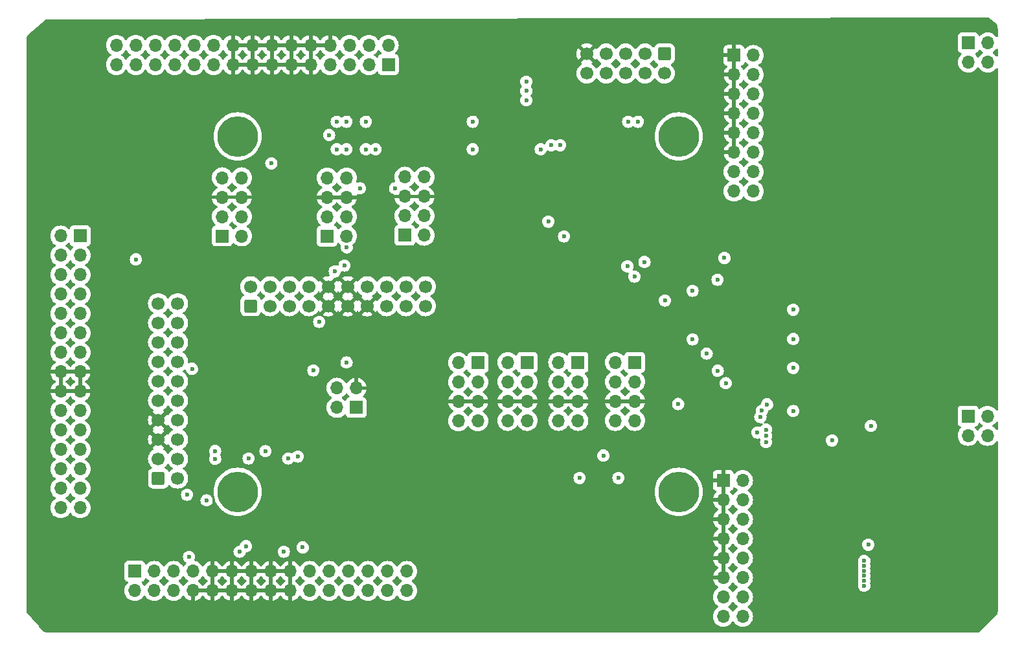
<source format=gbr>
%TF.GenerationSoftware,KiCad,Pcbnew,7.0.7*%
%TF.CreationDate,2024-02-23T10:38:30+08:00*%
%TF.ProjectId,sheet1,73686565-7431-42e6-9b69-6361645f7063,2*%
%TF.SameCoordinates,Original*%
%TF.FileFunction,Copper,L2,Inr*%
%TF.FilePolarity,Positive*%
%FSLAX46Y46*%
G04 Gerber Fmt 4.6, Leading zero omitted, Abs format (unit mm)*
G04 Created by KiCad (PCBNEW 7.0.7) date 2024-02-23 10:38:31*
%MOMM*%
%LPD*%
G01*
G04 APERTURE LIST*
G04 Aperture macros list*
%AMRoundRect*
0 Rectangle with rounded corners*
0 $1 Rounding radius*
0 $2 $3 $4 $5 $6 $7 $8 $9 X,Y pos of 4 corners*
0 Add a 4 corners polygon primitive as box body*
4,1,4,$2,$3,$4,$5,$6,$7,$8,$9,$2,$3,0*
0 Add four circle primitives for the rounded corners*
1,1,$1+$1,$2,$3*
1,1,$1+$1,$4,$5*
1,1,$1+$1,$6,$7*
1,1,$1+$1,$8,$9*
0 Add four rect primitives between the rounded corners*
20,1,$1+$1,$2,$3,$4,$5,0*
20,1,$1+$1,$4,$5,$6,$7,0*
20,1,$1+$1,$6,$7,$8,$9,0*
20,1,$1+$1,$8,$9,$2,$3,0*%
G04 Aperture macros list end*
%TA.AperFunction,ComponentPad*%
%ADD10O,1.700000X1.700000*%
%TD*%
%TA.AperFunction,ComponentPad*%
%ADD11R,1.700000X1.700000*%
%TD*%
%TA.AperFunction,ComponentPad*%
%ADD12C,1.700000*%
%TD*%
%TA.AperFunction,ComponentPad*%
%ADD13RoundRect,0.250000X0.600000X-0.600000X0.600000X0.600000X-0.600000X0.600000X-0.600000X-0.600000X0*%
%TD*%
%TA.AperFunction,ComponentPad*%
%ADD14RoundRect,0.250000X-0.600000X0.600000X-0.600000X-0.600000X0.600000X-0.600000X0.600000X0.600000X0*%
%TD*%
%TA.AperFunction,ComponentPad*%
%ADD15C,5.300000*%
%TD*%
%TA.AperFunction,ComponentPad*%
%ADD16RoundRect,0.250000X-0.600000X-0.600000X0.600000X-0.600000X0.600000X0.600000X-0.600000X0.600000X0*%
%TD*%
%TA.AperFunction,ViaPad*%
%ADD17C,0.600000*%
%TD*%
%TA.AperFunction,Conductor*%
%ADD18C,0.500000*%
%TD*%
G04 APERTURE END LIST*
D10*
%TO.N,/UART_SCI_TXDB*%
%TO.C,UART2*%
X242986200Y-127269800D03*
%TO.N,/UART_SCI_RXDB*%
X245526200Y-127269800D03*
%TO.N,AGND*%
X242986200Y-124729800D03*
X245526200Y-124729800D03*
%TO.N,D+5V*%
X242986200Y-122189800D03*
X245526200Y-122189800D03*
%TO.N,D12V1*%
X242986200Y-119649800D03*
D11*
X245526200Y-119649800D03*
%TD*%
D12*
%TO.N,unconnected-(INC1-Pad20)*%
%TO.C,INC1*%
X238686200Y-109684800D03*
%TO.N,VDD*%
X238686200Y-112224800D03*
%TO.N,unconnected-(INC1-Pad18)*%
X236146200Y-109684800D03*
%TO.N,VDD*%
X236146200Y-112224800D03*
%TO.N,D+5V*%
X233606200Y-109684800D03*
%TO.N,unconnected-(INC1-Pad15)*%
X233606200Y-112224800D03*
%TO.N,D+5V*%
X231066200Y-109684800D03*
%TO.N,AGND*%
X231066200Y-112224800D03*
X228526200Y-109684800D03*
X228526200Y-112224800D03*
X225986200Y-109684800D03*
X225986200Y-112224800D03*
%TO.N,/MQEP1S*%
X223446200Y-109684800D03*
%TO.N,PE_GND*%
X223446200Y-112224800D03*
%TO.N,/MQEP1Z*%
X220906200Y-109684800D03*
%TO.N,/QEP1_HALL_W*%
X220906200Y-112224800D03*
%TO.N,/MQEP1B*%
X218366200Y-109684800D03*
%TO.N,/QEP1_HALL_V*%
X218366200Y-112224800D03*
%TO.N,/MQEP1A*%
X215826200Y-109684800D03*
D13*
%TO.N,/QEP1_HALL_U*%
X215826200Y-112224800D03*
%TD*%
D11*
%TO.N,/DC_BUS_2M1*%
%TO.C,J2*%
X309608715Y-126630980D03*
D10*
%TO.N,/GND_2M1*%
X309608715Y-129170980D03*
%TO.N,/DC_BUS_2M1*%
X312148715Y-126630980D03*
%TO.N,/GND_2M1*%
X312148715Y-129170980D03*
%TD*%
%TO.N,/UART_SCI_RXDC*%
%TO.C,UART3*%
X256086200Y-127219800D03*
%TO.N,/UART_SCI_TXDC*%
X258626200Y-127219800D03*
%TO.N,AGND*%
X256086200Y-124679800D03*
X258626200Y-124679800D03*
%TO.N,D+5V*%
X256086200Y-122139800D03*
X258626200Y-122139800D03*
%TO.N,D12V1*%
X256086200Y-119599800D03*
D11*
X258626200Y-119599800D03*
%TD*%
D12*
%TO.N,D+5V*%
%TO.C,J1*%
X259761200Y-81789800D03*
%TO.N,AGND*%
X259761200Y-79249800D03*
%TO.N,VDD*%
X262301200Y-81789800D03*
%TO.N,PE_GND*%
X262301200Y-79249800D03*
%TO.N,/MQEP1Z*%
X264841200Y-81789800D03*
%TO.N,/QEP1_HALL_W*%
X264841200Y-79249800D03*
%TO.N,/MQEP1B*%
X267381200Y-81789800D03*
%TO.N,/QEP1_HALL_V*%
X267381200Y-79249800D03*
%TO.N,/MQEP1A*%
X269921200Y-81789800D03*
D14*
%TO.N,/QEP1_HALL_U*%
X269921200Y-79249800D03*
%TD*%
D10*
%TO.N,/DSP_B_CAN_RX*%
%TO.C,CAN1*%
X238511200Y-95374800D03*
%TO.N,/DSP_B_CAN_TX*%
X235971200Y-95374800D03*
%TO.N,AGND*%
X238511200Y-97914800D03*
X235971200Y-97914800D03*
%TO.N,D+5V*%
X238511200Y-100454800D03*
X235971200Y-100454800D03*
%TO.N,VDD*%
X238511200Y-102994800D03*
D11*
X235971200Y-102994800D03*
%TD*%
D10*
%TO.N,-12*%
%TO.C,LEM2*%
X198266200Y-78124800D03*
X198266200Y-80664800D03*
%TO.N,+12*%
X200806200Y-78124800D03*
X200806200Y-80664800D03*
%TO.N,A-5V*%
X203346200Y-78124800D03*
X203346200Y-80664800D03*
%TO.N,A+5V*%
X205886200Y-78124800D03*
X205886200Y-80664800D03*
%TO.N,12VGND*%
X208426200Y-78124800D03*
X208426200Y-80664800D03*
X210966200Y-78124800D03*
X210966200Y-80664800D03*
%TO.N,AGND*%
X213506200Y-78124800D03*
X213506200Y-80664800D03*
X216046200Y-78124800D03*
X216046200Y-80664800D03*
X218586200Y-78124800D03*
X218586200Y-80664800D03*
X221126200Y-78124800D03*
X221126200Y-80664800D03*
X223666200Y-78124800D03*
X223666200Y-80664800D03*
X226206200Y-78124800D03*
%TO.N,Net-(LEM2-Pad7)*%
X226206200Y-80664800D03*
%TO.N,/IPM_IU1*%
X228746200Y-78124800D03*
X228746200Y-80664800D03*
%TO.N,/IPM_IV1*%
X231286200Y-78124800D03*
X231286200Y-80664800D03*
%TO.N,/IPM_IW1*%
X233826200Y-78124800D03*
D11*
X233826200Y-80664800D03*
%TD*%
%TO.N,AGND*%
%TO.C,IPM1*%
X279010000Y-79450000D03*
D10*
%TO.N,/PWM1A_5V*%
X281550000Y-79450000D03*
%TO.N,AGND*%
X279010000Y-81990000D03*
%TO.N,/PWM2A_5V*%
X281550000Y-81990000D03*
%TO.N,AGND*%
X279010000Y-84530000D03*
%TO.N,/PWM3A_5V*%
X281550000Y-84530000D03*
%TO.N,AGND*%
X279010000Y-87070000D03*
%TO.N,/PWM1B_5V*%
X281550000Y-87070000D03*
%TO.N,AGND*%
X279010000Y-89610000D03*
%TO.N,/PWM2B_5V*%
X281550000Y-89610000D03*
%TO.N,AGND*%
X279010000Y-92150000D03*
%TO.N,/PWM3B_5V*%
X281550000Y-92150000D03*
%TO.N,D12VGND*%
X279010000Y-94690000D03*
%TO.N,D12V1*%
X281550000Y-94690000D03*
%TO.N,D12VGND*%
X279010000Y-97230000D03*
%TO.N,D12V1*%
X281550000Y-97230000D03*
%TD*%
%TO.N,D+5V*%
%TO.C,POWER1*%
X191000000Y-138624800D03*
X193540000Y-138624800D03*
%TO.N,AVDD*%
X191000000Y-136084800D03*
%TO.N,VDD*%
X193540000Y-136084800D03*
%TO.N,A+5V*%
X191000000Y-133544800D03*
X193540000Y-133544800D03*
X191000000Y-131004800D03*
X193540000Y-131004800D03*
X191000000Y-128464800D03*
X193540000Y-128464800D03*
%TO.N,D12V1*%
X191000000Y-125924800D03*
X193540000Y-125924800D03*
%TO.N,AGND*%
X191000000Y-123384800D03*
X193540000Y-123384800D03*
X191000000Y-120844800D03*
X193540000Y-120844800D03*
%TO.N,A-5V*%
X191000000Y-118304800D03*
X193540000Y-118304800D03*
%TO.N,12VGND*%
X191000000Y-115764800D03*
X193540000Y-115764800D03*
X191000000Y-113224800D03*
X193540000Y-113224800D03*
%TO.N,-12*%
X191000000Y-110684800D03*
X193540000Y-110684800D03*
X191000000Y-108144800D03*
X193540000Y-108144800D03*
%TO.N,+12*%
X191000000Y-105604800D03*
X193540000Y-105604800D03*
X191000000Y-103064800D03*
D11*
X193540000Y-103064800D03*
%TD*%
D10*
%TO.N,/SPI_B_CK_HS*%
%TO.C,SPI2*%
X263496200Y-127224800D03*
%TO.N,/~{SPI_B_STE_HS}*%
X266036200Y-127224800D03*
%TO.N,AGND*%
X263496200Y-124684800D03*
X266036200Y-124684800D03*
%TO.N,D+5V*%
X263496200Y-122144800D03*
X266036200Y-122144800D03*
%TO.N,/SPI B MI HS*%
X263496200Y-119604800D03*
D11*
%TO.N,/SPI B MO HS*%
X266036200Y-119604800D03*
%TD*%
D10*
%TO.N,/DSP_A_CAN_RX*%
%TO.C,CAN2*%
X228361200Y-95474800D03*
%TO.N,/DSP_A_CAN_TX*%
X225821200Y-95474800D03*
%TO.N,AGND*%
X228361200Y-98014800D03*
X225821200Y-98014800D03*
%TO.N,D+5V*%
X228361200Y-100554800D03*
X225821200Y-100554800D03*
%TO.N,VDD*%
X228361200Y-103094800D03*
D11*
X225821200Y-103094800D03*
%TD*%
%TO.N,/DC_BUS_2M2*%
%TO.C,J3*%
X309644715Y-77823800D03*
D10*
%TO.N,/GND_2M2*%
X309644715Y-80363800D03*
%TO.N,/DC_BUS_2M2*%
X312184715Y-77823800D03*
%TO.N,/GND_2M2*%
X312184715Y-80363800D03*
%TD*%
%TO.N,-12*%
%TO.C,LEM1*%
X236241200Y-149464800D03*
X236241200Y-146924800D03*
%TO.N,+12*%
X233701200Y-149464800D03*
X233701200Y-146924800D03*
%TO.N,A-5V*%
X231161200Y-149464800D03*
X231161200Y-146924800D03*
%TO.N,A+5V*%
X228621200Y-149464800D03*
X228621200Y-146924800D03*
%TO.N,12VGND*%
X226081200Y-149464800D03*
X226081200Y-146924800D03*
X223541200Y-149464800D03*
X223541200Y-146924800D03*
%TO.N,AGND*%
X221001200Y-149464800D03*
X221001200Y-146924800D03*
X218461200Y-149464800D03*
X218461200Y-146924800D03*
X215921200Y-149464800D03*
X215921200Y-146924800D03*
X213381200Y-149464800D03*
X213381200Y-146924800D03*
X210841200Y-149464800D03*
X210841200Y-146924800D03*
X208301200Y-149464800D03*
%TO.N,Net-(LEM1-Pad7)*%
X208301200Y-146924800D03*
%TO.N,/IPM_IU2*%
X205761200Y-149464800D03*
X205761200Y-146924800D03*
%TO.N,/IPM_IV2*%
X203221200Y-149464800D03*
X203221200Y-146924800D03*
%TO.N,/IPM_IW2*%
X200681200Y-149464800D03*
D11*
X200681200Y-146924800D03*
%TD*%
D10*
%TO.N,/UART_SCI_RXDA*%
%TO.C,UART1*%
X249436200Y-127219800D03*
%TO.N,/UART_SCI_TXDA*%
X251976200Y-127219800D03*
%TO.N,AGND*%
X249436200Y-124679800D03*
X251976200Y-124679800D03*
%TO.N,D+5V*%
X249436200Y-122139800D03*
X251976200Y-122139800D03*
%TO.N,D12V1*%
X249436200Y-119599800D03*
D11*
X251976200Y-119599800D03*
%TD*%
D10*
%TO.N,/UART_SCI_TXDD*%
%TO.C,UART4*%
X214661200Y-95459800D03*
%TO.N,/UART_SCI_RXDD*%
X212121200Y-95459800D03*
%TO.N,AGND*%
X214661200Y-97999800D03*
X212121200Y-97999800D03*
%TO.N,D+5V*%
X214661200Y-100539800D03*
X212121200Y-100539800D03*
%TO.N,D12V1*%
X214661200Y-103079800D03*
D11*
X212121200Y-103079800D03*
%TD*%
%TO.N,AGND*%
%TO.C,IPM2*%
X277604008Y-135046687D03*
D10*
%TO.N,/PWM4A_5V*%
X280144008Y-135046687D03*
%TO.N,AGND*%
X277604008Y-137586687D03*
%TO.N,/PWM5A_5V*%
X280144008Y-137586687D03*
%TO.N,AGND*%
X277604008Y-140126687D03*
%TO.N,/PWM6A_5V*%
X280144008Y-140126687D03*
%TO.N,AGND*%
X277604008Y-142666687D03*
%TO.N,/PWM4B_5V*%
X280144008Y-142666687D03*
%TO.N,AGND*%
X277604008Y-145206687D03*
%TO.N,/PWM5B_5V*%
X280144008Y-145206687D03*
%TO.N,AGND*%
X277604008Y-147746687D03*
%TO.N,/PWM6B_5V*%
X280144008Y-147746687D03*
%TO.N,D12VGND*%
X277604008Y-150286687D03*
%TO.N,D12V1*%
X280144008Y-150286687D03*
%TO.N,D12VGND*%
X277604008Y-152826687D03*
%TO.N,D12V1*%
X280144008Y-152826687D03*
%TD*%
%TO.N,Net-(DI1-Pin_3)*%
%TO.C,DI1*%
X227096200Y-122974800D03*
X227096200Y-125514800D03*
%TO.N,AGND*%
X229636200Y-122974800D03*
D11*
%TO.N,VDD*%
X229636200Y-125514800D03*
%TD*%
D15*
%TO.N,N/C*%
%TO.C,DSP1*%
X214127200Y-136534800D03*
X271785200Y-136534800D03*
X271785200Y-90052800D03*
X214127200Y-90052800D03*
%TD*%
D12*
%TO.N,A+5V*%
%TO.C,SPI1*%
X206301200Y-111899800D03*
%TO.N,-5V_ADC*%
X203761200Y-111899800D03*
%TO.N,A+5V*%
X206301200Y-114439800D03*
%TO.N,-5V_ADC*%
X203761200Y-114439800D03*
%TO.N,D+5V*%
X206301200Y-116979800D03*
%TO.N,Net-(RU3-Pad2)*%
X203761200Y-116979800D03*
%TO.N,D+5V*%
X206301200Y-119519800D03*
%TO.N,Net-(RU3-Pad2)*%
X203761200Y-119519800D03*
%TO.N,/SPI_A_MI_HS*%
X206301200Y-122059800D03*
%TO.N,/SPI_A_CK_HS*%
X203761200Y-122059800D03*
%TO.N,/~{SPI_A_STE_HS}*%
X206301200Y-124599800D03*
%TO.N,/SPI_A_MO_HS*%
X203761200Y-124599800D03*
%TO.N,PE_GND*%
X206301200Y-127139800D03*
%TO.N,AGND*%
X203761200Y-127139800D03*
%TO.N,PE_GND*%
X206301200Y-129679800D03*
%TO.N,AGND*%
X203761200Y-129679800D03*
%TO.N,/SPI_C_MI_HS*%
X206301200Y-132219800D03*
%TO.N,/SPI_C_CK_HS*%
X203761200Y-132219800D03*
%TO.N,/~{SPI_C_STE_HS}*%
X206301200Y-134759800D03*
D16*
%TO.N,/SPI_C_MO_HS*%
X203761200Y-134759800D03*
%TD*%
D17*
%TO.N,AGND*%
X293436200Y-111049800D03*
X216794200Y-107705800D03*
X233558200Y-99831800D03*
X247938488Y-94019088D03*
X295788200Y-101736800D03*
X261117200Y-101863800D03*
X206380200Y-93862800D03*
X193096000Y-147482200D03*
X293248200Y-126755800D03*
X312171200Y-123961800D03*
X258704200Y-115325800D03*
X252319988Y-89637588D03*
X242448200Y-75955800D03*
X195712200Y-144662800D03*
X197617200Y-83702800D03*
X296169200Y-150250800D03*
X282580200Y-141741800D03*
X233431200Y-101736800D03*
X287025200Y-110499800D03*
X244099200Y-145932800D03*
X295407200Y-93100800D03*
X284993200Y-120405800D03*
X283215200Y-144408800D03*
X265689200Y-109737800D03*
X246766200Y-149107800D03*
X283977200Y-147837800D03*
X312425200Y-131581800D03*
X253370200Y-115325800D03*
X299471200Y-95259800D03*
X193172200Y-95386800D03*
X213238200Y-113547800D03*
X273563200Y-112785800D03*
X227589200Y-114690800D03*
X280040200Y-111007800D03*
X217048200Y-117230800D03*
X247401200Y-115579800D03*
X249179200Y-113166800D03*
X200919200Y-104657800D03*
X236479200Y-144154800D03*
X257053200Y-90179800D03*
X187650000Y-104700000D03*
X296931200Y-118754800D03*
X214635200Y-114817800D03*
X259593200Y-103133800D03*
X268229200Y-148980800D03*
X282326200Y-130819800D03*
X291343200Y-133105800D03*
X262641200Y-104022800D03*
X293756200Y-103895800D03*
X222255200Y-99069800D03*
X302426200Y-95113800D03*
X219207200Y-142249800D03*
X255910200Y-102371800D03*
X223768791Y-103504392D03*
X230510200Y-113928800D03*
X299598200Y-96910800D03*
X264165200Y-90052800D03*
X268737200Y-141614800D03*
X256799200Y-97799800D03*
X293375200Y-107959800D03*
X270642200Y-112785800D03*
X295280200Y-141995800D03*
X270642200Y-114055800D03*
X221419291Y-105946800D03*
X299598200Y-101228800D03*
X224287200Y-132597800D03*
X280294200Y-118373800D03*
X302426200Y-97145800D03*
X302426200Y-93081800D03*
X232669200Y-89925800D03*
X265181200Y-145932800D03*
X209809200Y-140979800D03*
X244861200Y-89925800D03*
X287787200Y-129168800D03*
X309631200Y-131454800D03*
X257434200Y-113166800D03*
X309631200Y-123961800D03*
X307091200Y-129422800D03*
X223779200Y-100720800D03*
X252862200Y-113166800D03*
X302426200Y-101209800D03*
X296931200Y-129803800D03*
X203459200Y-98434800D03*
X277500200Y-113547800D03*
X225176200Y-144154800D03*
X260355200Y-141487800D03*
X256926200Y-145805800D03*
X218445200Y-114690800D03*
X299471200Y-99069800D03*
X302426200Y-103241800D03*
X241270988Y-100686588D03*
X307345200Y-125739800D03*
X285247200Y-112785800D03*
X296931200Y-112658800D03*
X252354200Y-96021800D03*
X251592200Y-115579800D03*
X273436200Y-114055800D03*
X200919200Y-89798800D03*
X255275200Y-96402800D03*
X191000000Y-141360800D03*
X251846200Y-81289800D03*
X208031200Y-102244800D03*
X226954200Y-117230800D03*
X203078200Y-82813800D03*
X299471200Y-93227800D03*
X193540000Y-141360800D03*
X221874200Y-90052800D03*
X293375200Y-135899800D03*
X290561200Y-115499800D03*
X291836200Y-127922300D03*
X282834200Y-115833800D03*
X233685200Y-94243800D03*
X259085200Y-105292800D03*
X251211200Y-149234800D03*
X194950200Y-85099800D03*
X218572200Y-105800800D03*
X240670200Y-113293800D03*
X206126200Y-82940800D03*
X291343200Y-106181800D03*
X232923200Y-128787800D03*
X208793200Y-93735800D03*
X203840200Y-143392800D03*
X257434200Y-148980800D03*
X190500000Y-99000000D03*
X200919200Y-95894800D03*
X284739200Y-106435800D03*
X240797200Y-94243800D03*
X192500000Y-99000000D03*
X284358200Y-150885800D03*
X197363200Y-95132800D03*
X217048200Y-102752800D03*
X208920200Y-142376800D03*
X292613200Y-93100800D03*
X233685200Y-97418800D03*
X285755200Y-123199800D03*
X297058200Y-117357800D03*
X187650000Y-110950000D03*
X251211200Y-145805800D03*
X213208701Y-130536301D03*
X299344200Y-121167800D03*
X302426200Y-99177800D03*
X206126200Y-98307800D03*
X230129200Y-128787800D03*
X285120200Y-116595800D03*
X212222200Y-108340800D03*
%TO.N,VDD*%
X261936200Y-131799800D03*
X256799200Y-103133800D03*
X224795200Y-114309800D03*
X224033200Y-120659798D03*
%TO.N,/DSP_PWM1~{_ENABL}E*%
X271711200Y-125049800D03*
X263911200Y-134731400D03*
%TO.N,A+5V*%
X207777200Y-145047800D03*
X296916200Y-127922300D03*
%TO.N,D+5V*%
X207523200Y-136915800D03*
X296561200Y-143449800D03*
%TO.N,/IPM_VDC_BUS1*%
X269981800Y-111515800D03*
X291836200Y-129822300D03*
X277936200Y-122324800D03*
X283342200Y-125104800D03*
%TO.N,/IPM_VDC_BUS2*%
X276886200Y-120699800D03*
X276861200Y-108799800D03*
%TO.N,/DSP_A_CAN_TX*%
X228348000Y-88138500D03*
%TO.N,/DSP_A_CAN_RX*%
X228348000Y-91738500D03*
%TO.N,/IPM_IU1*%
X230111200Y-96849800D03*
X234711200Y-96849800D03*
%TO.N,/IPM_IW1*%
X277761200Y-105949800D03*
X273581800Y-110245800D03*
%TO.N,/IPM_IU2*%
X265996346Y-108384946D03*
%TO.N,/IPM_IV2*%
X267311200Y-106474800D03*
%TO.N,/IPM_IW2*%
X265073700Y-107049800D03*
%TO.N,/QEP1_HALL_U*%
X256288000Y-91211512D03*
%TO.N,/MQEP1A*%
X230888000Y-88138500D03*
X251861200Y-85324800D03*
X226086200Y-89874800D03*
X218536200Y-93574800D03*
%TO.N,/QEP1_HALL_V*%
X255139844Y-91211512D03*
%TO.N,/MQEP1B*%
X228398700Y-104562300D03*
X230888000Y-91738500D03*
X251861200Y-84109946D03*
%TO.N,/QEP1_HALL_W*%
X253748000Y-91738512D03*
%TO.N,/MQEP1Z*%
X251861200Y-82909946D03*
X228097200Y-106943800D03*
X232158000Y-91738500D03*
%TO.N,/MQEP1S*%
X226827200Y-107705800D03*
%TO.N,Net-(LEM1-Pad7)*%
X208168754Y-120456300D03*
X210068412Y-137654400D03*
%TO.N,/UART_SCI_RXDD*%
X227078000Y-88138500D03*
%TO.N,/UART_SCI_TXDD*%
X227078000Y-91738500D03*
%TO.N,/~{SPI_A_STE_HS}*%
X244858000Y-88138500D03*
%TO.N,/SPI_A_CK_HS*%
X244858000Y-91738500D03*
%TO.N,/SPI_A_MO_HS*%
X265178000Y-88138500D03*
%TO.N,/SPI_A_MI_HS*%
X254736200Y-101199800D03*
X266448000Y-88138500D03*
%TO.N,/SPI_C_MO_HS*%
X214386200Y-144370800D03*
X220161200Y-144370800D03*
%TO.N,/SPI_C_MI_HS*%
X215561200Y-132174800D03*
X220736200Y-132174800D03*
X211186200Y-132224800D03*
%TO.N,/SPI_C_CK_HS*%
X217761200Y-131224800D03*
X221986200Y-131924800D03*
X211186200Y-131199800D03*
%TO.N,/~{SPI_C_STE_HS}*%
X215211200Y-143649800D03*
X222636200Y-143799800D03*
%TO.N,/SPI B MO HS*%
X258831200Y-134731400D03*
%TO.N,/DSP-PWM1B*%
X275436200Y-118449800D03*
X273581800Y-116595800D03*
%TO.N,/DSP-PWM4A*%
X296036200Y-145579190D03*
X282667700Y-125906300D03*
%TO.N,/DSP-PWM4B*%
X283211200Y-128399810D03*
X296036200Y-147529200D03*
%TO.N,/DSP-PWM5A*%
X282461852Y-126755800D03*
X296036200Y-146229200D03*
%TO.N,/DSP-PWM5B*%
X296036200Y-148179210D03*
X283211200Y-129204297D03*
%TO.N,/DSP-PWM6A*%
X282072200Y-128787800D03*
X296036200Y-146879180D03*
%TO.N,/DSP-PWM6B*%
X283211700Y-130027300D03*
X296036200Y-148829190D03*
%TO.N,/GND_2M1*%
X286756200Y-125974800D03*
%TO.N,/DC_BUS_2M1*%
X286756200Y-120339800D03*
%TO.N,/GND_2M2*%
X286756200Y-112719800D03*
%TO.N,/DC_BUS_2M2*%
X286756200Y-116549800D03*
%TO.N,D12V1*%
X200832200Y-106149800D03*
X228361200Y-119624800D03*
%TD*%
D18*
%TO.N,VDD*%
X225921200Y-102994800D02*
X225821200Y-103094800D01*
%TD*%
%TA.AperFunction,Conductor*%
%TO.N,AGND*%
G36*
X277781520Y-145706194D02*
G01*
X277834323Y-145751949D01*
X277854008Y-145818988D01*
X277854008Y-147134385D01*
X277834323Y-147201424D01*
X277781519Y-147247179D01*
X277712363Y-147257123D01*
X277639774Y-147246687D01*
X277639771Y-147246687D01*
X277568245Y-147246687D01*
X277568241Y-147246687D01*
X277495653Y-147257123D01*
X277426495Y-147247179D01*
X277373692Y-147201423D01*
X277354008Y-147134385D01*
X277354008Y-145818988D01*
X277373693Y-145751949D01*
X277426497Y-145706194D01*
X277495655Y-145696250D01*
X277568245Y-145706687D01*
X277568246Y-145706687D01*
X277639770Y-145706687D01*
X277639771Y-145706687D01*
X277712361Y-145696250D01*
X277781520Y-145706194D01*
G37*
%TD.AperFunction*%
%TA.AperFunction,Conductor*%
G36*
X277781520Y-143166194D02*
G01*
X277834323Y-143211949D01*
X277854008Y-143278988D01*
X277854008Y-144594385D01*
X277834323Y-144661424D01*
X277781519Y-144707179D01*
X277712363Y-144717123D01*
X277639774Y-144706687D01*
X277639771Y-144706687D01*
X277568245Y-144706687D01*
X277568241Y-144706687D01*
X277495653Y-144717123D01*
X277426495Y-144707179D01*
X277373692Y-144661423D01*
X277354008Y-144594385D01*
X277354008Y-143278988D01*
X277373693Y-143211949D01*
X277426497Y-143166194D01*
X277495655Y-143156250D01*
X277568245Y-143166687D01*
X277568246Y-143166687D01*
X277639770Y-143166687D01*
X277639771Y-143166687D01*
X277712361Y-143156250D01*
X277781520Y-143166194D01*
G37*
%TD.AperFunction*%
%TA.AperFunction,Conductor*%
G36*
X277781520Y-140626194D02*
G01*
X277834323Y-140671949D01*
X277854008Y-140738988D01*
X277854008Y-142054385D01*
X277834323Y-142121424D01*
X277781519Y-142167179D01*
X277712363Y-142177123D01*
X277639774Y-142166687D01*
X277639771Y-142166687D01*
X277568245Y-142166687D01*
X277568241Y-142166687D01*
X277495653Y-142177123D01*
X277426495Y-142167179D01*
X277373692Y-142121423D01*
X277354008Y-142054385D01*
X277354008Y-140738988D01*
X277373693Y-140671949D01*
X277426497Y-140626194D01*
X277495655Y-140616250D01*
X277568245Y-140626687D01*
X277568246Y-140626687D01*
X277639770Y-140626687D01*
X277639771Y-140626687D01*
X277712361Y-140616250D01*
X277781520Y-140626194D01*
G37*
%TD.AperFunction*%
%TA.AperFunction,Conductor*%
G36*
X277781520Y-138086194D02*
G01*
X277834323Y-138131949D01*
X277854008Y-138198988D01*
X277854008Y-139514385D01*
X277834323Y-139581424D01*
X277781519Y-139627179D01*
X277712363Y-139637123D01*
X277639774Y-139626687D01*
X277639771Y-139626687D01*
X277568245Y-139626687D01*
X277568241Y-139626687D01*
X277495653Y-139637123D01*
X277426495Y-139627179D01*
X277373692Y-139581423D01*
X277354008Y-139514385D01*
X277354008Y-138198988D01*
X277373693Y-138131949D01*
X277426497Y-138086194D01*
X277495655Y-138076250D01*
X277568245Y-138086687D01*
X277568246Y-138086687D01*
X277639770Y-138086687D01*
X277639771Y-138086687D01*
X277712361Y-138076250D01*
X277781520Y-138086194D01*
G37*
%TD.AperFunction*%
%TA.AperFunction,Conductor*%
G36*
X277781520Y-135546194D02*
G01*
X277834323Y-135591949D01*
X277854008Y-135658988D01*
X277854008Y-136974385D01*
X277834323Y-137041424D01*
X277781519Y-137087179D01*
X277712363Y-137097123D01*
X277639774Y-137086687D01*
X277639771Y-137086687D01*
X277568245Y-137086687D01*
X277568241Y-137086687D01*
X277495653Y-137097123D01*
X277426495Y-137087179D01*
X277373692Y-137041423D01*
X277354008Y-136974385D01*
X277354008Y-135658988D01*
X277373693Y-135591949D01*
X277426497Y-135546194D01*
X277495655Y-135536250D01*
X277568245Y-135546687D01*
X277568246Y-135546687D01*
X277639770Y-135546687D01*
X277639771Y-135546687D01*
X277712361Y-135536250D01*
X277781520Y-135546194D01*
G37*
%TD.AperFunction*%
%TA.AperFunction,Conductor*%
G36*
X210294892Y-149234485D02*
G01*
X210340647Y-149287289D01*
X210350591Y-149356447D01*
X210346831Y-149373733D01*
X210341200Y-149392911D01*
X210341200Y-149536688D01*
X210346831Y-149555867D01*
X210346830Y-149625736D01*
X210309055Y-149684514D01*
X210245499Y-149713538D01*
X210227853Y-149714800D01*
X208914547Y-149714800D01*
X208847508Y-149695115D01*
X208801753Y-149642311D01*
X208791809Y-149573153D01*
X208795569Y-149555867D01*
X208801200Y-149536688D01*
X208801200Y-149392911D01*
X208795569Y-149373733D01*
X208795570Y-149303864D01*
X208833345Y-149245086D01*
X208896901Y-149216062D01*
X208914547Y-149214800D01*
X210227853Y-149214800D01*
X210294892Y-149234485D01*
G37*
%TD.AperFunction*%
%TA.AperFunction,Conductor*%
G36*
X212834892Y-149234485D02*
G01*
X212880647Y-149287289D01*
X212890591Y-149356447D01*
X212886831Y-149373733D01*
X212881200Y-149392911D01*
X212881200Y-149536688D01*
X212886831Y-149555867D01*
X212886830Y-149625736D01*
X212849055Y-149684514D01*
X212785499Y-149713538D01*
X212767853Y-149714800D01*
X211454547Y-149714800D01*
X211387508Y-149695115D01*
X211341753Y-149642311D01*
X211331809Y-149573153D01*
X211335569Y-149555867D01*
X211341200Y-149536688D01*
X211341200Y-149392911D01*
X211335569Y-149373733D01*
X211335570Y-149303864D01*
X211373345Y-149245086D01*
X211436901Y-149216062D01*
X211454547Y-149214800D01*
X212767853Y-149214800D01*
X212834892Y-149234485D01*
G37*
%TD.AperFunction*%
%TA.AperFunction,Conductor*%
G36*
X215374892Y-149234485D02*
G01*
X215420647Y-149287289D01*
X215430591Y-149356447D01*
X215426831Y-149373733D01*
X215421200Y-149392911D01*
X215421200Y-149536688D01*
X215426831Y-149555867D01*
X215426830Y-149625736D01*
X215389055Y-149684514D01*
X215325499Y-149713538D01*
X215307853Y-149714800D01*
X213994547Y-149714800D01*
X213927508Y-149695115D01*
X213881753Y-149642311D01*
X213871809Y-149573153D01*
X213875569Y-149555867D01*
X213881200Y-149536688D01*
X213881200Y-149392911D01*
X213875569Y-149373733D01*
X213875570Y-149303864D01*
X213913345Y-149245086D01*
X213976901Y-149216062D01*
X213994547Y-149214800D01*
X215307853Y-149214800D01*
X215374892Y-149234485D01*
G37*
%TD.AperFunction*%
%TA.AperFunction,Conductor*%
G36*
X217914892Y-149234485D02*
G01*
X217960647Y-149287289D01*
X217970591Y-149356447D01*
X217966831Y-149373733D01*
X217961200Y-149392911D01*
X217961200Y-149536688D01*
X217966831Y-149555867D01*
X217966830Y-149625736D01*
X217929055Y-149684514D01*
X217865499Y-149713538D01*
X217847853Y-149714800D01*
X216534547Y-149714800D01*
X216467508Y-149695115D01*
X216421753Y-149642311D01*
X216411809Y-149573153D01*
X216415569Y-149555867D01*
X216421200Y-149536688D01*
X216421200Y-149392911D01*
X216415569Y-149373733D01*
X216415570Y-149303864D01*
X216453345Y-149245086D01*
X216516901Y-149216062D01*
X216534547Y-149214800D01*
X217847853Y-149214800D01*
X217914892Y-149234485D01*
G37*
%TD.AperFunction*%
%TA.AperFunction,Conductor*%
G36*
X220454892Y-149234485D02*
G01*
X220500647Y-149287289D01*
X220510591Y-149356447D01*
X220506831Y-149373733D01*
X220501200Y-149392911D01*
X220501200Y-149536688D01*
X220506831Y-149555867D01*
X220506830Y-149625736D01*
X220469055Y-149684514D01*
X220405499Y-149713538D01*
X220387853Y-149714800D01*
X219074547Y-149714800D01*
X219007508Y-149695115D01*
X218961753Y-149642311D01*
X218951809Y-149573153D01*
X218955569Y-149555867D01*
X218961200Y-149536688D01*
X218961200Y-149392911D01*
X218955569Y-149373733D01*
X218955570Y-149303864D01*
X218993345Y-149245086D01*
X219056901Y-149216062D01*
X219074547Y-149214800D01*
X220387853Y-149214800D01*
X220454892Y-149234485D01*
G37*
%TD.AperFunction*%
%TA.AperFunction,Conductor*%
G36*
X211018712Y-147424307D02*
G01*
X211071515Y-147470062D01*
X211091200Y-147537101D01*
X211091200Y-148852498D01*
X211071515Y-148919537D01*
X211018711Y-148965292D01*
X210949555Y-148975236D01*
X210876966Y-148964800D01*
X210876963Y-148964800D01*
X210805437Y-148964800D01*
X210805433Y-148964800D01*
X210732845Y-148975236D01*
X210663687Y-148965292D01*
X210610884Y-148919536D01*
X210591200Y-148852498D01*
X210591200Y-147537101D01*
X210610885Y-147470062D01*
X210663689Y-147424307D01*
X210732847Y-147414363D01*
X210805437Y-147424800D01*
X210805438Y-147424800D01*
X210876962Y-147424800D01*
X210876963Y-147424800D01*
X210949553Y-147414363D01*
X211018712Y-147424307D01*
G37*
%TD.AperFunction*%
%TA.AperFunction,Conductor*%
G36*
X213558712Y-147424307D02*
G01*
X213611515Y-147470062D01*
X213631200Y-147537101D01*
X213631200Y-148852498D01*
X213611515Y-148919537D01*
X213558711Y-148965292D01*
X213489555Y-148975236D01*
X213416966Y-148964800D01*
X213416963Y-148964800D01*
X213345437Y-148964800D01*
X213345433Y-148964800D01*
X213272845Y-148975236D01*
X213203687Y-148965292D01*
X213150884Y-148919536D01*
X213131200Y-148852498D01*
X213131200Y-147537101D01*
X213150885Y-147470062D01*
X213203689Y-147424307D01*
X213272847Y-147414363D01*
X213345437Y-147424800D01*
X213345438Y-147424800D01*
X213416962Y-147424800D01*
X213416963Y-147424800D01*
X213489553Y-147414363D01*
X213558712Y-147424307D01*
G37*
%TD.AperFunction*%
%TA.AperFunction,Conductor*%
G36*
X216098712Y-147424307D02*
G01*
X216151515Y-147470062D01*
X216171200Y-147537101D01*
X216171200Y-148852498D01*
X216151515Y-148919537D01*
X216098711Y-148965292D01*
X216029555Y-148975236D01*
X215956966Y-148964800D01*
X215956963Y-148964800D01*
X215885437Y-148964800D01*
X215885433Y-148964800D01*
X215812845Y-148975236D01*
X215743687Y-148965292D01*
X215690884Y-148919536D01*
X215671200Y-148852498D01*
X215671200Y-147537101D01*
X215690885Y-147470062D01*
X215743689Y-147424307D01*
X215812847Y-147414363D01*
X215885437Y-147424800D01*
X215885438Y-147424800D01*
X215956962Y-147424800D01*
X215956963Y-147424800D01*
X216029553Y-147414363D01*
X216098712Y-147424307D01*
G37*
%TD.AperFunction*%
%TA.AperFunction,Conductor*%
G36*
X218638712Y-147424307D02*
G01*
X218691515Y-147470062D01*
X218711200Y-147537101D01*
X218711200Y-148852498D01*
X218691515Y-148919537D01*
X218638711Y-148965292D01*
X218569555Y-148975236D01*
X218496966Y-148964800D01*
X218496963Y-148964800D01*
X218425437Y-148964800D01*
X218425433Y-148964800D01*
X218352844Y-148975236D01*
X218283686Y-148965292D01*
X218230883Y-148919536D01*
X218211199Y-148852498D01*
X218211200Y-148314800D01*
X218211200Y-147537101D01*
X218230885Y-147470062D01*
X218283689Y-147424307D01*
X218352847Y-147414363D01*
X218425437Y-147424800D01*
X218425438Y-147424800D01*
X218496962Y-147424800D01*
X218496963Y-147424800D01*
X218569553Y-147414363D01*
X218638712Y-147424307D01*
G37*
%TD.AperFunction*%
%TA.AperFunction,Conductor*%
G36*
X221178712Y-147424307D02*
G01*
X221231515Y-147470062D01*
X221251200Y-147537101D01*
X221251200Y-148852498D01*
X221231515Y-148919537D01*
X221178711Y-148965292D01*
X221109555Y-148975236D01*
X221036966Y-148964800D01*
X221036963Y-148964800D01*
X220965437Y-148964800D01*
X220965433Y-148964800D01*
X220892844Y-148975236D01*
X220823686Y-148965292D01*
X220770883Y-148919536D01*
X220751199Y-148852498D01*
X220751200Y-148314800D01*
X220751200Y-147537101D01*
X220770885Y-147470062D01*
X220823689Y-147424307D01*
X220892847Y-147414363D01*
X220965437Y-147424800D01*
X220965438Y-147424800D01*
X221036962Y-147424800D01*
X221036963Y-147424800D01*
X221109553Y-147414363D01*
X221178712Y-147424307D01*
G37*
%TD.AperFunction*%
%TA.AperFunction,Conductor*%
G36*
X212834892Y-146694485D02*
G01*
X212880647Y-146747289D01*
X212890591Y-146816447D01*
X212886831Y-146833733D01*
X212881200Y-146852911D01*
X212881200Y-146996688D01*
X212886831Y-147015867D01*
X212886830Y-147085736D01*
X212849055Y-147144514D01*
X212785499Y-147173538D01*
X212767853Y-147174800D01*
X211454547Y-147174800D01*
X211387508Y-147155115D01*
X211341753Y-147102311D01*
X211331809Y-147033153D01*
X211335569Y-147015867D01*
X211341200Y-146996688D01*
X211341200Y-146852911D01*
X211335569Y-146833733D01*
X211335570Y-146763864D01*
X211373345Y-146705086D01*
X211436901Y-146676062D01*
X211454547Y-146674800D01*
X212767853Y-146674800D01*
X212834892Y-146694485D01*
G37*
%TD.AperFunction*%
%TA.AperFunction,Conductor*%
G36*
X215374892Y-146694485D02*
G01*
X215420647Y-146747289D01*
X215430591Y-146816447D01*
X215426831Y-146833733D01*
X215421200Y-146852911D01*
X215421200Y-146996688D01*
X215426831Y-147015867D01*
X215426830Y-147085736D01*
X215389055Y-147144514D01*
X215325499Y-147173538D01*
X215307853Y-147174800D01*
X213994547Y-147174800D01*
X213927508Y-147155115D01*
X213881753Y-147102311D01*
X213871809Y-147033153D01*
X213875569Y-147015867D01*
X213881200Y-146996688D01*
X213881200Y-146852911D01*
X213875569Y-146833733D01*
X213875570Y-146763864D01*
X213913345Y-146705086D01*
X213976901Y-146676062D01*
X213994547Y-146674800D01*
X215307853Y-146674800D01*
X215374892Y-146694485D01*
G37*
%TD.AperFunction*%
%TA.AperFunction,Conductor*%
G36*
X217914892Y-146694485D02*
G01*
X217960647Y-146747289D01*
X217970591Y-146816447D01*
X217966831Y-146833733D01*
X217961200Y-146852911D01*
X217961200Y-146996688D01*
X217966831Y-147015867D01*
X217966830Y-147085736D01*
X217929055Y-147144514D01*
X217865499Y-147173538D01*
X217847853Y-147174800D01*
X216534547Y-147174800D01*
X216467508Y-147155115D01*
X216421753Y-147102311D01*
X216411809Y-147033153D01*
X216415569Y-147015867D01*
X216421200Y-146996688D01*
X216421200Y-146852911D01*
X216415569Y-146833733D01*
X216415570Y-146763864D01*
X216453345Y-146705086D01*
X216516901Y-146676062D01*
X216534547Y-146674800D01*
X217847853Y-146674800D01*
X217914892Y-146694485D01*
G37*
%TD.AperFunction*%
%TA.AperFunction,Conductor*%
G36*
X220454892Y-146694485D02*
G01*
X220500647Y-146747289D01*
X220510591Y-146816447D01*
X220506831Y-146833733D01*
X220501200Y-146852911D01*
X220501200Y-146996688D01*
X220506831Y-147015867D01*
X220506830Y-147085736D01*
X220469055Y-147144514D01*
X220405499Y-147173538D01*
X220387853Y-147174800D01*
X219074547Y-147174800D01*
X219007508Y-147155115D01*
X218961753Y-147102311D01*
X218951809Y-147033153D01*
X218955569Y-147015867D01*
X218961200Y-146996688D01*
X218961200Y-146852911D01*
X218955569Y-146833733D01*
X218955570Y-146763864D01*
X218993345Y-146705086D01*
X219056901Y-146676062D01*
X219074547Y-146674800D01*
X220387853Y-146674800D01*
X220454892Y-146694485D01*
G37*
%TD.AperFunction*%
%TA.AperFunction,Conductor*%
G36*
X192993692Y-123154485D02*
G01*
X193039447Y-123207289D01*
X193049391Y-123276447D01*
X193045631Y-123293733D01*
X193041286Y-123308530D01*
X193040000Y-123312911D01*
X193040000Y-123456689D01*
X193043856Y-123469822D01*
X193045631Y-123475867D01*
X193045630Y-123545736D01*
X193007855Y-123604514D01*
X192944299Y-123633538D01*
X192926653Y-123634800D01*
X191613347Y-123634800D01*
X191546308Y-123615115D01*
X191500553Y-123562311D01*
X191490609Y-123493153D01*
X191494369Y-123475867D01*
X191496143Y-123469822D01*
X191500000Y-123456689D01*
X191500000Y-123312911D01*
X191498714Y-123308530D01*
X191494369Y-123293733D01*
X191494370Y-123223864D01*
X191532145Y-123165086D01*
X191595701Y-123136062D01*
X191613347Y-123134800D01*
X192926653Y-123134800D01*
X192993692Y-123154485D01*
G37*
%TD.AperFunction*%
%TA.AperFunction,Conductor*%
G36*
X191177512Y-121344307D02*
G01*
X191230315Y-121390062D01*
X191250000Y-121457101D01*
X191250000Y-122772498D01*
X191230315Y-122839537D01*
X191177511Y-122885292D01*
X191108355Y-122895236D01*
X191035766Y-122884800D01*
X191035763Y-122884800D01*
X190964237Y-122884800D01*
X190964233Y-122884800D01*
X190891645Y-122895236D01*
X190822487Y-122885292D01*
X190769684Y-122839536D01*
X190750000Y-122772498D01*
X190750000Y-122234800D01*
X190749999Y-121457101D01*
X190769683Y-121390062D01*
X190822487Y-121344307D01*
X190891646Y-121334363D01*
X190898380Y-121335331D01*
X190964237Y-121344800D01*
X190964238Y-121344800D01*
X191035762Y-121344800D01*
X191035763Y-121344800D01*
X191108353Y-121334363D01*
X191177512Y-121344307D01*
G37*
%TD.AperFunction*%
%TA.AperFunction,Conductor*%
G36*
X193717512Y-121344307D02*
G01*
X193770315Y-121390062D01*
X193790000Y-121457101D01*
X193790000Y-122772498D01*
X193770315Y-122839537D01*
X193717511Y-122885292D01*
X193648355Y-122895236D01*
X193575766Y-122884800D01*
X193575763Y-122884800D01*
X193504237Y-122884800D01*
X193504233Y-122884800D01*
X193431645Y-122895236D01*
X193362487Y-122885292D01*
X193309684Y-122839536D01*
X193290000Y-122772498D01*
X193290000Y-121457101D01*
X193309685Y-121390062D01*
X193362489Y-121344307D01*
X193431647Y-121334363D01*
X193504237Y-121344800D01*
X193504238Y-121344800D01*
X193575762Y-121344800D01*
X193575763Y-121344800D01*
X193648353Y-121334363D01*
X193717512Y-121344307D01*
G37*
%TD.AperFunction*%
%TA.AperFunction,Conductor*%
G36*
X192993692Y-120614485D02*
G01*
X193039447Y-120667289D01*
X193049391Y-120736447D01*
X193045631Y-120753733D01*
X193041376Y-120768224D01*
X193040000Y-120772911D01*
X193040000Y-120916689D01*
X193041500Y-120921798D01*
X193045631Y-120935867D01*
X193045630Y-121005736D01*
X193007855Y-121064514D01*
X192944299Y-121093538D01*
X192926653Y-121094800D01*
X191613347Y-121094800D01*
X191546308Y-121075115D01*
X191500553Y-121022311D01*
X191490609Y-120953153D01*
X191494369Y-120935867D01*
X191498500Y-120921798D01*
X191500000Y-120916689D01*
X191500000Y-120772911D01*
X191498624Y-120768224D01*
X191494369Y-120753733D01*
X191494370Y-120683864D01*
X191532145Y-120625086D01*
X191595701Y-120596062D01*
X191613347Y-120594800D01*
X192926653Y-120594800D01*
X192993692Y-120614485D01*
G37*
%TD.AperFunction*%
%TA.AperFunction,Conductor*%
G36*
X204363670Y-129929163D02*
G01*
X204370149Y-129935196D01*
X204876125Y-130441173D01*
X204929319Y-130365205D01*
X204983896Y-130321581D01*
X205053395Y-130314388D01*
X205115749Y-130345910D01*
X205132469Y-130365205D01*
X205262705Y-130551201D01*
X205262706Y-130551202D01*
X205429797Y-130718293D01*
X205429803Y-130718298D01*
X205615358Y-130848225D01*
X205658983Y-130902802D01*
X205666177Y-130972300D01*
X205634654Y-131034655D01*
X205615358Y-131051375D01*
X205429797Y-131181305D01*
X205262705Y-131348397D01*
X205132775Y-131533958D01*
X205078198Y-131577583D01*
X205008700Y-131584777D01*
X204946345Y-131553254D01*
X204929625Y-131533958D01*
X204799694Y-131348397D01*
X204632602Y-131181306D01*
X204632601Y-131181305D01*
X204446605Y-131051069D01*
X204402981Y-130996492D01*
X204395788Y-130926993D01*
X204427310Y-130864639D01*
X204446605Y-130847919D01*
X204522573Y-130794725D01*
X204020316Y-130292469D01*
X203986831Y-130231146D01*
X203991815Y-130161455D01*
X204028840Y-130111993D01*
X204027598Y-130110559D01*
X204034300Y-130104752D01*
X204142961Y-130010598D01*
X204178154Y-129955837D01*
X204230955Y-129910083D01*
X204300114Y-129900139D01*
X204363670Y-129929163D01*
G37*
%TD.AperFunction*%
%TA.AperFunction,Conductor*%
G36*
X204363670Y-127389163D02*
G01*
X204370149Y-127395196D01*
X204876125Y-127901173D01*
X204929319Y-127825205D01*
X204983896Y-127781581D01*
X205053395Y-127774388D01*
X205115749Y-127805910D01*
X205132469Y-127825205D01*
X205262705Y-128011201D01*
X205262706Y-128011202D01*
X205429797Y-128178293D01*
X205429803Y-128178298D01*
X205615358Y-128308225D01*
X205658983Y-128362802D01*
X205666177Y-128432300D01*
X205634654Y-128494655D01*
X205615358Y-128511375D01*
X205429797Y-128641305D01*
X205262705Y-128808397D01*
X205132469Y-128994395D01*
X205077892Y-129038020D01*
X205008394Y-129045214D01*
X204946039Y-129013691D01*
X204929319Y-128994395D01*
X204876125Y-128918426D01*
X204876125Y-128918425D01*
X204370149Y-129424402D01*
X204308826Y-129457887D01*
X204239134Y-129452903D01*
X204183201Y-129411031D01*
X204178153Y-129403761D01*
X204142961Y-129349002D01*
X204027598Y-129249041D01*
X204029908Y-129246374D01*
X203995205Y-129206328D01*
X203985258Y-129137170D01*
X204014280Y-129073613D01*
X204020316Y-129067130D01*
X204522573Y-128564873D01*
X204522573Y-128564872D01*
X204446170Y-128511374D01*
X204402545Y-128456797D01*
X204395352Y-128387299D01*
X204426874Y-128324944D01*
X204446170Y-128308224D01*
X204522573Y-128254725D01*
X204020316Y-127752469D01*
X203986831Y-127691146D01*
X203991815Y-127621455D01*
X204028840Y-127571993D01*
X204027598Y-127570559D01*
X204038209Y-127561365D01*
X204142961Y-127470598D01*
X204178154Y-127415837D01*
X204230955Y-127370083D01*
X204300114Y-127360139D01*
X204363670Y-127389163D01*
G37*
%TD.AperFunction*%
%TA.AperFunction,Conductor*%
G36*
X205116054Y-125266346D02*
G01*
X205132774Y-125285641D01*
X205139970Y-125295918D01*
X205262705Y-125471201D01*
X205262706Y-125471202D01*
X205429797Y-125638293D01*
X205429803Y-125638298D01*
X205615358Y-125768225D01*
X205658983Y-125822802D01*
X205666177Y-125892300D01*
X205634654Y-125954655D01*
X205615358Y-125971375D01*
X205429797Y-126101305D01*
X205262705Y-126268397D01*
X205132469Y-126454395D01*
X205077892Y-126498020D01*
X205008394Y-126505214D01*
X204946039Y-126473691D01*
X204929319Y-126454395D01*
X204876125Y-126378426D01*
X204876125Y-126378425D01*
X204370149Y-126884402D01*
X204308826Y-126917887D01*
X204239134Y-126912903D01*
X204183201Y-126871031D01*
X204178153Y-126863761D01*
X204142961Y-126809002D01*
X204027598Y-126709041D01*
X204029908Y-126706374D01*
X203995205Y-126666328D01*
X203985258Y-126597170D01*
X204014280Y-126533613D01*
X204020316Y-126527130D01*
X204522573Y-126024873D01*
X204522573Y-126024872D01*
X204446605Y-125971680D01*
X204402980Y-125917104D01*
X204395786Y-125847605D01*
X204427308Y-125785251D01*
X204446599Y-125768534D01*
X204632601Y-125638295D01*
X204799695Y-125471201D01*
X204929626Y-125285640D01*
X204984201Y-125242017D01*
X205053699Y-125234823D01*
X205116054Y-125266346D01*
G37*
%TD.AperFunction*%
%TA.AperFunction,Conductor*%
G36*
X244979892Y-124499485D02*
G01*
X245025647Y-124552289D01*
X245035591Y-124621447D01*
X245031831Y-124638733D01*
X245026199Y-124657911D01*
X245026199Y-124801688D01*
X245031831Y-124820867D01*
X245031830Y-124890736D01*
X244994055Y-124949514D01*
X244930499Y-124978538D01*
X244912853Y-124979800D01*
X243599547Y-124979800D01*
X243532508Y-124960115D01*
X243486753Y-124907311D01*
X243476809Y-124838153D01*
X243480569Y-124820867D01*
X243481101Y-124819053D01*
X243486200Y-124801689D01*
X243486200Y-124657911D01*
X243480568Y-124638733D01*
X243480570Y-124568864D01*
X243518345Y-124510086D01*
X243581901Y-124481062D01*
X243599547Y-124479800D01*
X244912853Y-124479800D01*
X244979892Y-124499485D01*
G37*
%TD.AperFunction*%
%TA.AperFunction,Conductor*%
G36*
X265489892Y-124454485D02*
G01*
X265535647Y-124507289D01*
X265545591Y-124576447D01*
X265541831Y-124593733D01*
X265536200Y-124612911D01*
X265536200Y-124756688D01*
X265541831Y-124775867D01*
X265541830Y-124845736D01*
X265504055Y-124904514D01*
X265440499Y-124933538D01*
X265422853Y-124934800D01*
X264109547Y-124934800D01*
X264042508Y-124915115D01*
X263996753Y-124862311D01*
X263986809Y-124793153D01*
X263990569Y-124775867D01*
X263996200Y-124756688D01*
X263996200Y-124612911D01*
X263990569Y-124593733D01*
X263990570Y-124523864D01*
X264028345Y-124465086D01*
X264091901Y-124436062D01*
X264109547Y-124434800D01*
X265422853Y-124434800D01*
X265489892Y-124454485D01*
G37*
%TD.AperFunction*%
%TA.AperFunction,Conductor*%
G36*
X251429892Y-124449485D02*
G01*
X251475647Y-124502289D01*
X251485591Y-124571447D01*
X251481831Y-124588733D01*
X251476200Y-124607911D01*
X251476200Y-124751688D01*
X251481831Y-124770867D01*
X251481830Y-124840736D01*
X251444055Y-124899514D01*
X251380499Y-124928538D01*
X251362853Y-124929800D01*
X250049547Y-124929800D01*
X249982508Y-124910115D01*
X249936753Y-124857311D01*
X249926809Y-124788153D01*
X249930569Y-124770867D01*
X249936200Y-124751688D01*
X249936200Y-124607911D01*
X249930569Y-124588733D01*
X249930570Y-124518864D01*
X249968345Y-124460086D01*
X250031901Y-124431062D01*
X250049547Y-124429800D01*
X251362853Y-124429800D01*
X251429892Y-124449485D01*
G37*
%TD.AperFunction*%
%TA.AperFunction,Conductor*%
G36*
X258079892Y-124449485D02*
G01*
X258125647Y-124502289D01*
X258135591Y-124571447D01*
X258131831Y-124588733D01*
X258126199Y-124607911D01*
X258126199Y-124751688D01*
X258131831Y-124770867D01*
X258131830Y-124840736D01*
X258094055Y-124899514D01*
X258030499Y-124928538D01*
X258012853Y-124929800D01*
X256699547Y-124929800D01*
X256632508Y-124910115D01*
X256586753Y-124857311D01*
X256576809Y-124788153D01*
X256580569Y-124770867D01*
X256581101Y-124769053D01*
X256586200Y-124751689D01*
X256586200Y-124607911D01*
X256580568Y-124588733D01*
X256580570Y-124518864D01*
X256618345Y-124460086D01*
X256681901Y-124431062D01*
X256699547Y-124429800D01*
X258012853Y-124429800D01*
X258079892Y-124449485D01*
G37*
%TD.AperFunction*%
%TA.AperFunction,Conductor*%
G36*
X225508264Y-109911694D02*
G01*
X225564198Y-109953565D01*
X225569239Y-109960825D01*
X225569248Y-109960839D01*
X225604439Y-110015598D01*
X225719802Y-110115559D01*
X225717493Y-110118222D01*
X225752206Y-110158299D01*
X225762135Y-110227460D01*
X225733098Y-110291010D01*
X225727082Y-110297469D01*
X225224825Y-110799725D01*
X225301231Y-110853225D01*
X225344855Y-110907802D01*
X225352048Y-110977301D01*
X225320526Y-111039655D01*
X225301229Y-111056376D01*
X225224825Y-111109872D01*
X225727083Y-111612130D01*
X225760568Y-111673453D01*
X225755584Y-111743145D01*
X225718557Y-111792605D01*
X225719802Y-111794041D01*
X225604438Y-111894002D01*
X225569246Y-111948762D01*
X225516442Y-111994517D01*
X225447283Y-112004460D01*
X225383728Y-111975434D01*
X225377250Y-111969403D01*
X224871273Y-111463426D01*
X224818081Y-111539394D01*
X224763504Y-111583019D01*
X224694006Y-111590213D01*
X224631651Y-111558691D01*
X224614930Y-111539394D01*
X224484694Y-111353397D01*
X224317602Y-111186306D01*
X224317601Y-111186305D01*
X224195946Y-111101121D01*
X224132041Y-111056374D01*
X224088416Y-111001797D01*
X224081224Y-110932298D01*
X224112746Y-110869944D01*
X224132036Y-110853228D01*
X224317601Y-110723295D01*
X224484695Y-110556201D01*
X224614932Y-110370203D01*
X224669507Y-110326580D01*
X224739005Y-110319386D01*
X224801360Y-110350909D01*
X224818080Y-110370205D01*
X224871273Y-110446173D01*
X225377250Y-109940195D01*
X225438573Y-109906710D01*
X225508264Y-109911694D01*
G37*
%TD.AperFunction*%
%TA.AperFunction,Conductor*%
G36*
X226588670Y-109934163D02*
G01*
X226595149Y-109940196D01*
X227101125Y-110446173D01*
X227154625Y-110369768D01*
X227209202Y-110326144D01*
X227278701Y-110318951D01*
X227341055Y-110350473D01*
X227357776Y-110369769D01*
X227411273Y-110446172D01*
X227917250Y-109940195D01*
X227978573Y-109906710D01*
X228048264Y-109911694D01*
X228104198Y-109953565D01*
X228109239Y-109960825D01*
X228109248Y-109960839D01*
X228144439Y-110015598D01*
X228259802Y-110115559D01*
X228257493Y-110118222D01*
X228292206Y-110158299D01*
X228302135Y-110227460D01*
X228273098Y-110291010D01*
X228267082Y-110297469D01*
X227764825Y-110799725D01*
X227841231Y-110853225D01*
X227884855Y-110907802D01*
X227892048Y-110977301D01*
X227860526Y-111039655D01*
X227841229Y-111056376D01*
X227764825Y-111109872D01*
X228267083Y-111612130D01*
X228300568Y-111673453D01*
X228295584Y-111743145D01*
X228258557Y-111792605D01*
X228259802Y-111794041D01*
X228144438Y-111894002D01*
X228109246Y-111948762D01*
X228056442Y-111994517D01*
X227987283Y-112004460D01*
X227923728Y-111975434D01*
X227917250Y-111969403D01*
X227411272Y-111463425D01*
X227411272Y-111463426D01*
X227357774Y-111539830D01*
X227303198Y-111583455D01*
X227233699Y-111590649D01*
X227171344Y-111559126D01*
X227154624Y-111539830D01*
X227101125Y-111463426D01*
X227101125Y-111463425D01*
X226595149Y-111969402D01*
X226533826Y-112002887D01*
X226464134Y-111997903D01*
X226408201Y-111956031D01*
X226403153Y-111948761D01*
X226367961Y-111894002D01*
X226334862Y-111865322D01*
X226259300Y-111799848D01*
X226259299Y-111799847D01*
X226252598Y-111794041D01*
X226254908Y-111791374D01*
X226220205Y-111751328D01*
X226210258Y-111682170D01*
X226239280Y-111618613D01*
X226245316Y-111612130D01*
X226747573Y-111109873D01*
X226671169Y-111056376D01*
X226627544Y-111001799D01*
X226620350Y-110932301D01*
X226651872Y-110869946D01*
X226671168Y-110853225D01*
X226747573Y-110799725D01*
X226245316Y-110297469D01*
X226211831Y-110236146D01*
X226216815Y-110166455D01*
X226253840Y-110116993D01*
X226252598Y-110115559D01*
X226309164Y-110066545D01*
X226367961Y-110015598D01*
X226403154Y-109960837D01*
X226455955Y-109915083D01*
X226525114Y-109905139D01*
X226588670Y-109934163D01*
G37*
%TD.AperFunction*%
%TA.AperFunction,Conductor*%
G36*
X229128670Y-109934163D02*
G01*
X229135149Y-109940196D01*
X229641125Y-110446173D01*
X229694319Y-110370205D01*
X229748896Y-110326581D01*
X229818395Y-110319388D01*
X229880749Y-110350910D01*
X229897469Y-110370205D01*
X230027705Y-110556201D01*
X230194799Y-110723295D01*
X230380357Y-110853224D01*
X230380794Y-110853530D01*
X230424418Y-110908107D01*
X230431611Y-110977606D01*
X230400089Y-111039960D01*
X230380793Y-111056680D01*
X230304826Y-111109872D01*
X230304825Y-111109872D01*
X230807083Y-111612130D01*
X230840568Y-111673453D01*
X230835584Y-111743145D01*
X230798557Y-111792605D01*
X230799802Y-111794041D01*
X230684438Y-111894002D01*
X230649246Y-111948762D01*
X230596442Y-111994517D01*
X230527283Y-112004460D01*
X230463728Y-111975434D01*
X230457250Y-111969403D01*
X229951272Y-111463425D01*
X229951272Y-111463426D01*
X229897774Y-111539830D01*
X229843198Y-111583455D01*
X229773699Y-111590649D01*
X229711344Y-111559126D01*
X229694624Y-111539830D01*
X229641125Y-111463426D01*
X229641125Y-111463425D01*
X229135149Y-111969402D01*
X229073826Y-112002887D01*
X229004134Y-111997903D01*
X228948201Y-111956031D01*
X228943153Y-111948761D01*
X228907961Y-111894002D01*
X228874862Y-111865322D01*
X228799300Y-111799848D01*
X228799299Y-111799847D01*
X228792598Y-111794041D01*
X228794908Y-111791374D01*
X228760205Y-111751328D01*
X228750258Y-111682170D01*
X228779280Y-111618613D01*
X228785316Y-111612130D01*
X229287573Y-111109873D01*
X229211169Y-111056376D01*
X229167544Y-111001799D01*
X229160350Y-110932301D01*
X229191872Y-110869946D01*
X229211168Y-110853225D01*
X229287573Y-110799725D01*
X228785316Y-110297469D01*
X228751831Y-110236146D01*
X228756815Y-110166455D01*
X228793840Y-110116993D01*
X228792598Y-110115559D01*
X228849164Y-110066545D01*
X228907961Y-110015598D01*
X228943154Y-109960837D01*
X228995955Y-109915083D01*
X229065114Y-109905139D01*
X229128670Y-109934163D01*
G37*
%TD.AperFunction*%
%TA.AperFunction,Conductor*%
G36*
X232421055Y-110351346D02*
G01*
X232437775Y-110370642D01*
X232567701Y-110556196D01*
X232567706Y-110556202D01*
X232734797Y-110723293D01*
X232734803Y-110723298D01*
X232920358Y-110853225D01*
X232963983Y-110907802D01*
X232971177Y-110977300D01*
X232939654Y-111039655D01*
X232920358Y-111056375D01*
X232734797Y-111186305D01*
X232567705Y-111353397D01*
X232437469Y-111539395D01*
X232382892Y-111583020D01*
X232313394Y-111590214D01*
X232251039Y-111558691D01*
X232234319Y-111539395D01*
X232181125Y-111463426D01*
X232181125Y-111463425D01*
X231675149Y-111969402D01*
X231613826Y-112002887D01*
X231544134Y-111997903D01*
X231488201Y-111956031D01*
X231483153Y-111948761D01*
X231447961Y-111894002D01*
X231414862Y-111865322D01*
X231339300Y-111799848D01*
X231339299Y-111799847D01*
X231332598Y-111794041D01*
X231334908Y-111791374D01*
X231300205Y-111751328D01*
X231290258Y-111682170D01*
X231319280Y-111618613D01*
X231325316Y-111612130D01*
X231827573Y-111109873D01*
X231827573Y-111109872D01*
X231751605Y-111056680D01*
X231707980Y-111002104D01*
X231700786Y-110932605D01*
X231732308Y-110870251D01*
X231751599Y-110853534D01*
X231937601Y-110723295D01*
X232104695Y-110556201D01*
X232234624Y-110370642D01*
X232289202Y-110327017D01*
X232358700Y-110319823D01*
X232421055Y-110351346D01*
G37*
%TD.AperFunction*%
%TA.AperFunction,Conductor*%
G36*
X227814892Y-97784485D02*
G01*
X227860647Y-97837289D01*
X227870591Y-97906447D01*
X227866831Y-97923733D01*
X227861200Y-97942911D01*
X227861200Y-98086688D01*
X227866831Y-98105867D01*
X227866830Y-98175736D01*
X227829055Y-98234514D01*
X227765499Y-98263538D01*
X227747853Y-98264800D01*
X226434547Y-98264800D01*
X226367508Y-98245115D01*
X226321753Y-98192311D01*
X226311809Y-98123153D01*
X226315569Y-98105867D01*
X226321200Y-98086688D01*
X226321200Y-97942911D01*
X226315569Y-97923733D01*
X226315570Y-97853864D01*
X226353345Y-97795086D01*
X226416901Y-97766062D01*
X226434547Y-97764800D01*
X227747853Y-97764800D01*
X227814892Y-97784485D01*
G37*
%TD.AperFunction*%
%TA.AperFunction,Conductor*%
G36*
X214114892Y-97769485D02*
G01*
X214160647Y-97822289D01*
X214170591Y-97891447D01*
X214166831Y-97908733D01*
X214161200Y-97927911D01*
X214161200Y-98071689D01*
X214165056Y-98084822D01*
X214166831Y-98090867D01*
X214166830Y-98160736D01*
X214129055Y-98219514D01*
X214065499Y-98248538D01*
X214047853Y-98249800D01*
X212734547Y-98249800D01*
X212667508Y-98230115D01*
X212621753Y-98177311D01*
X212611809Y-98108153D01*
X212615569Y-98090867D01*
X212617343Y-98084822D01*
X212621200Y-98071689D01*
X212621200Y-97927911D01*
X212615568Y-97908733D01*
X212615570Y-97838864D01*
X212653345Y-97780086D01*
X212716901Y-97751062D01*
X212734547Y-97749800D01*
X214047853Y-97749800D01*
X214114892Y-97769485D01*
G37*
%TD.AperFunction*%
%TA.AperFunction,Conductor*%
G36*
X237964892Y-97684485D02*
G01*
X238010647Y-97737289D01*
X238020591Y-97806447D01*
X238016831Y-97823733D01*
X238011200Y-97842911D01*
X238011200Y-97986688D01*
X238016831Y-98005867D01*
X238016830Y-98075736D01*
X237979055Y-98134514D01*
X237915499Y-98163538D01*
X237897853Y-98164800D01*
X236584547Y-98164800D01*
X236517508Y-98145115D01*
X236471753Y-98092311D01*
X236461809Y-98023153D01*
X236465569Y-98005867D01*
X236471200Y-97986688D01*
X236471200Y-97842911D01*
X236465569Y-97823733D01*
X236465570Y-97753864D01*
X236503345Y-97695086D01*
X236566901Y-97666062D01*
X236584547Y-97664800D01*
X237897853Y-97664800D01*
X237964892Y-97684485D01*
G37*
%TD.AperFunction*%
%TA.AperFunction,Conductor*%
G36*
X279187512Y-90109507D02*
G01*
X279240315Y-90155262D01*
X279260000Y-90222301D01*
X279260000Y-91537698D01*
X279240315Y-91604737D01*
X279187511Y-91650492D01*
X279118355Y-91660436D01*
X279045766Y-91650000D01*
X279045763Y-91650000D01*
X278974237Y-91650000D01*
X278974233Y-91650000D01*
X278901645Y-91660436D01*
X278832487Y-91650492D01*
X278779684Y-91604736D01*
X278760000Y-91537698D01*
X278760000Y-90222301D01*
X278779685Y-90155262D01*
X278832489Y-90109507D01*
X278901647Y-90099563D01*
X278974237Y-90110000D01*
X278974238Y-90110000D01*
X279045762Y-90110000D01*
X279045763Y-90110000D01*
X279118353Y-90099563D01*
X279187512Y-90109507D01*
G37*
%TD.AperFunction*%
%TA.AperFunction,Conductor*%
G36*
X279187512Y-87569507D02*
G01*
X279240315Y-87615262D01*
X279260000Y-87682301D01*
X279260000Y-88997698D01*
X279240315Y-89064737D01*
X279187511Y-89110492D01*
X279118355Y-89120436D01*
X279045766Y-89110000D01*
X279045763Y-89110000D01*
X278974237Y-89110000D01*
X278974233Y-89110000D01*
X278901645Y-89120436D01*
X278832487Y-89110492D01*
X278779684Y-89064736D01*
X278760000Y-88997698D01*
X278760000Y-87682301D01*
X278779685Y-87615262D01*
X278832489Y-87569507D01*
X278901647Y-87559563D01*
X278974237Y-87570000D01*
X278974238Y-87570000D01*
X279045762Y-87570000D01*
X279045763Y-87570000D01*
X279118353Y-87559563D01*
X279187512Y-87569507D01*
G37*
%TD.AperFunction*%
%TA.AperFunction,Conductor*%
G36*
X279187512Y-85029507D02*
G01*
X279240315Y-85075262D01*
X279260000Y-85142301D01*
X279260000Y-86457698D01*
X279240315Y-86524737D01*
X279187511Y-86570492D01*
X279118355Y-86580436D01*
X279045766Y-86570000D01*
X279045763Y-86570000D01*
X278974237Y-86570000D01*
X278974233Y-86570000D01*
X278901645Y-86580436D01*
X278832487Y-86570492D01*
X278779684Y-86524736D01*
X278760000Y-86457698D01*
X278760000Y-85142301D01*
X278779685Y-85075262D01*
X278832489Y-85029507D01*
X278901647Y-85019563D01*
X278974237Y-85030000D01*
X278974238Y-85030000D01*
X279045762Y-85030000D01*
X279045763Y-85030000D01*
X279118353Y-85019563D01*
X279187512Y-85029507D01*
G37*
%TD.AperFunction*%
%TA.AperFunction,Conductor*%
G36*
X279187512Y-82489507D02*
G01*
X279240315Y-82535262D01*
X279260000Y-82602301D01*
X279260000Y-83917698D01*
X279240315Y-83984737D01*
X279187511Y-84030492D01*
X279118355Y-84040436D01*
X279045766Y-84030000D01*
X279045763Y-84030000D01*
X278974237Y-84030000D01*
X278974233Y-84030000D01*
X278901645Y-84040436D01*
X278832487Y-84030492D01*
X278779684Y-83984736D01*
X278760000Y-83917698D01*
X278760000Y-82602301D01*
X278779685Y-82535262D01*
X278832489Y-82489507D01*
X278901647Y-82479563D01*
X278974237Y-82490000D01*
X278974238Y-82490000D01*
X279045762Y-82490000D01*
X279045763Y-82490000D01*
X279118353Y-82479563D01*
X279187512Y-82489507D01*
G37*
%TD.AperFunction*%
%TA.AperFunction,Conductor*%
G36*
X279187512Y-79949507D02*
G01*
X279240315Y-79995262D01*
X279260000Y-80062301D01*
X279260000Y-81377698D01*
X279240315Y-81444737D01*
X279187511Y-81490492D01*
X279118355Y-81500436D01*
X279045766Y-81490000D01*
X279045763Y-81490000D01*
X278974237Y-81490000D01*
X278974233Y-81490000D01*
X278901645Y-81500436D01*
X278832487Y-81490492D01*
X278779684Y-81444736D01*
X278760000Y-81377698D01*
X278760000Y-80062301D01*
X278779685Y-79995262D01*
X278832489Y-79949507D01*
X278901647Y-79939563D01*
X278974237Y-79950000D01*
X278974238Y-79950000D01*
X279045762Y-79950000D01*
X279045763Y-79950000D01*
X279118353Y-79939563D01*
X279187512Y-79949507D01*
G37*
%TD.AperFunction*%
%TA.AperFunction,Conductor*%
G36*
X260363670Y-79499163D02*
G01*
X260370149Y-79505196D01*
X260876125Y-80011173D01*
X260929319Y-79935205D01*
X260983896Y-79891581D01*
X261053395Y-79884388D01*
X261115749Y-79915910D01*
X261132469Y-79935205D01*
X261262705Y-80121201D01*
X261262706Y-80121202D01*
X261429797Y-80288293D01*
X261429803Y-80288298D01*
X261615358Y-80418225D01*
X261658983Y-80472802D01*
X261666177Y-80542300D01*
X261634654Y-80604655D01*
X261615358Y-80621375D01*
X261429797Y-80751305D01*
X261262705Y-80918397D01*
X261132775Y-81103958D01*
X261078198Y-81147583D01*
X261008700Y-81154777D01*
X260946345Y-81123254D01*
X260929625Y-81103958D01*
X260799694Y-80918397D01*
X260632602Y-80751306D01*
X260632601Y-80751305D01*
X260446605Y-80621069D01*
X260402981Y-80566492D01*
X260395788Y-80496993D01*
X260427310Y-80434639D01*
X260446605Y-80417919D01*
X260522573Y-80364725D01*
X260020316Y-79862469D01*
X259986831Y-79801146D01*
X259991815Y-79731455D01*
X260028840Y-79681993D01*
X260027598Y-79680559D01*
X260051505Y-79659844D01*
X260142961Y-79580598D01*
X260178154Y-79525837D01*
X260230955Y-79480083D01*
X260300114Y-79470139D01*
X260363670Y-79499163D01*
G37*
%TD.AperFunction*%
%TA.AperFunction,Conductor*%
G36*
X215499892Y-80434485D02*
G01*
X215545647Y-80487289D01*
X215555591Y-80556447D01*
X215551831Y-80573733D01*
X215546200Y-80592911D01*
X215546200Y-80736688D01*
X215551831Y-80755867D01*
X215551830Y-80825736D01*
X215514055Y-80884514D01*
X215450499Y-80913538D01*
X215432853Y-80914800D01*
X214119547Y-80914800D01*
X214052508Y-80895115D01*
X214006753Y-80842311D01*
X213996809Y-80773153D01*
X214000569Y-80755867D01*
X214006200Y-80736688D01*
X214006200Y-80592911D01*
X214000569Y-80573733D01*
X214000570Y-80503864D01*
X214038345Y-80445086D01*
X214101901Y-80416062D01*
X214119547Y-80414800D01*
X215432853Y-80414800D01*
X215499892Y-80434485D01*
G37*
%TD.AperFunction*%
%TA.AperFunction,Conductor*%
G36*
X218039892Y-80434485D02*
G01*
X218085647Y-80487289D01*
X218095591Y-80556447D01*
X218091831Y-80573733D01*
X218086200Y-80592911D01*
X218086200Y-80736688D01*
X218091831Y-80755867D01*
X218091830Y-80825736D01*
X218054055Y-80884514D01*
X217990499Y-80913538D01*
X217972853Y-80914800D01*
X216659547Y-80914800D01*
X216592508Y-80895115D01*
X216546753Y-80842311D01*
X216536809Y-80773153D01*
X216540569Y-80755867D01*
X216546200Y-80736688D01*
X216546200Y-80592911D01*
X216540569Y-80573733D01*
X216540570Y-80503864D01*
X216578345Y-80445086D01*
X216641901Y-80416062D01*
X216659547Y-80414800D01*
X217972853Y-80414800D01*
X218039892Y-80434485D01*
G37*
%TD.AperFunction*%
%TA.AperFunction,Conductor*%
G36*
X220579892Y-80434485D02*
G01*
X220625647Y-80487289D01*
X220635591Y-80556447D01*
X220631831Y-80573733D01*
X220626199Y-80592911D01*
X220626199Y-80736688D01*
X220631831Y-80755867D01*
X220631830Y-80825736D01*
X220594055Y-80884514D01*
X220530499Y-80913538D01*
X220512853Y-80914800D01*
X219199547Y-80914800D01*
X219132508Y-80895115D01*
X219086753Y-80842311D01*
X219076809Y-80773153D01*
X219080569Y-80755867D01*
X219086200Y-80736688D01*
X219086200Y-80592911D01*
X219080569Y-80573733D01*
X219080570Y-80503864D01*
X219118345Y-80445086D01*
X219181901Y-80416062D01*
X219199547Y-80414800D01*
X220512853Y-80414800D01*
X220579892Y-80434485D01*
G37*
%TD.AperFunction*%
%TA.AperFunction,Conductor*%
G36*
X223119892Y-80434485D02*
G01*
X223165647Y-80487289D01*
X223175591Y-80556447D01*
X223171831Y-80573733D01*
X223166199Y-80592911D01*
X223166199Y-80736688D01*
X223171831Y-80755867D01*
X223171830Y-80825736D01*
X223134055Y-80884514D01*
X223070499Y-80913538D01*
X223052853Y-80914800D01*
X221739547Y-80914800D01*
X221672508Y-80895115D01*
X221626753Y-80842311D01*
X221616809Y-80773153D01*
X221620569Y-80755867D01*
X221621101Y-80754053D01*
X221626200Y-80736689D01*
X221626200Y-80592911D01*
X221620568Y-80573733D01*
X221620570Y-80503864D01*
X221658345Y-80445086D01*
X221721901Y-80416062D01*
X221739547Y-80414800D01*
X223052853Y-80414800D01*
X223119892Y-80434485D01*
G37*
%TD.AperFunction*%
%TA.AperFunction,Conductor*%
G36*
X213683712Y-78624307D02*
G01*
X213736515Y-78670062D01*
X213756200Y-78737101D01*
X213756200Y-80052498D01*
X213736515Y-80119537D01*
X213683711Y-80165292D01*
X213614555Y-80175236D01*
X213541966Y-80164800D01*
X213541963Y-80164800D01*
X213470437Y-80164800D01*
X213470433Y-80164800D01*
X213397845Y-80175236D01*
X213328687Y-80165292D01*
X213275884Y-80119536D01*
X213256200Y-80052498D01*
X213256200Y-78737101D01*
X213275885Y-78670062D01*
X213328689Y-78624307D01*
X213397847Y-78614363D01*
X213470437Y-78624800D01*
X213470438Y-78624800D01*
X213541962Y-78624800D01*
X213541963Y-78624800D01*
X213614553Y-78614363D01*
X213683712Y-78624307D01*
G37*
%TD.AperFunction*%
%TA.AperFunction,Conductor*%
G36*
X216223712Y-78624307D02*
G01*
X216276515Y-78670062D01*
X216296200Y-78737101D01*
X216296200Y-80052498D01*
X216276515Y-80119537D01*
X216223711Y-80165292D01*
X216154555Y-80175236D01*
X216081966Y-80164800D01*
X216081963Y-80164800D01*
X216010437Y-80164800D01*
X216010433Y-80164800D01*
X215937845Y-80175236D01*
X215868687Y-80165292D01*
X215815884Y-80119536D01*
X215796200Y-80052498D01*
X215796200Y-78737101D01*
X215815885Y-78670062D01*
X215868689Y-78624307D01*
X215937847Y-78614363D01*
X216010437Y-78624800D01*
X216010438Y-78624800D01*
X216081962Y-78624800D01*
X216081963Y-78624800D01*
X216154553Y-78614363D01*
X216223712Y-78624307D01*
G37*
%TD.AperFunction*%
%TA.AperFunction,Conductor*%
G36*
X218763712Y-78624307D02*
G01*
X218816515Y-78670062D01*
X218836200Y-78737101D01*
X218836200Y-80052498D01*
X218816515Y-80119537D01*
X218763711Y-80165292D01*
X218694555Y-80175236D01*
X218621966Y-80164800D01*
X218621963Y-80164800D01*
X218550437Y-80164800D01*
X218550433Y-80164800D01*
X218477845Y-80175236D01*
X218408687Y-80165292D01*
X218355884Y-80119536D01*
X218336200Y-80052498D01*
X218336200Y-78737101D01*
X218355885Y-78670062D01*
X218408689Y-78624307D01*
X218477847Y-78614363D01*
X218550437Y-78624800D01*
X218550438Y-78624800D01*
X218621962Y-78624800D01*
X218621963Y-78624800D01*
X218694553Y-78614363D01*
X218763712Y-78624307D01*
G37*
%TD.AperFunction*%
%TA.AperFunction,Conductor*%
G36*
X221303712Y-78624307D02*
G01*
X221356515Y-78670062D01*
X221376200Y-78737101D01*
X221376200Y-80052498D01*
X221356515Y-80119537D01*
X221303711Y-80165292D01*
X221234555Y-80175236D01*
X221161966Y-80164800D01*
X221161963Y-80164800D01*
X221090437Y-80164800D01*
X221090433Y-80164800D01*
X221017845Y-80175236D01*
X220948687Y-80165292D01*
X220895884Y-80119536D01*
X220876200Y-80052498D01*
X220876200Y-78737101D01*
X220895885Y-78670062D01*
X220948689Y-78624307D01*
X221017847Y-78614363D01*
X221090437Y-78624800D01*
X221090438Y-78624800D01*
X221161962Y-78624800D01*
X221161963Y-78624800D01*
X221234553Y-78614363D01*
X221303712Y-78624307D01*
G37*
%TD.AperFunction*%
%TA.AperFunction,Conductor*%
G36*
X223843712Y-78624307D02*
G01*
X223896515Y-78670062D01*
X223916200Y-78737101D01*
X223916200Y-80052498D01*
X223896515Y-80119537D01*
X223843711Y-80165292D01*
X223774555Y-80175236D01*
X223701966Y-80164800D01*
X223701963Y-80164800D01*
X223630437Y-80164800D01*
X223630433Y-80164800D01*
X223557845Y-80175236D01*
X223488687Y-80165292D01*
X223435884Y-80119536D01*
X223416200Y-80052498D01*
X223416200Y-78737101D01*
X223435885Y-78670062D01*
X223488689Y-78624307D01*
X223557847Y-78614363D01*
X223630437Y-78624800D01*
X223630438Y-78624800D01*
X223701962Y-78624800D01*
X223701963Y-78624800D01*
X223774553Y-78614363D01*
X223843712Y-78624307D01*
G37*
%TD.AperFunction*%
%TA.AperFunction,Conductor*%
G36*
X215499892Y-77894485D02*
G01*
X215545647Y-77947289D01*
X215555591Y-78016447D01*
X215551831Y-78033733D01*
X215546200Y-78052911D01*
X215546200Y-78196688D01*
X215551831Y-78215867D01*
X215551830Y-78285736D01*
X215514055Y-78344514D01*
X215450499Y-78373538D01*
X215432853Y-78374800D01*
X214119547Y-78374800D01*
X214052508Y-78355115D01*
X214006753Y-78302311D01*
X213996809Y-78233153D01*
X214000569Y-78215867D01*
X214006200Y-78196688D01*
X214006200Y-78052911D01*
X214000569Y-78033733D01*
X214000570Y-77963864D01*
X214038345Y-77905086D01*
X214101901Y-77876062D01*
X214119547Y-77874800D01*
X215432853Y-77874800D01*
X215499892Y-77894485D01*
G37*
%TD.AperFunction*%
%TA.AperFunction,Conductor*%
G36*
X218039892Y-77894485D02*
G01*
X218085647Y-77947289D01*
X218095591Y-78016447D01*
X218091831Y-78033733D01*
X218086200Y-78052911D01*
X218086200Y-78196688D01*
X218091831Y-78215867D01*
X218091830Y-78285736D01*
X218054055Y-78344514D01*
X217990499Y-78373538D01*
X217972853Y-78374800D01*
X216659547Y-78374800D01*
X216592508Y-78355115D01*
X216546753Y-78302311D01*
X216536809Y-78233153D01*
X216540569Y-78215867D01*
X216546200Y-78196688D01*
X216546200Y-78052911D01*
X216540569Y-78033733D01*
X216540570Y-77963864D01*
X216578345Y-77905086D01*
X216641901Y-77876062D01*
X216659547Y-77874800D01*
X217972853Y-77874800D01*
X218039892Y-77894485D01*
G37*
%TD.AperFunction*%
%TA.AperFunction,Conductor*%
G36*
X220579892Y-77894485D02*
G01*
X220625647Y-77947289D01*
X220635591Y-78016447D01*
X220631831Y-78033733D01*
X220626199Y-78052911D01*
X220626199Y-78196688D01*
X220631831Y-78215867D01*
X220631830Y-78285736D01*
X220594055Y-78344514D01*
X220530499Y-78373538D01*
X220512853Y-78374800D01*
X219199547Y-78374800D01*
X219132508Y-78355115D01*
X219086753Y-78302311D01*
X219076809Y-78233153D01*
X219080569Y-78215867D01*
X219086200Y-78196688D01*
X219086200Y-78052911D01*
X219080569Y-78033733D01*
X219080570Y-77963864D01*
X219118345Y-77905086D01*
X219181901Y-77876062D01*
X219199547Y-77874800D01*
X220512853Y-77874800D01*
X220579892Y-77894485D01*
G37*
%TD.AperFunction*%
%TA.AperFunction,Conductor*%
G36*
X223119892Y-77894485D02*
G01*
X223165647Y-77947289D01*
X223175591Y-78016447D01*
X223171831Y-78033733D01*
X223166199Y-78052911D01*
X223166199Y-78196688D01*
X223171831Y-78215867D01*
X223171830Y-78285736D01*
X223134055Y-78344514D01*
X223070499Y-78373538D01*
X223052853Y-78374800D01*
X221739547Y-78374800D01*
X221672508Y-78355115D01*
X221626753Y-78302311D01*
X221616809Y-78233153D01*
X221620569Y-78215867D01*
X221621908Y-78211305D01*
X221626200Y-78196689D01*
X221626200Y-78052911D01*
X221620568Y-78033733D01*
X221620570Y-77963864D01*
X221658345Y-77905086D01*
X221721901Y-77876062D01*
X221739547Y-77874800D01*
X223052853Y-77874800D01*
X223119892Y-77894485D01*
G37*
%TD.AperFunction*%
%TA.AperFunction,Conductor*%
G36*
X225659892Y-77894485D02*
G01*
X225705647Y-77947289D01*
X225715591Y-78016447D01*
X225711831Y-78033733D01*
X225706199Y-78052911D01*
X225706199Y-78196688D01*
X225711831Y-78215867D01*
X225711830Y-78285736D01*
X225674055Y-78344514D01*
X225610499Y-78373538D01*
X225592853Y-78374800D01*
X224279547Y-78374800D01*
X224212508Y-78355115D01*
X224166753Y-78302311D01*
X224156809Y-78233153D01*
X224160569Y-78215867D01*
X224161908Y-78211305D01*
X224166200Y-78196689D01*
X224166200Y-78052911D01*
X224160568Y-78033733D01*
X224160570Y-77963864D01*
X224198345Y-77905086D01*
X224261901Y-77876062D01*
X224279547Y-77874800D01*
X225592853Y-77874800D01*
X225659892Y-77894485D01*
G37*
%TD.AperFunction*%
%TA.AperFunction,Conductor*%
G36*
X312002213Y-74500657D02*
G01*
X312185442Y-74513763D01*
X312250906Y-74538179D01*
X313332797Y-75349597D01*
X313374577Y-75405461D01*
X313435662Y-75569236D01*
X313440646Y-75586212D01*
X313482351Y-75777931D01*
X313484869Y-75795443D01*
X313499340Y-75997783D01*
X313499498Y-76002207D01*
X313499488Y-76953689D01*
X313479803Y-77020729D01*
X313426998Y-77066483D01*
X313357840Y-77076426D01*
X313294284Y-77047400D01*
X313273913Y-77024811D01*
X313223208Y-76952396D01*
X313056117Y-76785306D01*
X313056110Y-76785301D01*
X312862549Y-76649767D01*
X312862545Y-76649765D01*
X312862543Y-76649764D01*
X312648378Y-76549897D01*
X312648374Y-76549896D01*
X312648370Y-76549894D01*
X312420128Y-76488738D01*
X312420118Y-76488736D01*
X312184716Y-76468141D01*
X312184714Y-76468141D01*
X311949311Y-76488736D01*
X311949301Y-76488738D01*
X311721059Y-76549894D01*
X311721050Y-76549898D01*
X311506886Y-76649764D01*
X311506884Y-76649765D01*
X311313315Y-76785303D01*
X311191388Y-76907230D01*
X311130065Y-76940714D01*
X311060373Y-76935730D01*
X311004440Y-76893858D01*
X310987525Y-76862881D01*
X310938512Y-76731471D01*
X310938508Y-76731464D01*
X310852262Y-76616255D01*
X310852259Y-76616252D01*
X310737050Y-76530006D01*
X310737043Y-76530002D01*
X310602197Y-76479708D01*
X310602198Y-76479708D01*
X310542598Y-76473301D01*
X310542596Y-76473300D01*
X310542588Y-76473300D01*
X310542579Y-76473300D01*
X308746844Y-76473300D01*
X308746838Y-76473301D01*
X308687231Y-76479708D01*
X308552386Y-76530002D01*
X308552379Y-76530006D01*
X308437170Y-76616252D01*
X308437167Y-76616255D01*
X308350921Y-76731464D01*
X308350917Y-76731471D01*
X308300623Y-76866317D01*
X308294216Y-76925916D01*
X308294215Y-76925935D01*
X308294215Y-78721670D01*
X308294216Y-78721676D01*
X308300623Y-78781283D01*
X308350917Y-78916128D01*
X308350921Y-78916135D01*
X308437167Y-79031344D01*
X308437170Y-79031347D01*
X308552379Y-79117593D01*
X308552386Y-79117597D01*
X308683796Y-79166610D01*
X308739730Y-79208481D01*
X308764147Y-79273945D01*
X308749295Y-79342218D01*
X308728145Y-79370473D01*
X308606218Y-79492400D01*
X308470680Y-79685969D01*
X308470679Y-79685971D01*
X308370813Y-79900135D01*
X308370809Y-79900144D01*
X308309653Y-80128386D01*
X308309651Y-80128396D01*
X308289056Y-80363799D01*
X308289056Y-80363800D01*
X308309651Y-80599203D01*
X308309653Y-80599213D01*
X308370809Y-80827455D01*
X308370811Y-80827459D01*
X308370812Y-80827463D01*
X308436449Y-80968222D01*
X308470680Y-81041630D01*
X308470682Y-81041634D01*
X308578996Y-81196321D01*
X308606220Y-81235201D01*
X308773314Y-81402295D01*
X308870099Y-81470065D01*
X308966880Y-81537832D01*
X308966882Y-81537833D01*
X308966885Y-81537835D01*
X309181052Y-81637703D01*
X309409307Y-81698863D01*
X309597633Y-81715339D01*
X309644714Y-81719459D01*
X309644715Y-81719459D01*
X309644716Y-81719459D01*
X309683949Y-81716026D01*
X309880123Y-81698863D01*
X310108378Y-81637703D01*
X310322545Y-81537835D01*
X310516116Y-81402295D01*
X310683210Y-81235201D01*
X310813139Y-81049642D01*
X310867717Y-81006017D01*
X310937215Y-80998823D01*
X310999570Y-81030346D01*
X311016290Y-81049642D01*
X311146215Y-81235195D01*
X311146220Y-81235201D01*
X311313314Y-81402295D01*
X311410099Y-81470064D01*
X311506880Y-81537832D01*
X311506882Y-81537833D01*
X311506885Y-81537835D01*
X311721052Y-81637703D01*
X311949307Y-81698863D01*
X312137633Y-81715339D01*
X312184714Y-81719459D01*
X312184715Y-81719459D01*
X312184716Y-81719459D01*
X312223949Y-81716026D01*
X312420123Y-81698863D01*
X312648378Y-81637703D01*
X312862545Y-81537835D01*
X313056116Y-81402295D01*
X313223210Y-81235201D01*
X313273867Y-81162854D01*
X313328442Y-81119231D01*
X313397940Y-81112037D01*
X313460295Y-81143559D01*
X313495710Y-81203789D01*
X313499441Y-81233980D01*
X313498954Y-125811520D01*
X313479269Y-125878560D01*
X313426464Y-125924314D01*
X313357306Y-125934257D01*
X313293750Y-125905231D01*
X313273379Y-125882642D01*
X313264387Y-125869800D01*
X313187210Y-125759579D01*
X313020116Y-125592485D01*
X312943233Y-125538651D01*
X312826549Y-125456947D01*
X312826545Y-125456945D01*
X312817585Y-125452767D01*
X312612378Y-125357077D01*
X312612374Y-125357076D01*
X312612370Y-125357074D01*
X312384128Y-125295918D01*
X312384118Y-125295916D01*
X312148716Y-125275321D01*
X312148714Y-125275321D01*
X311913311Y-125295916D01*
X311913301Y-125295918D01*
X311685059Y-125357074D01*
X311685050Y-125357078D01*
X311470886Y-125456944D01*
X311470884Y-125456945D01*
X311277315Y-125592483D01*
X311155388Y-125714410D01*
X311094065Y-125747894D01*
X311024373Y-125742910D01*
X310968440Y-125701038D01*
X310951525Y-125670061D01*
X310902512Y-125538651D01*
X310902508Y-125538644D01*
X310816262Y-125423435D01*
X310816259Y-125423432D01*
X310701050Y-125337186D01*
X310701043Y-125337182D01*
X310566197Y-125286888D01*
X310566198Y-125286888D01*
X310506598Y-125280481D01*
X310506596Y-125280480D01*
X310506588Y-125280480D01*
X310506579Y-125280480D01*
X308710844Y-125280480D01*
X308710838Y-125280481D01*
X308651231Y-125286888D01*
X308516386Y-125337182D01*
X308516379Y-125337186D01*
X308401170Y-125423432D01*
X308401167Y-125423435D01*
X308314921Y-125538644D01*
X308314917Y-125538651D01*
X308264623Y-125673497D01*
X308258216Y-125733096D01*
X308258215Y-125733115D01*
X308258215Y-127528850D01*
X308258216Y-127528856D01*
X308264623Y-127588463D01*
X308314917Y-127723308D01*
X308314921Y-127723315D01*
X308401167Y-127838524D01*
X308401170Y-127838527D01*
X308516379Y-127924773D01*
X308516386Y-127924777D01*
X308647796Y-127973790D01*
X308703730Y-128015661D01*
X308728147Y-128081125D01*
X308713295Y-128149398D01*
X308692145Y-128177653D01*
X308570218Y-128299580D01*
X308434680Y-128493149D01*
X308434679Y-128493151D01*
X308334813Y-128707315D01*
X308334809Y-128707324D01*
X308273653Y-128935566D01*
X308273651Y-128935576D01*
X308253056Y-129170979D01*
X308253056Y-129170980D01*
X308273651Y-129406383D01*
X308273653Y-129406393D01*
X308334809Y-129634635D01*
X308334811Y-129634639D01*
X308334812Y-129634643D01*
X308381516Y-129734800D01*
X308434680Y-129848810D01*
X308434682Y-129848814D01*
X308533898Y-129990508D01*
X308570220Y-130042381D01*
X308737314Y-130209475D01*
X308834099Y-130277245D01*
X308930880Y-130345012D01*
X308930882Y-130345013D01*
X308930885Y-130345015D01*
X309145052Y-130444883D01*
X309145058Y-130444884D01*
X309145059Y-130444885D01*
X309172046Y-130452116D01*
X309373307Y-130506043D01*
X309561633Y-130522519D01*
X309608714Y-130526639D01*
X309608715Y-130526639D01*
X309608716Y-130526639D01*
X309647949Y-130523206D01*
X309844123Y-130506043D01*
X310072378Y-130444883D01*
X310286545Y-130345015D01*
X310480116Y-130209475D01*
X310647210Y-130042381D01*
X310777139Y-129856822D01*
X310831717Y-129813197D01*
X310901215Y-129806003D01*
X310963570Y-129837526D01*
X310980290Y-129856822D01*
X311110215Y-130042375D01*
X311110220Y-130042381D01*
X311277314Y-130209475D01*
X311374099Y-130277245D01*
X311470880Y-130345012D01*
X311470882Y-130345013D01*
X311470885Y-130345015D01*
X311685052Y-130444883D01*
X311685058Y-130444884D01*
X311685059Y-130444885D01*
X311712046Y-130452116D01*
X311913307Y-130506043D01*
X312101633Y-130522519D01*
X312148714Y-130526639D01*
X312148715Y-130526639D01*
X312148716Y-130526639D01*
X312187949Y-130523206D01*
X312384123Y-130506043D01*
X312612378Y-130444883D01*
X312826545Y-130345015D01*
X313020116Y-130209475D01*
X313187210Y-130042381D01*
X313273334Y-129919383D01*
X313327910Y-129875759D01*
X313397408Y-129868565D01*
X313459763Y-129900088D01*
X313495177Y-129960317D01*
X313498908Y-129990508D01*
X313498667Y-152042025D01*
X313498528Y-152046178D01*
X313477015Y-152366630D01*
X313476170Y-152373485D01*
X313460987Y-152457685D01*
X313429718Y-152520168D01*
X313426636Y-152523362D01*
X311073561Y-154876437D01*
X311012238Y-154909922D01*
X311006529Y-154911025D01*
X310890483Y-154930623D01*
X310883618Y-154931392D01*
X310562345Y-154949378D01*
X310558879Y-154949475D01*
X189516576Y-154949348D01*
X189452424Y-154949348D01*
X189448947Y-154949250D01*
X189123897Y-154930997D01*
X189116984Y-154930218D01*
X188848572Y-154884617D01*
X188785777Y-154853982D01*
X188776021Y-154844024D01*
X188179030Y-154161748D01*
X188125515Y-154100588D01*
X187216838Y-153062100D01*
X187010851Y-152826687D01*
X276248349Y-152826687D01*
X276268944Y-153062090D01*
X276268946Y-153062100D01*
X276330102Y-153290342D01*
X276330104Y-153290346D01*
X276330105Y-153290350D01*
X276410012Y-153461710D01*
X276429973Y-153504517D01*
X276429975Y-153504521D01*
X276475223Y-153569141D01*
X276565513Y-153698088D01*
X276732607Y-153865182D01*
X276817230Y-153924436D01*
X276926173Y-154000719D01*
X276926175Y-154000720D01*
X276926178Y-154000722D01*
X277140345Y-154100590D01*
X277368600Y-154161750D01*
X277556926Y-154178226D01*
X277604007Y-154182346D01*
X277604008Y-154182346D01*
X277604009Y-154182346D01*
X277643242Y-154178913D01*
X277839416Y-154161750D01*
X278067671Y-154100590D01*
X278281838Y-154000722D01*
X278475409Y-153865182D01*
X278642503Y-153698088D01*
X278772432Y-153512529D01*
X278827010Y-153468904D01*
X278896508Y-153461710D01*
X278958863Y-153493233D01*
X278975583Y-153512529D01*
X279105508Y-153698082D01*
X279105513Y-153698088D01*
X279272607Y-153865182D01*
X279357230Y-153924436D01*
X279466173Y-154000719D01*
X279466175Y-154000720D01*
X279466178Y-154000722D01*
X279680345Y-154100590D01*
X279908600Y-154161750D01*
X280096926Y-154178226D01*
X280144007Y-154182346D01*
X280144008Y-154182346D01*
X280144009Y-154182346D01*
X280183242Y-154178913D01*
X280379416Y-154161750D01*
X280607671Y-154100590D01*
X280821838Y-154000722D01*
X281015409Y-153865182D01*
X281182503Y-153698088D01*
X281318043Y-153504517D01*
X281417911Y-153290350D01*
X281479071Y-153062095D01*
X281499667Y-152826687D01*
X281479071Y-152591279D01*
X281417911Y-152363024D01*
X281318043Y-152148858D01*
X281312433Y-152140845D01*
X281182502Y-151955284D01*
X281015410Y-151788193D01*
X281015404Y-151788188D01*
X280829850Y-151658262D01*
X280786225Y-151603685D01*
X280779031Y-151534187D01*
X280810554Y-151471832D01*
X280829850Y-151455112D01*
X280852034Y-151439578D01*
X281015409Y-151325182D01*
X281182503Y-151158088D01*
X281318043Y-150964517D01*
X281417911Y-150750350D01*
X281479071Y-150522095D01*
X281499667Y-150286687D01*
X281479071Y-150051279D01*
X281417911Y-149823024D01*
X281318043Y-149608858D01*
X281312433Y-149600845D01*
X281182502Y-149415284D01*
X281015410Y-149248193D01*
X281015404Y-149248188D01*
X280829850Y-149118262D01*
X280786225Y-149063685D01*
X280779031Y-148994187D01*
X280810554Y-148931832D01*
X280829850Y-148915112D01*
X280919272Y-148852498D01*
X280952555Y-148829193D01*
X295230635Y-148829193D01*
X295250830Y-149008439D01*
X295250831Y-149008444D01*
X295310411Y-149178713D01*
X295389049Y-149303864D01*
X295406384Y-149331452D01*
X295533938Y-149459006D01*
X295624280Y-149515772D01*
X295657569Y-149536689D01*
X295686678Y-149554979D01*
X295840650Y-149608856D01*
X295856945Y-149614558D01*
X295856950Y-149614559D01*
X296036196Y-149634755D01*
X296036200Y-149634755D01*
X296036204Y-149634755D01*
X296215449Y-149614559D01*
X296215452Y-149614558D01*
X296215455Y-149614558D01*
X296385722Y-149554979D01*
X296538462Y-149459006D01*
X296666016Y-149331452D01*
X296761989Y-149178712D01*
X296821568Y-149008445D01*
X296822391Y-149001144D01*
X296841765Y-148829193D01*
X296841765Y-148829186D01*
X296821569Y-148649940D01*
X296821566Y-148649927D01*
X296784904Y-148545153D01*
X296781342Y-148475374D01*
X296784902Y-148463247D01*
X296821568Y-148358465D01*
X296827087Y-148309481D01*
X296841765Y-148179213D01*
X296841765Y-148179206D01*
X296821569Y-147999958D01*
X296784898Y-147895159D01*
X296781336Y-147825380D01*
X296784898Y-147813248D01*
X296821568Y-147708455D01*
X296821569Y-147708446D01*
X296841765Y-147529203D01*
X296841765Y-147529196D01*
X296821569Y-147349953D01*
X296821569Y-147349951D01*
X296821568Y-147349949D01*
X296821568Y-147349945D01*
X296784895Y-147245142D01*
X296781335Y-147175366D01*
X296784891Y-147163249D01*
X296821568Y-147058435D01*
X296841765Y-146879180D01*
X296841363Y-146875613D01*
X296821569Y-146699933D01*
X296821569Y-146699931D01*
X296821568Y-146699929D01*
X296821568Y-146699925D01*
X296784902Y-146595142D01*
X296781342Y-146525366D01*
X296784898Y-146513249D01*
X296821568Y-146408455D01*
X296838393Y-146259126D01*
X296841765Y-146229203D01*
X296841765Y-146229196D01*
X296821569Y-146049948D01*
X296784898Y-145945149D01*
X296781336Y-145875370D01*
X296784894Y-145863250D01*
X296821568Y-145758445D01*
X296822300Y-145751949D01*
X296841765Y-145579193D01*
X296841765Y-145579186D01*
X296821569Y-145399940D01*
X296821568Y-145399935D01*
X296820653Y-145397321D01*
X296761989Y-145229668D01*
X296760343Y-145227049D01*
X296666015Y-145076927D01*
X296538462Y-144949374D01*
X296385723Y-144853401D01*
X296215454Y-144793821D01*
X296215449Y-144793820D01*
X296036204Y-144773625D01*
X296036196Y-144773625D01*
X295856950Y-144793820D01*
X295856945Y-144793821D01*
X295686676Y-144853401D01*
X295533937Y-144949374D01*
X295406384Y-145076927D01*
X295310411Y-145229666D01*
X295250831Y-145399935D01*
X295250830Y-145399940D01*
X295230635Y-145579186D01*
X295230635Y-145579193D01*
X295250830Y-145758439D01*
X295250832Y-145758447D01*
X295287501Y-145863241D01*
X295291062Y-145933020D01*
X295287501Y-145945149D01*
X295250832Y-146049942D01*
X295250830Y-146049950D01*
X295230635Y-146229196D01*
X295230635Y-146229203D01*
X295250831Y-146408453D01*
X295250831Y-146408454D01*
X295287495Y-146513237D01*
X295291056Y-146583016D01*
X295287495Y-146595143D01*
X295250831Y-146699925D01*
X295250831Y-146699926D01*
X295230635Y-146879176D01*
X295230635Y-146879183D01*
X295250831Y-147058433D01*
X295250831Y-147058434D01*
X295287502Y-147163237D01*
X295291063Y-147233016D01*
X295287502Y-147245143D01*
X295250831Y-147349945D01*
X295250831Y-147349946D01*
X295230635Y-147529196D01*
X295230635Y-147529203D01*
X295250830Y-147708446D01*
X295250831Y-147708452D01*
X295287501Y-147813249D01*
X295291062Y-147883028D01*
X295287501Y-147895156D01*
X295250831Y-147999955D01*
X295250831Y-147999956D01*
X295230635Y-148179206D01*
X295230635Y-148179213D01*
X295250831Y-148358462D01*
X295287495Y-148463245D01*
X295291056Y-148533024D01*
X295287495Y-148545152D01*
X295250831Y-148649935D01*
X295250831Y-148649936D01*
X295230635Y-148829186D01*
X295230635Y-148829193D01*
X280952555Y-148829193D01*
X281015409Y-148785182D01*
X281182503Y-148618088D01*
X281318043Y-148424517D01*
X281417911Y-148210350D01*
X281479071Y-147982095D01*
X281499667Y-147746687D01*
X281479071Y-147511279D01*
X281417911Y-147283024D01*
X281318043Y-147068858D01*
X281312739Y-147061282D01*
X281182502Y-146875284D01*
X281015410Y-146708193D01*
X281015404Y-146708188D01*
X280829850Y-146578262D01*
X280786225Y-146523685D01*
X280779031Y-146454187D01*
X280810554Y-146391832D01*
X280829850Y-146375112D01*
X280919272Y-146312498D01*
X281015409Y-146245182D01*
X281182503Y-146078088D01*
X281318043Y-145884517D01*
X281417911Y-145670350D01*
X281479071Y-145442095D01*
X281499667Y-145206687D01*
X281479071Y-144971279D01*
X281417911Y-144743024D01*
X281318043Y-144528858D01*
X281315754Y-144525588D01*
X281182502Y-144335284D01*
X281015410Y-144168193D01*
X281015404Y-144168188D01*
X280829850Y-144038262D01*
X280786225Y-143983685D01*
X280779031Y-143914187D01*
X280810554Y-143851832D01*
X280829850Y-143835112D01*
X280880276Y-143799803D01*
X281015409Y-143705182D01*
X281182503Y-143538088D01*
X281244321Y-143449803D01*
X295755635Y-143449803D01*
X295775830Y-143629049D01*
X295775831Y-143629054D01*
X295835411Y-143799323D01*
X295921723Y-143936687D01*
X295931384Y-143952062D01*
X296058938Y-144079616D01*
X296149280Y-144136382D01*
X296199905Y-144168192D01*
X296211678Y-144175589D01*
X296381945Y-144235167D01*
X296381945Y-144235168D01*
X296381950Y-144235169D01*
X296561196Y-144255365D01*
X296561200Y-144255365D01*
X296561204Y-144255365D01*
X296740449Y-144235169D01*
X296740452Y-144235168D01*
X296740455Y-144235168D01*
X296910722Y-144175589D01*
X297063462Y-144079616D01*
X297191016Y-143952062D01*
X297286989Y-143799322D01*
X297346568Y-143629055D01*
X297346569Y-143629049D01*
X297366765Y-143449803D01*
X297366765Y-143449796D01*
X297346569Y-143270550D01*
X297346568Y-143270545D01*
X297311380Y-143169984D01*
X297286989Y-143100278D01*
X297191016Y-142947538D01*
X297063462Y-142819984D01*
X296964424Y-142757754D01*
X296910723Y-142724011D01*
X296740454Y-142664431D01*
X296740449Y-142664430D01*
X296561204Y-142644235D01*
X296561196Y-142644235D01*
X296381950Y-142664430D01*
X296381945Y-142664431D01*
X296211676Y-142724011D01*
X296058937Y-142819984D01*
X295931384Y-142947537D01*
X295835411Y-143100276D01*
X295775831Y-143270545D01*
X295775830Y-143270550D01*
X295755635Y-143449796D01*
X295755635Y-143449803D01*
X281244321Y-143449803D01*
X281318043Y-143344517D01*
X281417911Y-143130350D01*
X281479071Y-142902095D01*
X281499667Y-142666687D01*
X281479071Y-142431279D01*
X281417911Y-142203024D01*
X281318043Y-141988858D01*
X281312739Y-141981282D01*
X281182502Y-141795284D01*
X281015410Y-141628193D01*
X281015404Y-141628188D01*
X280829850Y-141498262D01*
X280786225Y-141443685D01*
X280779031Y-141374187D01*
X280810554Y-141311832D01*
X280829850Y-141295112D01*
X280852034Y-141279578D01*
X281015409Y-141165182D01*
X281182503Y-140998088D01*
X281318043Y-140804517D01*
X281417911Y-140590350D01*
X281479071Y-140362095D01*
X281499667Y-140126687D01*
X281479071Y-139891279D01*
X281419893Y-139670421D01*
X281417913Y-139663031D01*
X281417912Y-139663030D01*
X281417911Y-139663024D01*
X281318043Y-139448858D01*
X281312739Y-139441282D01*
X281182502Y-139255284D01*
X281015410Y-139088193D01*
X281015404Y-139088188D01*
X280829850Y-138958262D01*
X280786225Y-138903685D01*
X280779031Y-138834187D01*
X280810554Y-138771832D01*
X280829850Y-138755112D01*
X280852034Y-138739578D01*
X281015409Y-138625182D01*
X281182503Y-138458088D01*
X281318043Y-138264517D01*
X281417911Y-138050350D01*
X281479071Y-137822095D01*
X281499667Y-137586687D01*
X281479071Y-137351279D01*
X281425712Y-137152137D01*
X281417913Y-137123031D01*
X281417912Y-137123030D01*
X281417911Y-137123024D01*
X281318043Y-136908858D01*
X281312739Y-136901282D01*
X281182502Y-136715284D01*
X281015410Y-136548193D01*
X281015404Y-136548188D01*
X280829850Y-136418262D01*
X280786225Y-136363685D01*
X280779031Y-136294187D01*
X280810554Y-136231832D01*
X280829850Y-136215112D01*
X280950785Y-136130432D01*
X281015409Y-136085182D01*
X281182503Y-135918088D01*
X281318043Y-135724517D01*
X281417911Y-135510350D01*
X281479071Y-135282095D01*
X281499667Y-135046687D01*
X281479071Y-134811279D01*
X281428283Y-134621735D01*
X281417913Y-134583031D01*
X281417912Y-134583030D01*
X281417911Y-134583024D01*
X281318043Y-134368858D01*
X281267129Y-134296144D01*
X281182502Y-134175284D01*
X281015410Y-134008193D01*
X281015403Y-134008188D01*
X280821842Y-133872654D01*
X280821838Y-133872652D01*
X280752813Y-133840465D01*
X280607671Y-133772784D01*
X280607667Y-133772783D01*
X280607663Y-133772781D01*
X280379421Y-133711625D01*
X280379411Y-133711623D01*
X280144009Y-133691028D01*
X280144007Y-133691028D01*
X279908604Y-133711623D01*
X279908594Y-133711625D01*
X279680352Y-133772781D01*
X279680343Y-133772785D01*
X279466179Y-133872651D01*
X279466177Y-133872652D01*
X279272608Y-134008190D01*
X279150292Y-134130506D01*
X279088969Y-134163990D01*
X279019277Y-134159006D01*
X278963344Y-134117134D01*
X278946429Y-134086157D01*
X278897362Y-133954600D01*
X278897358Y-133954593D01*
X278811198Y-133839499D01*
X278811195Y-133839496D01*
X278696101Y-133753336D01*
X278696094Y-133753332D01*
X278561387Y-133703090D01*
X278561380Y-133703088D01*
X278501852Y-133696687D01*
X277854008Y-133696687D01*
X277854008Y-134434385D01*
X277834323Y-134501424D01*
X277781519Y-134547179D01*
X277712363Y-134557123D01*
X277639774Y-134546687D01*
X277639771Y-134546687D01*
X277568245Y-134546687D01*
X277568241Y-134546687D01*
X277495653Y-134557123D01*
X277426495Y-134547179D01*
X277373692Y-134501423D01*
X277354008Y-134434385D01*
X277354008Y-133696687D01*
X276706163Y-133696687D01*
X276646635Y-133703088D01*
X276646628Y-133703090D01*
X276511921Y-133753332D01*
X276511914Y-133753336D01*
X276396820Y-133839496D01*
X276396817Y-133839499D01*
X276310657Y-133954593D01*
X276310653Y-133954600D01*
X276260411Y-134089307D01*
X276260409Y-134089314D01*
X276254008Y-134148842D01*
X276254008Y-134796687D01*
X276990661Y-134796687D01*
X277057700Y-134816372D01*
X277103455Y-134869176D01*
X277113399Y-134938334D01*
X277109639Y-134955620D01*
X277104008Y-134974798D01*
X277104008Y-135118575D01*
X277109639Y-135137754D01*
X277109638Y-135207623D01*
X277071863Y-135266401D01*
X277008307Y-135295425D01*
X276990661Y-135296687D01*
X276254008Y-135296687D01*
X276254008Y-135944531D01*
X276260409Y-136004059D01*
X276260411Y-136004066D01*
X276310653Y-136138773D01*
X276310657Y-136138780D01*
X276396817Y-136253874D01*
X276396820Y-136253877D01*
X276511914Y-136340037D01*
X276511921Y-136340041D01*
X276643994Y-136389301D01*
X276699928Y-136431172D01*
X276724345Y-136496636D01*
X276709494Y-136564909D01*
X276688343Y-136593164D01*
X276565894Y-136715613D01*
X276430408Y-136909107D01*
X276430407Y-136909109D01*
X276330578Y-137123194D01*
X276330575Y-137123200D01*
X276273372Y-137336686D01*
X276273372Y-137336687D01*
X276990661Y-137336687D01*
X277057700Y-137356372D01*
X277103455Y-137409176D01*
X277113399Y-137478334D01*
X277109639Y-137495620D01*
X277104008Y-137514798D01*
X277104008Y-137658575D01*
X277109639Y-137677754D01*
X277109638Y-137747623D01*
X277071863Y-137806401D01*
X277008307Y-137835425D01*
X276990661Y-137836687D01*
X276273372Y-137836687D01*
X276330575Y-138050173D01*
X276330578Y-138050179D01*
X276430407Y-138264265D01*
X276565902Y-138457769D01*
X276732925Y-138624792D01*
X276919039Y-138755112D01*
X276962664Y-138809690D01*
X276969856Y-138879188D01*
X276938334Y-138941543D01*
X276919039Y-138958262D01*
X276732930Y-139088577D01*
X276732928Y-139088578D01*
X276565899Y-139255607D01*
X276565894Y-139255613D01*
X276430408Y-139449107D01*
X276430407Y-139449109D01*
X276330578Y-139663194D01*
X276330575Y-139663200D01*
X276273372Y-139876686D01*
X276273372Y-139876687D01*
X276990661Y-139876687D01*
X277057700Y-139896372D01*
X277103455Y-139949176D01*
X277113399Y-140018334D01*
X277109639Y-140035620D01*
X277104008Y-140054798D01*
X277104008Y-140198575D01*
X277109639Y-140217754D01*
X277109638Y-140287623D01*
X277071863Y-140346401D01*
X277008307Y-140375425D01*
X276990661Y-140376687D01*
X276273372Y-140376687D01*
X276330575Y-140590173D01*
X276330578Y-140590179D01*
X276430407Y-140804265D01*
X276565902Y-140997769D01*
X276732925Y-141164792D01*
X276919039Y-141295112D01*
X276962664Y-141349690D01*
X276969856Y-141419188D01*
X276938334Y-141481543D01*
X276919039Y-141498262D01*
X276732930Y-141628577D01*
X276732928Y-141628578D01*
X276565899Y-141795607D01*
X276565894Y-141795613D01*
X276430408Y-141989107D01*
X276430407Y-141989109D01*
X276330578Y-142203194D01*
X276330575Y-142203200D01*
X276273372Y-142416686D01*
X276273372Y-142416687D01*
X276990661Y-142416687D01*
X277057700Y-142436372D01*
X277103455Y-142489176D01*
X277113399Y-142558334D01*
X277109639Y-142575620D01*
X277104008Y-142594798D01*
X277104008Y-142738575D01*
X277109639Y-142757754D01*
X277109638Y-142827623D01*
X277071863Y-142886401D01*
X277008307Y-142915425D01*
X276990661Y-142916687D01*
X276273372Y-142916687D01*
X276330575Y-143130173D01*
X276330578Y-143130179D01*
X276430407Y-143344265D01*
X276565902Y-143537769D01*
X276732925Y-143704792D01*
X276919039Y-143835112D01*
X276962664Y-143889690D01*
X276969856Y-143959188D01*
X276938334Y-144021543D01*
X276919039Y-144038262D01*
X276732930Y-144168577D01*
X276732928Y-144168578D01*
X276565899Y-144335607D01*
X276565894Y-144335613D01*
X276430408Y-144529107D01*
X276430407Y-144529109D01*
X276330578Y-144743194D01*
X276330575Y-144743200D01*
X276273372Y-144956686D01*
X276273372Y-144956687D01*
X276990661Y-144956687D01*
X277057700Y-144976372D01*
X277103455Y-145029176D01*
X277113399Y-145098334D01*
X277109639Y-145115620D01*
X277104008Y-145134798D01*
X277104008Y-145278575D01*
X277109639Y-145297754D01*
X277109638Y-145367623D01*
X277071863Y-145426401D01*
X277008307Y-145455425D01*
X276990661Y-145456687D01*
X276273372Y-145456687D01*
X276330575Y-145670173D01*
X276330578Y-145670179D01*
X276430407Y-145884265D01*
X276565902Y-146077769D01*
X276732925Y-146244792D01*
X276919039Y-146375112D01*
X276962664Y-146429690D01*
X276969856Y-146499188D01*
X276938334Y-146561543D01*
X276919039Y-146578262D01*
X276732930Y-146708577D01*
X276732928Y-146708578D01*
X276565899Y-146875607D01*
X276565894Y-146875613D01*
X276430408Y-147069107D01*
X276430407Y-147069109D01*
X276330578Y-147283194D01*
X276330575Y-147283200D01*
X276273372Y-147496686D01*
X276273372Y-147496687D01*
X276990661Y-147496687D01*
X277057700Y-147516372D01*
X277103455Y-147569176D01*
X277113399Y-147638334D01*
X277109639Y-147655620D01*
X277104008Y-147674798D01*
X277104008Y-147818575D01*
X277109639Y-147837754D01*
X277109638Y-147907623D01*
X277071863Y-147966401D01*
X277008307Y-147995425D01*
X276990661Y-147996687D01*
X276273372Y-147996687D01*
X276330575Y-148210173D01*
X276330578Y-148210179D01*
X276430407Y-148424265D01*
X276565902Y-148617769D01*
X276732925Y-148784792D01*
X276918603Y-148914806D01*
X276962227Y-148969383D01*
X276969420Y-149038882D01*
X276937898Y-149101236D01*
X276918603Y-149117956D01*
X276732602Y-149248195D01*
X276565513Y-149415284D01*
X276429973Y-149608856D01*
X276429972Y-149608858D01*
X276330106Y-149823022D01*
X276330102Y-149823031D01*
X276268946Y-150051273D01*
X276268944Y-150051283D01*
X276248349Y-150286686D01*
X276248349Y-150286687D01*
X276268944Y-150522090D01*
X276268946Y-150522100D01*
X276330102Y-150750342D01*
X276330104Y-150750346D01*
X276330105Y-150750350D01*
X276410012Y-150921710D01*
X276429973Y-150964517D01*
X276429975Y-150964521D01*
X276538289Y-151119208D01*
X276565509Y-151158083D01*
X276565514Y-151158089D01*
X276732605Y-151325180D01*
X276732611Y-151325185D01*
X276918166Y-151455112D01*
X276961791Y-151509689D01*
X276968985Y-151579187D01*
X276937462Y-151641542D01*
X276918166Y-151658262D01*
X276732605Y-151788192D01*
X276565513Y-151955284D01*
X276429973Y-152148856D01*
X276429972Y-152148858D01*
X276330106Y-152363022D01*
X276330102Y-152363031D01*
X276268946Y-152591273D01*
X276268944Y-152591283D01*
X276248349Y-152826686D01*
X276248349Y-152826687D01*
X187010851Y-152826687D01*
X186543315Y-152292360D01*
X186513984Y-152228945D01*
X186512832Y-152217685D01*
X186510959Y-152184470D01*
X186500598Y-152000699D01*
X186500500Y-151997208D01*
X186500500Y-149464800D01*
X199325541Y-149464800D01*
X199346136Y-149700203D01*
X199346138Y-149700213D01*
X199407294Y-149928455D01*
X199407296Y-149928459D01*
X199407297Y-149928463D01*
X199487001Y-150099388D01*
X199507165Y-150142630D01*
X199507167Y-150142634D01*
X199608034Y-150286686D01*
X199642705Y-150336201D01*
X199809799Y-150503295D01*
X199906584Y-150571064D01*
X200003365Y-150638832D01*
X200003367Y-150638833D01*
X200003370Y-150638835D01*
X200217537Y-150738703D01*
X200445792Y-150799863D01*
X200634118Y-150816339D01*
X200681199Y-150820459D01*
X200681200Y-150820459D01*
X200681201Y-150820459D01*
X200720434Y-150817026D01*
X200916608Y-150799863D01*
X201144863Y-150738703D01*
X201359030Y-150638835D01*
X201552601Y-150503295D01*
X201719695Y-150336201D01*
X201849626Y-150150640D01*
X201904201Y-150107017D01*
X201973699Y-150099823D01*
X202036054Y-150131346D01*
X202052774Y-150150641D01*
X202182705Y-150336201D01*
X202349799Y-150503295D01*
X202446584Y-150571064D01*
X202543365Y-150638832D01*
X202543367Y-150638833D01*
X202543370Y-150638835D01*
X202757537Y-150738703D01*
X202985792Y-150799863D01*
X203174118Y-150816339D01*
X203221199Y-150820459D01*
X203221200Y-150820459D01*
X203221201Y-150820459D01*
X203260434Y-150817026D01*
X203456608Y-150799863D01*
X203684863Y-150738703D01*
X203899030Y-150638835D01*
X204092601Y-150503295D01*
X204259695Y-150336201D01*
X204389626Y-150150641D01*
X204444202Y-150107017D01*
X204513700Y-150099823D01*
X204576055Y-150131346D01*
X204592775Y-150150642D01*
X204722700Y-150336195D01*
X204722705Y-150336201D01*
X204889799Y-150503295D01*
X204986584Y-150571064D01*
X205083365Y-150638832D01*
X205083367Y-150638833D01*
X205083370Y-150638835D01*
X205297537Y-150738703D01*
X205525792Y-150799863D01*
X205714118Y-150816339D01*
X205761199Y-150820459D01*
X205761200Y-150820459D01*
X205761201Y-150820459D01*
X205800434Y-150817026D01*
X205996608Y-150799863D01*
X206224863Y-150738703D01*
X206439030Y-150638835D01*
X206632601Y-150503295D01*
X206799695Y-150336201D01*
X206929930Y-150150205D01*
X206984507Y-150106581D01*
X207054005Y-150099387D01*
X207116360Y-150130910D01*
X207133079Y-150150205D01*
X207263090Y-150335878D01*
X207430117Y-150502905D01*
X207623621Y-150638400D01*
X207837707Y-150738229D01*
X207837716Y-150738233D01*
X208051200Y-150795434D01*
X208051200Y-150077101D01*
X208070885Y-150010062D01*
X208123689Y-149964307D01*
X208192847Y-149954363D01*
X208265437Y-149964800D01*
X208265438Y-149964800D01*
X208336962Y-149964800D01*
X208336963Y-149964800D01*
X208409553Y-149954363D01*
X208478712Y-149964307D01*
X208531515Y-150010062D01*
X208551200Y-150077101D01*
X208551200Y-150795434D01*
X208764683Y-150738233D01*
X208764692Y-150738229D01*
X208978778Y-150638400D01*
X209172282Y-150502905D01*
X209339305Y-150335882D01*
X209469625Y-150149768D01*
X209524202Y-150106144D01*
X209593701Y-150098951D01*
X209656055Y-150130473D01*
X209672775Y-150149768D01*
X209803094Y-150335882D01*
X209970117Y-150502905D01*
X210163621Y-150638400D01*
X210377707Y-150738229D01*
X210377716Y-150738233D01*
X210591200Y-150795434D01*
X210591200Y-150077101D01*
X210610885Y-150010062D01*
X210663689Y-149964307D01*
X210732847Y-149954363D01*
X210805437Y-149964800D01*
X210805438Y-149964800D01*
X210876962Y-149964800D01*
X210876963Y-149964800D01*
X210949553Y-149954363D01*
X211018712Y-149964307D01*
X211071515Y-150010062D01*
X211091200Y-150077101D01*
X211091200Y-150795433D01*
X211304683Y-150738233D01*
X211304692Y-150738229D01*
X211518778Y-150638400D01*
X211712282Y-150502905D01*
X211879305Y-150335882D01*
X212009625Y-150149768D01*
X212064202Y-150106144D01*
X212133701Y-150098951D01*
X212196055Y-150130473D01*
X212212775Y-150149768D01*
X212343094Y-150335882D01*
X212510117Y-150502905D01*
X212703621Y-150638400D01*
X212917707Y-150738229D01*
X212917716Y-150738233D01*
X213131200Y-150795434D01*
X213131200Y-150077101D01*
X213150885Y-150010062D01*
X213203689Y-149964307D01*
X213272847Y-149954363D01*
X213345437Y-149964800D01*
X213345438Y-149964800D01*
X213416962Y-149964800D01*
X213416963Y-149964800D01*
X213489553Y-149954363D01*
X213558712Y-149964307D01*
X213611515Y-150010062D01*
X213631200Y-150077101D01*
X213631200Y-150795433D01*
X213844683Y-150738233D01*
X213844692Y-150738229D01*
X214058778Y-150638400D01*
X214252282Y-150502905D01*
X214419305Y-150335882D01*
X214549625Y-150149768D01*
X214604202Y-150106144D01*
X214673701Y-150098951D01*
X214736055Y-150130473D01*
X214752775Y-150149768D01*
X214883094Y-150335882D01*
X215050117Y-150502905D01*
X215243621Y-150638400D01*
X215457707Y-150738229D01*
X215457716Y-150738233D01*
X215671200Y-150795434D01*
X215671200Y-150077101D01*
X215690885Y-150010062D01*
X215743689Y-149964307D01*
X215812847Y-149954363D01*
X215885437Y-149964800D01*
X215885438Y-149964800D01*
X215956962Y-149964800D01*
X215956963Y-149964800D01*
X216029553Y-149954363D01*
X216098712Y-149964307D01*
X216151515Y-150010062D01*
X216171200Y-150077101D01*
X216171200Y-150795433D01*
X216384683Y-150738233D01*
X216384692Y-150738229D01*
X216598778Y-150638400D01*
X216792282Y-150502905D01*
X216959305Y-150335882D01*
X217089625Y-150149768D01*
X217144202Y-150106144D01*
X217213701Y-150098951D01*
X217276055Y-150130473D01*
X217292775Y-150149768D01*
X217423094Y-150335882D01*
X217590117Y-150502905D01*
X217783621Y-150638400D01*
X217997707Y-150738229D01*
X217997716Y-150738233D01*
X218211200Y-150795434D01*
X218211200Y-150077101D01*
X218230885Y-150010062D01*
X218283689Y-149964307D01*
X218352847Y-149954363D01*
X218425437Y-149964800D01*
X218425438Y-149964800D01*
X218496962Y-149964800D01*
X218496963Y-149964800D01*
X218569553Y-149954363D01*
X218638712Y-149964307D01*
X218691515Y-150010062D01*
X218711200Y-150077101D01*
X218711200Y-150795433D01*
X218924683Y-150738233D01*
X218924692Y-150738229D01*
X219138778Y-150638400D01*
X219332282Y-150502905D01*
X219499305Y-150335882D01*
X219629625Y-150149768D01*
X219684202Y-150106144D01*
X219753701Y-150098951D01*
X219816055Y-150130473D01*
X219832775Y-150149768D01*
X219963094Y-150335882D01*
X220130117Y-150502905D01*
X220323621Y-150638400D01*
X220537707Y-150738229D01*
X220537716Y-150738233D01*
X220751200Y-150795434D01*
X220751200Y-150077101D01*
X220770885Y-150010062D01*
X220823689Y-149964307D01*
X220892847Y-149954363D01*
X220965437Y-149964800D01*
X220965438Y-149964800D01*
X221036962Y-149964800D01*
X221036963Y-149964800D01*
X221109553Y-149954363D01*
X221178712Y-149964307D01*
X221231515Y-150010062D01*
X221251200Y-150077101D01*
X221251200Y-150795433D01*
X221464683Y-150738233D01*
X221464692Y-150738229D01*
X221678778Y-150638400D01*
X221872282Y-150502905D01*
X222039305Y-150335882D01*
X222169319Y-150150205D01*
X222223896Y-150106581D01*
X222293395Y-150099388D01*
X222355749Y-150130910D01*
X222372469Y-150150205D01*
X222502705Y-150336201D01*
X222669799Y-150503295D01*
X222766584Y-150571065D01*
X222863365Y-150638832D01*
X222863367Y-150638833D01*
X222863370Y-150638835D01*
X223077537Y-150738703D01*
X223305792Y-150799863D01*
X223494118Y-150816339D01*
X223541199Y-150820459D01*
X223541200Y-150820459D01*
X223541201Y-150820459D01*
X223580434Y-150817026D01*
X223776608Y-150799863D01*
X224004863Y-150738703D01*
X224219030Y-150638835D01*
X224412601Y-150503295D01*
X224579695Y-150336201D01*
X224709626Y-150150641D01*
X224764202Y-150107017D01*
X224833700Y-150099823D01*
X224896055Y-150131346D01*
X224912775Y-150150642D01*
X225042700Y-150336195D01*
X225042705Y-150336201D01*
X225209799Y-150503295D01*
X225306584Y-150571064D01*
X225403365Y-150638832D01*
X225403367Y-150638833D01*
X225403370Y-150638835D01*
X225617537Y-150738703D01*
X225845792Y-150799863D01*
X226034118Y-150816339D01*
X226081199Y-150820459D01*
X226081200Y-150820459D01*
X226081201Y-150820459D01*
X226120434Y-150817026D01*
X226316608Y-150799863D01*
X226544863Y-150738703D01*
X226759030Y-150638835D01*
X226952601Y-150503295D01*
X227119695Y-150336201D01*
X227249626Y-150150641D01*
X227304202Y-150107017D01*
X227373700Y-150099823D01*
X227436055Y-150131346D01*
X227452775Y-150150642D01*
X227582700Y-150336195D01*
X227582705Y-150336201D01*
X227749799Y-150503295D01*
X227846584Y-150571064D01*
X227943365Y-150638832D01*
X227943367Y-150638833D01*
X227943370Y-150638835D01*
X228157537Y-150738703D01*
X228385792Y-150799863D01*
X228574118Y-150816339D01*
X228621199Y-150820459D01*
X228621200Y-150820459D01*
X228621201Y-150820459D01*
X228660434Y-150817026D01*
X228856608Y-150799863D01*
X229084863Y-150738703D01*
X229299030Y-150638835D01*
X229492601Y-150503295D01*
X229659695Y-150336201D01*
X229789626Y-150150641D01*
X229844202Y-150107017D01*
X229913700Y-150099823D01*
X229976055Y-150131346D01*
X229992775Y-150150642D01*
X230122700Y-150336195D01*
X230122705Y-150336201D01*
X230289799Y-150503295D01*
X230386584Y-150571064D01*
X230483365Y-150638832D01*
X230483367Y-150638833D01*
X230483370Y-150638835D01*
X230697537Y-150738703D01*
X230925792Y-150799863D01*
X231114118Y-150816339D01*
X231161199Y-150820459D01*
X231161200Y-150820459D01*
X231161201Y-150820459D01*
X231200434Y-150817026D01*
X231396608Y-150799863D01*
X231624863Y-150738703D01*
X231839030Y-150638835D01*
X232032601Y-150503295D01*
X232199695Y-150336201D01*
X232329626Y-150150640D01*
X232384201Y-150107017D01*
X232453699Y-150099823D01*
X232516054Y-150131346D01*
X232532774Y-150150641D01*
X232662705Y-150336201D01*
X232829799Y-150503295D01*
X232926584Y-150571064D01*
X233023365Y-150638832D01*
X233023367Y-150638833D01*
X233023370Y-150638835D01*
X233237537Y-150738703D01*
X233465792Y-150799863D01*
X233654118Y-150816339D01*
X233701199Y-150820459D01*
X233701200Y-150820459D01*
X233701201Y-150820459D01*
X233740434Y-150817026D01*
X233936608Y-150799863D01*
X234164863Y-150738703D01*
X234379030Y-150638835D01*
X234572601Y-150503295D01*
X234739695Y-150336201D01*
X234869626Y-150150641D01*
X234924202Y-150107017D01*
X234993700Y-150099823D01*
X235056055Y-150131346D01*
X235072775Y-150150642D01*
X235202700Y-150336195D01*
X235202705Y-150336201D01*
X235369799Y-150503295D01*
X235466584Y-150571064D01*
X235563365Y-150638832D01*
X235563367Y-150638833D01*
X235563370Y-150638835D01*
X235777537Y-150738703D01*
X236005792Y-150799863D01*
X236194118Y-150816339D01*
X236241199Y-150820459D01*
X236241200Y-150820459D01*
X236241201Y-150820459D01*
X236280434Y-150817026D01*
X236476608Y-150799863D01*
X236704863Y-150738703D01*
X236919030Y-150638835D01*
X237112601Y-150503295D01*
X237279695Y-150336201D01*
X237415235Y-150142630D01*
X237515103Y-149928463D01*
X237576263Y-149700208D01*
X237596859Y-149464800D01*
X237576263Y-149229392D01*
X237515103Y-149001137D01*
X237415235Y-148786971D01*
X237413985Y-148785185D01*
X237279694Y-148593397D01*
X237112602Y-148426306D01*
X237112596Y-148426301D01*
X236927042Y-148296375D01*
X236883417Y-148241798D01*
X236876223Y-148172300D01*
X236907746Y-148109945D01*
X236927042Y-148093225D01*
X236949521Y-148077485D01*
X237112601Y-147963295D01*
X237279695Y-147796201D01*
X237415235Y-147602630D01*
X237515103Y-147388463D01*
X237576263Y-147160208D01*
X237596859Y-146924800D01*
X237576263Y-146689392D01*
X237515103Y-146461137D01*
X237415235Y-146246971D01*
X237413985Y-146245185D01*
X237279694Y-146053397D01*
X237112602Y-145886306D01*
X237112595Y-145886301D01*
X237109687Y-145884265D01*
X237035718Y-145832471D01*
X236919034Y-145750767D01*
X236919030Y-145750765D01*
X236885597Y-145735175D01*
X236704863Y-145650897D01*
X236704859Y-145650896D01*
X236704855Y-145650894D01*
X236476613Y-145589738D01*
X236476603Y-145589736D01*
X236241201Y-145569141D01*
X236241199Y-145569141D01*
X236005796Y-145589736D01*
X236005786Y-145589738D01*
X235777544Y-145650894D01*
X235777535Y-145650898D01*
X235563371Y-145750764D01*
X235563369Y-145750765D01*
X235369797Y-145886305D01*
X235202708Y-146053394D01*
X235072774Y-146238960D01*
X235018197Y-146282584D01*
X234948698Y-146289777D01*
X234886344Y-146258255D01*
X234869629Y-146238964D01*
X234739695Y-146053399D01*
X234739694Y-146053398D01*
X234739693Y-146053396D01*
X234572602Y-145886306D01*
X234572595Y-145886301D01*
X234569687Y-145884265D01*
X234495718Y-145832471D01*
X234379034Y-145750767D01*
X234379030Y-145750765D01*
X234345597Y-145735175D01*
X234164863Y-145650897D01*
X234164859Y-145650896D01*
X234164855Y-145650894D01*
X233936613Y-145589738D01*
X233936603Y-145589736D01*
X233701201Y-145569141D01*
X233701199Y-145569141D01*
X233465796Y-145589736D01*
X233465786Y-145589738D01*
X233237544Y-145650894D01*
X233237535Y-145650898D01*
X233023371Y-145750764D01*
X233023369Y-145750765D01*
X232829797Y-145886305D01*
X232662705Y-146053397D01*
X232532775Y-146238958D01*
X232478198Y-146282583D01*
X232408700Y-146289777D01*
X232346345Y-146258254D01*
X232329625Y-146238958D01*
X232199694Y-146053397D01*
X232032602Y-145886306D01*
X232032595Y-145886301D01*
X232029687Y-145884265D01*
X231955718Y-145832471D01*
X231839034Y-145750767D01*
X231839030Y-145750765D01*
X231805597Y-145735175D01*
X231624863Y-145650897D01*
X231624859Y-145650896D01*
X231624855Y-145650894D01*
X231396613Y-145589738D01*
X231396603Y-145589736D01*
X231161201Y-145569141D01*
X231161199Y-145569141D01*
X230925796Y-145589736D01*
X230925786Y-145589738D01*
X230697544Y-145650894D01*
X230697535Y-145650898D01*
X230483371Y-145750764D01*
X230483369Y-145750765D01*
X230289797Y-145886305D01*
X230122705Y-146053397D01*
X229992775Y-146238958D01*
X229938198Y-146282583D01*
X229868700Y-146289777D01*
X229806345Y-146258254D01*
X229789625Y-146238958D01*
X229659694Y-146053397D01*
X229492602Y-145886306D01*
X229492595Y-145886301D01*
X229489687Y-145884265D01*
X229415718Y-145832471D01*
X229299034Y-145750767D01*
X229299030Y-145750765D01*
X229265597Y-145735175D01*
X229084863Y-145650897D01*
X229084859Y-145650896D01*
X229084855Y-145650894D01*
X228856613Y-145589738D01*
X228856603Y-145589736D01*
X228621201Y-145569141D01*
X228621199Y-145569141D01*
X228385796Y-145589736D01*
X228385786Y-145589738D01*
X228157544Y-145650894D01*
X228157535Y-145650898D01*
X227943371Y-145750764D01*
X227943369Y-145750765D01*
X227749797Y-145886305D01*
X227582705Y-146053397D01*
X227452775Y-146238958D01*
X227398198Y-146282583D01*
X227328700Y-146289777D01*
X227266345Y-146258254D01*
X227249625Y-146238958D01*
X227119694Y-146053397D01*
X226952602Y-145886306D01*
X226952595Y-145886301D01*
X226949687Y-145884265D01*
X226875718Y-145832471D01*
X226759034Y-145750767D01*
X226759030Y-145750765D01*
X226725597Y-145735175D01*
X226544863Y-145650897D01*
X226544859Y-145650896D01*
X226544855Y-145650894D01*
X226316613Y-145589738D01*
X226316603Y-145589736D01*
X226081201Y-145569141D01*
X226081199Y-145569141D01*
X225845796Y-145589736D01*
X225845786Y-145589738D01*
X225617544Y-145650894D01*
X225617535Y-145650898D01*
X225403371Y-145750764D01*
X225403369Y-145750765D01*
X225209797Y-145886305D01*
X225042705Y-146053397D01*
X224912775Y-146238958D01*
X224858198Y-146282583D01*
X224788700Y-146289777D01*
X224726345Y-146258254D01*
X224709625Y-146238958D01*
X224579694Y-146053397D01*
X224412602Y-145886306D01*
X224412595Y-145886301D01*
X224409687Y-145884265D01*
X224335718Y-145832471D01*
X224219034Y-145750767D01*
X224219030Y-145750765D01*
X224185597Y-145735175D01*
X224004863Y-145650897D01*
X224004859Y-145650896D01*
X224004855Y-145650894D01*
X223776613Y-145589738D01*
X223776603Y-145589736D01*
X223541201Y-145569141D01*
X223541199Y-145569141D01*
X223305796Y-145589736D01*
X223305786Y-145589738D01*
X223077544Y-145650894D01*
X223077535Y-145650898D01*
X222863371Y-145750764D01*
X222863369Y-145750765D01*
X222669797Y-145886305D01*
X222502708Y-146053394D01*
X222372469Y-146239395D01*
X222317892Y-146283019D01*
X222248393Y-146290212D01*
X222186039Y-146258690D01*
X222169319Y-146239394D01*
X222039313Y-146053726D01*
X222039308Y-146053720D01*
X221872282Y-145886694D01*
X221678778Y-145751199D01*
X221464692Y-145651370D01*
X221464686Y-145651367D01*
X221251200Y-145594164D01*
X221251200Y-146312498D01*
X221231515Y-146379537D01*
X221178711Y-146425292D01*
X221109555Y-146435236D01*
X221036966Y-146424800D01*
X221036963Y-146424800D01*
X220965437Y-146424800D01*
X220965433Y-146424800D01*
X220892845Y-146435236D01*
X220823687Y-146425292D01*
X220770884Y-146379536D01*
X220751200Y-146312498D01*
X220751200Y-145594164D01*
X220751199Y-145594164D01*
X220537713Y-145651367D01*
X220537707Y-145651370D01*
X220323622Y-145751199D01*
X220323620Y-145751200D01*
X220130126Y-145886686D01*
X220130120Y-145886691D01*
X219963091Y-146053720D01*
X219963090Y-146053722D01*
X219832775Y-146239831D01*
X219778198Y-146283455D01*
X219708699Y-146290648D01*
X219646345Y-146259126D01*
X219629625Y-146239831D01*
X219499309Y-146053722D01*
X219499308Y-146053720D01*
X219332282Y-145886694D01*
X219138778Y-145751199D01*
X218924692Y-145651370D01*
X218924686Y-145651367D01*
X218711200Y-145594164D01*
X218711200Y-146312498D01*
X218691515Y-146379537D01*
X218638711Y-146425292D01*
X218569555Y-146435236D01*
X218496966Y-146424800D01*
X218496963Y-146424800D01*
X218425437Y-146424800D01*
X218425433Y-146424800D01*
X218352845Y-146435236D01*
X218283687Y-146425292D01*
X218230884Y-146379536D01*
X218211200Y-146312498D01*
X218211200Y-145594164D01*
X218211199Y-145594164D01*
X217997713Y-145651367D01*
X217997707Y-145651370D01*
X217783622Y-145751199D01*
X217783620Y-145751200D01*
X217590126Y-145886686D01*
X217590120Y-145886691D01*
X217423091Y-146053720D01*
X217423090Y-146053722D01*
X217292775Y-146239831D01*
X217238198Y-146283455D01*
X217168699Y-146290648D01*
X217106345Y-146259126D01*
X217089625Y-146239831D01*
X216959309Y-146053722D01*
X216959308Y-146053720D01*
X216792282Y-145886694D01*
X216598778Y-145751199D01*
X216384692Y-145651370D01*
X216384686Y-145651367D01*
X216171200Y-145594164D01*
X216171200Y-146312498D01*
X216151515Y-146379537D01*
X216098711Y-146425292D01*
X216029555Y-146435236D01*
X215956966Y-146424800D01*
X215956963Y-146424800D01*
X215885437Y-146424800D01*
X215885433Y-146424800D01*
X215812845Y-146435236D01*
X215743687Y-146425292D01*
X215690884Y-146379536D01*
X215671200Y-146312498D01*
X215671200Y-145594164D01*
X215671199Y-145594164D01*
X215457713Y-145651367D01*
X215457707Y-145651370D01*
X215243622Y-145751199D01*
X215243620Y-145751200D01*
X215050126Y-145886686D01*
X215050120Y-145886691D01*
X214883091Y-146053720D01*
X214883090Y-146053722D01*
X214752775Y-146239831D01*
X214698198Y-146283455D01*
X214628699Y-146290648D01*
X214566345Y-146259126D01*
X214549625Y-146239831D01*
X214419309Y-146053722D01*
X214419308Y-146053720D01*
X214252282Y-145886694D01*
X214058778Y-145751199D01*
X213844692Y-145651370D01*
X213844686Y-145651367D01*
X213631200Y-145594164D01*
X213631200Y-146312498D01*
X213611515Y-146379537D01*
X213558711Y-146425292D01*
X213489555Y-146435236D01*
X213416966Y-146424800D01*
X213416963Y-146424800D01*
X213345437Y-146424800D01*
X213345433Y-146424800D01*
X213272845Y-146435236D01*
X213203687Y-146425292D01*
X213150884Y-146379536D01*
X213131200Y-146312498D01*
X213131200Y-145594164D01*
X213131199Y-145594164D01*
X212917713Y-145651367D01*
X212917707Y-145651370D01*
X212703622Y-145751199D01*
X212703620Y-145751200D01*
X212510126Y-145886686D01*
X212510120Y-145886691D01*
X212343091Y-146053720D01*
X212343090Y-146053722D01*
X212212775Y-146239831D01*
X212158198Y-146283455D01*
X212088699Y-146290648D01*
X212026345Y-146259126D01*
X212009625Y-146239831D01*
X211879309Y-146053722D01*
X211879308Y-146053720D01*
X211712282Y-145886694D01*
X211518778Y-145751199D01*
X211304692Y-145651370D01*
X211304686Y-145651367D01*
X211091200Y-145594164D01*
X211091200Y-146312498D01*
X211071515Y-146379537D01*
X211018711Y-146425292D01*
X210949555Y-146435236D01*
X210876966Y-146424800D01*
X210876963Y-146424800D01*
X210805437Y-146424800D01*
X210805433Y-146424800D01*
X210732845Y-146435236D01*
X210663687Y-146425292D01*
X210610884Y-146379536D01*
X210591200Y-146312498D01*
X210591200Y-145594164D01*
X210591199Y-145594164D01*
X210377713Y-145651367D01*
X210377707Y-145651370D01*
X210163622Y-145751199D01*
X210163620Y-145751200D01*
X209970126Y-145886686D01*
X209970120Y-145886691D01*
X209803091Y-146053720D01*
X209803090Y-146053722D01*
X209673080Y-146239395D01*
X209618503Y-146283019D01*
X209549004Y-146290212D01*
X209486650Y-146258690D01*
X209469930Y-146239394D01*
X209339694Y-146053397D01*
X209172602Y-145886306D01*
X209172595Y-145886301D01*
X209169687Y-145884265D01*
X209095718Y-145832471D01*
X208979034Y-145750767D01*
X208979030Y-145750765D01*
X208945597Y-145735175D01*
X208764863Y-145650897D01*
X208764859Y-145650896D01*
X208764855Y-145650894D01*
X208566643Y-145597784D01*
X208506982Y-145561419D01*
X208476453Y-145498572D01*
X208484748Y-145429197D01*
X208493739Y-145412042D01*
X208502989Y-145397322D01*
X208562568Y-145227055D01*
X208564863Y-145206686D01*
X208582765Y-145047803D01*
X208582765Y-145047796D01*
X208562569Y-144868550D01*
X208562568Y-144868545D01*
X208536421Y-144793821D01*
X208502989Y-144698278D01*
X208479831Y-144661423D01*
X208444608Y-144605365D01*
X208407016Y-144545538D01*
X208279462Y-144417984D01*
X208211991Y-144375589D01*
X208204374Y-144370803D01*
X213580635Y-144370803D01*
X213600830Y-144550049D01*
X213600831Y-144550054D01*
X213660411Y-144720323D01*
X213706594Y-144793822D01*
X213756384Y-144873062D01*
X213883938Y-145000616D01*
X214036678Y-145096589D01*
X214145873Y-145134798D01*
X214206945Y-145156168D01*
X214206950Y-145156169D01*
X214386196Y-145176365D01*
X214386200Y-145176365D01*
X214386204Y-145176365D01*
X214565449Y-145156169D01*
X214565452Y-145156168D01*
X214565455Y-145156168D01*
X214735722Y-145096589D01*
X214888462Y-145000616D01*
X215016016Y-144873062D01*
X215111989Y-144720322D01*
X215171568Y-144550055D01*
X215171568Y-144550048D01*
X215173117Y-144543267D01*
X215176436Y-144544024D01*
X215197082Y-144493485D01*
X215254279Y-144453357D01*
X215280127Y-144447598D01*
X215342007Y-144440626D01*
X215390449Y-144435169D01*
X215390452Y-144435168D01*
X215390455Y-144435168D01*
X215560722Y-144375589D01*
X215568339Y-144370803D01*
X219355635Y-144370803D01*
X219375830Y-144550049D01*
X219375831Y-144550054D01*
X219435411Y-144720323D01*
X219481594Y-144793822D01*
X219531384Y-144873062D01*
X219658938Y-145000616D01*
X219811678Y-145096589D01*
X219920873Y-145134798D01*
X219981945Y-145156168D01*
X219981950Y-145156169D01*
X220161196Y-145176365D01*
X220161200Y-145176365D01*
X220161204Y-145176365D01*
X220340449Y-145156169D01*
X220340452Y-145156168D01*
X220340455Y-145156168D01*
X220510722Y-145096589D01*
X220663462Y-145000616D01*
X220791016Y-144873062D01*
X220886989Y-144720322D01*
X220946568Y-144550055D01*
X220948928Y-144529109D01*
X220966765Y-144370803D01*
X220966765Y-144370796D01*
X220946569Y-144191550D01*
X220946568Y-144191545D01*
X220931794Y-144149323D01*
X220886989Y-144021278D01*
X220791016Y-143868538D01*
X220722281Y-143799803D01*
X221830635Y-143799803D01*
X221850830Y-143979049D01*
X221850831Y-143979054D01*
X221910411Y-144149323D01*
X221981482Y-144262431D01*
X222006384Y-144302062D01*
X222133938Y-144429616D01*
X222286678Y-144525589D01*
X222356581Y-144550049D01*
X222456945Y-144585168D01*
X222456950Y-144585169D01*
X222636196Y-144605365D01*
X222636200Y-144605365D01*
X222636204Y-144605365D01*
X222815449Y-144585169D01*
X222815452Y-144585168D01*
X222815455Y-144585168D01*
X222985722Y-144525589D01*
X223138462Y-144429616D01*
X223266016Y-144302062D01*
X223361989Y-144149322D01*
X223421568Y-143979055D01*
X223421569Y-143979049D01*
X223441765Y-143799803D01*
X223441765Y-143799796D01*
X223421569Y-143620550D01*
X223421568Y-143620545D01*
X223369081Y-143470547D01*
X223361989Y-143450278D01*
X223266016Y-143297538D01*
X223138462Y-143169984D01*
X223132430Y-143166194D01*
X222985723Y-143074011D01*
X222815454Y-143014431D01*
X222815449Y-143014430D01*
X222636204Y-142994235D01*
X222636196Y-142994235D01*
X222456950Y-143014430D01*
X222456945Y-143014431D01*
X222286676Y-143074011D01*
X222133937Y-143169984D01*
X222006384Y-143297537D01*
X221910411Y-143450276D01*
X221850831Y-143620545D01*
X221850830Y-143620550D01*
X221830635Y-143799796D01*
X221830635Y-143799803D01*
X220722281Y-143799803D01*
X220663462Y-143740984D01*
X220510723Y-143645011D01*
X220340454Y-143585431D01*
X220340449Y-143585430D01*
X220161204Y-143565235D01*
X220161196Y-143565235D01*
X219981950Y-143585430D01*
X219981945Y-143585431D01*
X219811676Y-143645011D01*
X219658937Y-143740984D01*
X219531384Y-143868537D01*
X219435411Y-144021276D01*
X219375831Y-144191545D01*
X219375830Y-144191550D01*
X219355635Y-144370796D01*
X219355635Y-144370803D01*
X215568339Y-144370803D01*
X215713462Y-144279616D01*
X215841016Y-144152062D01*
X215936989Y-143999322D01*
X215996568Y-143829055D01*
X215999864Y-143799803D01*
X216016765Y-143649803D01*
X216016765Y-143649796D01*
X215996569Y-143470550D01*
X215996568Y-143470545D01*
X215989308Y-143449796D01*
X215936989Y-143300278D01*
X215935267Y-143297538D01*
X215881488Y-143211949D01*
X215841016Y-143147538D01*
X215713462Y-143019984D01*
X215704626Y-143014432D01*
X215560723Y-142924011D01*
X215390454Y-142864431D01*
X215390449Y-142864430D01*
X215211204Y-142844235D01*
X215211196Y-142844235D01*
X215031950Y-142864430D01*
X215031945Y-142864431D01*
X214861676Y-142924011D01*
X214708937Y-143019984D01*
X214581384Y-143147537D01*
X214485410Y-143300278D01*
X214425831Y-143470547D01*
X214424281Y-143477340D01*
X214421565Y-143476720D01*
X214398064Y-143529855D01*
X214339743Y-143568330D01*
X214317270Y-143573000D01*
X214206949Y-143585430D01*
X214206945Y-143585431D01*
X214036676Y-143645011D01*
X213883937Y-143740984D01*
X213756384Y-143868537D01*
X213660411Y-144021276D01*
X213600831Y-144191545D01*
X213600830Y-144191550D01*
X213580635Y-144370796D01*
X213580635Y-144370803D01*
X208204374Y-144370803D01*
X208126723Y-144322011D01*
X207956454Y-144262431D01*
X207956449Y-144262430D01*
X207777204Y-144242235D01*
X207777196Y-144242235D01*
X207597950Y-144262430D01*
X207597945Y-144262431D01*
X207427676Y-144322011D01*
X207274937Y-144417984D01*
X207147384Y-144545537D01*
X207051411Y-144698276D01*
X206991831Y-144868545D01*
X206991830Y-144868550D01*
X206971635Y-145047796D01*
X206971635Y-145047803D01*
X206991830Y-145227049D01*
X206991831Y-145227054D01*
X207051411Y-145397323D01*
X207139481Y-145537485D01*
X207147384Y-145550062D01*
X207274938Y-145677616D01*
X207366543Y-145735175D01*
X207412834Y-145787510D01*
X207423482Y-145856563D01*
X207395107Y-145920412D01*
X207388253Y-145927850D01*
X207262705Y-146053398D01*
X207132774Y-146238959D01*
X207078197Y-146282584D01*
X207008698Y-146289776D01*
X206946344Y-146258254D01*
X206929624Y-146238958D01*
X206922791Y-146229200D01*
X206816983Y-146078089D01*
X206799694Y-146053397D01*
X206632602Y-145886306D01*
X206632595Y-145886301D01*
X206629687Y-145884265D01*
X206555718Y-145832471D01*
X206439034Y-145750767D01*
X206439030Y-145750765D01*
X206405597Y-145735175D01*
X206224863Y-145650897D01*
X206224859Y-145650896D01*
X206224855Y-145650894D01*
X205996613Y-145589738D01*
X205996603Y-145589736D01*
X205761201Y-145569141D01*
X205761199Y-145569141D01*
X205525796Y-145589736D01*
X205525786Y-145589738D01*
X205297544Y-145650894D01*
X205297535Y-145650898D01*
X205083371Y-145750764D01*
X205083369Y-145750765D01*
X204889797Y-145886305D01*
X204722705Y-146053397D01*
X204592775Y-146238958D01*
X204538198Y-146282583D01*
X204468700Y-146289777D01*
X204406345Y-146258254D01*
X204389625Y-146238958D01*
X204259694Y-146053397D01*
X204092602Y-145886306D01*
X204092595Y-145886301D01*
X204089687Y-145884265D01*
X204015718Y-145832471D01*
X203899034Y-145750767D01*
X203899030Y-145750765D01*
X203865597Y-145735175D01*
X203684863Y-145650897D01*
X203684859Y-145650896D01*
X203684855Y-145650894D01*
X203456613Y-145589738D01*
X203456603Y-145589736D01*
X203221201Y-145569141D01*
X203221199Y-145569141D01*
X202985796Y-145589736D01*
X202985786Y-145589738D01*
X202757544Y-145650894D01*
X202757535Y-145650898D01*
X202543371Y-145750764D01*
X202543369Y-145750765D01*
X202349800Y-145886303D01*
X202227873Y-146008230D01*
X202166550Y-146041714D01*
X202096858Y-146036730D01*
X202040925Y-145994858D01*
X202024010Y-145963881D01*
X201974997Y-145832471D01*
X201974993Y-145832464D01*
X201888747Y-145717255D01*
X201888744Y-145717252D01*
X201773535Y-145631006D01*
X201773528Y-145631002D01*
X201638682Y-145580708D01*
X201638683Y-145580708D01*
X201579083Y-145574301D01*
X201579081Y-145574300D01*
X201579073Y-145574300D01*
X201579064Y-145574300D01*
X199783329Y-145574300D01*
X199783323Y-145574301D01*
X199723716Y-145580708D01*
X199588871Y-145631002D01*
X199588864Y-145631006D01*
X199473655Y-145717252D01*
X199473652Y-145717255D01*
X199387406Y-145832464D01*
X199387402Y-145832471D01*
X199337108Y-145967317D01*
X199330701Y-146026916D01*
X199330700Y-146026935D01*
X199330700Y-147822670D01*
X199330701Y-147822676D01*
X199337108Y-147882283D01*
X199387402Y-148017128D01*
X199387406Y-148017135D01*
X199473652Y-148132344D01*
X199473655Y-148132347D01*
X199588864Y-148218593D01*
X199588871Y-148218597D01*
X199720281Y-148267610D01*
X199776215Y-148309481D01*
X199800632Y-148374945D01*
X199785780Y-148443218D01*
X199764630Y-148471473D01*
X199642703Y-148593400D01*
X199507165Y-148786969D01*
X199507164Y-148786971D01*
X199407298Y-149001135D01*
X199407294Y-149001144D01*
X199346138Y-149229386D01*
X199346136Y-149229396D01*
X199325541Y-149464799D01*
X199325541Y-149464800D01*
X186500500Y-149464800D01*
X186500500Y-138624800D01*
X189644341Y-138624800D01*
X189664936Y-138860203D01*
X189664938Y-138860213D01*
X189726094Y-139088455D01*
X189726096Y-139088459D01*
X189726097Y-139088463D01*
X189781188Y-139206605D01*
X189825965Y-139302630D01*
X189825967Y-139302634D01*
X189923050Y-139441282D01*
X189961505Y-139496201D01*
X190128599Y-139663295D01*
X190167115Y-139690264D01*
X190322165Y-139798832D01*
X190322167Y-139798833D01*
X190322170Y-139798835D01*
X190536337Y-139898703D01*
X190764592Y-139959863D01*
X190952918Y-139976339D01*
X190999999Y-139980459D01*
X191000000Y-139980459D01*
X191000001Y-139980459D01*
X191039234Y-139977026D01*
X191235408Y-139959863D01*
X191463663Y-139898703D01*
X191677830Y-139798835D01*
X191871401Y-139663295D01*
X192038495Y-139496201D01*
X192168424Y-139310642D01*
X192223002Y-139267017D01*
X192292500Y-139259823D01*
X192354855Y-139291346D01*
X192371575Y-139310642D01*
X192501500Y-139496195D01*
X192501505Y-139496201D01*
X192668599Y-139663295D01*
X192707115Y-139690264D01*
X192862165Y-139798832D01*
X192862167Y-139798833D01*
X192862170Y-139798835D01*
X193076337Y-139898703D01*
X193304592Y-139959863D01*
X193492918Y-139976339D01*
X193539999Y-139980459D01*
X193540000Y-139980459D01*
X193540001Y-139980459D01*
X193579234Y-139977026D01*
X193775408Y-139959863D01*
X194003663Y-139898703D01*
X194217830Y-139798835D01*
X194411401Y-139663295D01*
X194578495Y-139496201D01*
X194714035Y-139302630D01*
X194813903Y-139088463D01*
X194875063Y-138860208D01*
X194895659Y-138624800D01*
X194875063Y-138389392D01*
X194813903Y-138161137D01*
X194714035Y-137946971D01*
X194708425Y-137938958D01*
X194578494Y-137753397D01*
X194411402Y-137586306D01*
X194411396Y-137586301D01*
X194225842Y-137456375D01*
X194182217Y-137401798D01*
X194175023Y-137332300D01*
X194206546Y-137269945D01*
X194225842Y-137253225D01*
X194356503Y-137161735D01*
X194411401Y-137123295D01*
X194578495Y-136956201D01*
X194606782Y-136915803D01*
X206717635Y-136915803D01*
X206737830Y-137095049D01*
X206737831Y-137095054D01*
X206797411Y-137265323D01*
X206883165Y-137401798D01*
X206893384Y-137418062D01*
X207020938Y-137545616D01*
X207173678Y-137641589D01*
X207277032Y-137677754D01*
X207343945Y-137701168D01*
X207343950Y-137701169D01*
X207523196Y-137721365D01*
X207523200Y-137721365D01*
X207523204Y-137721365D01*
X207702449Y-137701169D01*
X207702452Y-137701168D01*
X207702455Y-137701168D01*
X207836102Y-137654403D01*
X209262847Y-137654403D01*
X209283042Y-137833649D01*
X209283043Y-137833654D01*
X209342623Y-138003923D01*
X209423068Y-138131949D01*
X209438596Y-138156662D01*
X209566150Y-138284216D01*
X209718890Y-138380189D01*
X209889157Y-138439767D01*
X209889157Y-138439768D01*
X209889162Y-138439769D01*
X210068408Y-138459965D01*
X210068412Y-138459965D01*
X210068416Y-138459965D01*
X210247661Y-138439769D01*
X210247664Y-138439768D01*
X210247667Y-138439768D01*
X210417934Y-138380189D01*
X210570674Y-138284216D01*
X210698228Y-138156662D01*
X210794201Y-138003922D01*
X210853780Y-137833655D01*
X210855082Y-137822100D01*
X210873977Y-137654403D01*
X210873977Y-137654396D01*
X210853781Y-137475150D01*
X210853780Y-137475145D01*
X210845249Y-137450765D01*
X210794201Y-137304878D01*
X210698228Y-137152138D01*
X210570674Y-137024584D01*
X210461845Y-136956202D01*
X210417935Y-136928611D01*
X210247666Y-136869031D01*
X210247661Y-136869030D01*
X210068416Y-136848835D01*
X210068408Y-136848835D01*
X209889162Y-136869030D01*
X209889157Y-136869031D01*
X209718888Y-136928611D01*
X209566149Y-137024584D01*
X209438596Y-137152137D01*
X209342623Y-137304876D01*
X209283043Y-137475145D01*
X209283042Y-137475150D01*
X209262847Y-137654396D01*
X209262847Y-137654403D01*
X207836102Y-137654403D01*
X207872722Y-137641589D01*
X208025462Y-137545616D01*
X208153016Y-137418062D01*
X208248989Y-137265322D01*
X208308568Y-137095055D01*
X208308569Y-137095049D01*
X208328765Y-136915803D01*
X208328765Y-136915796D01*
X208308569Y-136736550D01*
X208308568Y-136736545D01*
X208248988Y-136566276D01*
X208229210Y-136534799D01*
X210971736Y-136534799D01*
X210991576Y-136888095D01*
X210991578Y-136888107D01*
X211050849Y-137236953D01*
X211050851Y-137236962D01*
X211139773Y-137545616D01*
X211148810Y-137576984D01*
X211190246Y-137677021D01*
X211284221Y-137903898D01*
X211284223Y-137903902D01*
X211455394Y-138213612D01*
X211455397Y-138213617D01*
X211660156Y-138502196D01*
X211660162Y-138502204D01*
X211895948Y-138766048D01*
X211895951Y-138766051D01*
X212159795Y-139001837D01*
X212159803Y-139001843D01*
X212448382Y-139206602D01*
X212448387Y-139206605D01*
X212448390Y-139206606D01*
X212448392Y-139206608D01*
X212557694Y-139267017D01*
X212758097Y-139377776D01*
X212758101Y-139377778D01*
X212864213Y-139421730D01*
X213085016Y-139513190D01*
X213425043Y-139611150D01*
X213773900Y-139670423D01*
X214127200Y-139690264D01*
X214480500Y-139670423D01*
X214829357Y-139611150D01*
X215169384Y-139513190D01*
X215496305Y-139377775D01*
X215806008Y-139206608D01*
X215806013Y-139206604D01*
X215806017Y-139206602D01*
X215896986Y-139142055D01*
X216094600Y-139001841D01*
X216358450Y-138766050D01*
X216594241Y-138502200D01*
X216748910Y-138284215D01*
X216799002Y-138213617D01*
X216799005Y-138213612D01*
X216799008Y-138213608D01*
X216970175Y-137903905D01*
X217105590Y-137576984D01*
X217203550Y-137236957D01*
X217262823Y-136888100D01*
X217282664Y-136534800D01*
X217282664Y-136534799D01*
X268629736Y-136534799D01*
X268649576Y-136888095D01*
X268649578Y-136888107D01*
X268708849Y-137236953D01*
X268708851Y-137236962D01*
X268797773Y-137545616D01*
X268806810Y-137576984D01*
X268848246Y-137677021D01*
X268942221Y-137903898D01*
X268942223Y-137903902D01*
X269113394Y-138213612D01*
X269113397Y-138213617D01*
X269318156Y-138502196D01*
X269318162Y-138502204D01*
X269553948Y-138766048D01*
X269553951Y-138766051D01*
X269817795Y-139001837D01*
X269817803Y-139001843D01*
X270106382Y-139206602D01*
X270106387Y-139206605D01*
X270106390Y-139206606D01*
X270106392Y-139206608D01*
X270215694Y-139267017D01*
X270416097Y-139377776D01*
X270416101Y-139377778D01*
X270522213Y-139421730D01*
X270743016Y-139513190D01*
X271083043Y-139611150D01*
X271431900Y-139670423D01*
X271785200Y-139690264D01*
X272138500Y-139670423D01*
X272487357Y-139611150D01*
X272827384Y-139513190D01*
X273154305Y-139377775D01*
X273464008Y-139206608D01*
X273464013Y-139206604D01*
X273464017Y-139206602D01*
X273554986Y-139142055D01*
X273752600Y-139001841D01*
X274016450Y-138766050D01*
X274252241Y-138502200D01*
X274406910Y-138284215D01*
X274457002Y-138213617D01*
X274457005Y-138213612D01*
X274457008Y-138213608D01*
X274628175Y-137903905D01*
X274763590Y-137576984D01*
X274861550Y-137236957D01*
X274920823Y-136888100D01*
X274940664Y-136534800D01*
X274920823Y-136181500D01*
X274861550Y-135832643D01*
X274763590Y-135492616D01*
X274669889Y-135266401D01*
X274628178Y-135165701D01*
X274628176Y-135165697D01*
X274628175Y-135165695D01*
X274457008Y-134855992D01*
X274457006Y-134855990D01*
X274457005Y-134855987D01*
X274457002Y-134855982D01*
X274252243Y-134567403D01*
X274252237Y-134567395D01*
X274016451Y-134303551D01*
X274016448Y-134303548D01*
X273752604Y-134067762D01*
X273752596Y-134067756D01*
X273464017Y-133862997D01*
X273464012Y-133862994D01*
X273154302Y-133691823D01*
X273154298Y-133691821D01*
X272853165Y-133567089D01*
X272827384Y-133556410D01*
X272827380Y-133556408D01*
X272827378Y-133556408D01*
X272487362Y-133458451D01*
X272487353Y-133458449D01*
X272138507Y-133399178D01*
X272138495Y-133399176D01*
X271810787Y-133380772D01*
X271785200Y-133379336D01*
X271785199Y-133379336D01*
X271431904Y-133399176D01*
X271431892Y-133399178D01*
X271083046Y-133458449D01*
X271083037Y-133458451D01*
X270743021Y-133556408D01*
X270416101Y-133691821D01*
X270416097Y-133691823D01*
X270106387Y-133862994D01*
X270106382Y-133862997D01*
X269817803Y-134067756D01*
X269817795Y-134067762D01*
X269553951Y-134303548D01*
X269553948Y-134303551D01*
X269318162Y-134567395D01*
X269318156Y-134567403D01*
X269113397Y-134855982D01*
X269113394Y-134855987D01*
X268942223Y-135165697D01*
X268942221Y-135165701D01*
X268806808Y-135492621D01*
X268708851Y-135832637D01*
X268708849Y-135832646D01*
X268649578Y-136181492D01*
X268649576Y-136181504D01*
X268629736Y-136534799D01*
X217282664Y-136534799D01*
X217262823Y-136181500D01*
X217203550Y-135832643D01*
X217105590Y-135492616D01*
X217011889Y-135266401D01*
X216970178Y-135165701D01*
X216970176Y-135165697D01*
X216970175Y-135165695D01*
X216799008Y-134855992D01*
X216799006Y-134855990D01*
X216799005Y-134855987D01*
X216799002Y-134855982D01*
X216710608Y-134731403D01*
X258025635Y-134731403D01*
X258045830Y-134910649D01*
X258045831Y-134910654D01*
X258105411Y-135080923D01*
X258194976Y-135223464D01*
X258201384Y-135233662D01*
X258328938Y-135361216D01*
X258401757Y-135406971D01*
X258458432Y-135442583D01*
X258481678Y-135457189D01*
X258633606Y-135510351D01*
X258651945Y-135516768D01*
X258651950Y-135516769D01*
X258831196Y-135536965D01*
X258831200Y-135536965D01*
X258831204Y-135536965D01*
X259010449Y-135516769D01*
X259010452Y-135516768D01*
X259010455Y-135516768D01*
X259180722Y-135457189D01*
X259333462Y-135361216D01*
X259461016Y-135233662D01*
X259556989Y-135080922D01*
X259616568Y-134910655D01*
X259616569Y-134910649D01*
X259636765Y-134731403D01*
X263105635Y-134731403D01*
X263125830Y-134910649D01*
X263125831Y-134910654D01*
X263185411Y-135080923D01*
X263274976Y-135223464D01*
X263281384Y-135233662D01*
X263408938Y-135361216D01*
X263481757Y-135406971D01*
X263538432Y-135442583D01*
X263561678Y-135457189D01*
X263713606Y-135510351D01*
X263731945Y-135516768D01*
X263731950Y-135516769D01*
X263911196Y-135536965D01*
X263911200Y-135536965D01*
X263911204Y-135536965D01*
X264090449Y-135516769D01*
X264090452Y-135516768D01*
X264090455Y-135516768D01*
X264260722Y-135457189D01*
X264413462Y-135361216D01*
X264541016Y-135233662D01*
X264636989Y-135080922D01*
X264696568Y-134910655D01*
X264696569Y-134910649D01*
X264716765Y-134731403D01*
X264716765Y-134731396D01*
X264696569Y-134552150D01*
X264696568Y-134552145D01*
X264636988Y-134381876D01*
X264541015Y-134229137D01*
X264413462Y-134101584D01*
X264260723Y-134005611D01*
X264090454Y-133946031D01*
X264090449Y-133946030D01*
X263911204Y-133925835D01*
X263911196Y-133925835D01*
X263731950Y-133946030D01*
X263731945Y-133946031D01*
X263561676Y-134005611D01*
X263408937Y-134101584D01*
X263281384Y-134229137D01*
X263185411Y-134381876D01*
X263125831Y-134552145D01*
X263125830Y-134552150D01*
X263105635Y-134731396D01*
X263105635Y-134731403D01*
X259636765Y-134731403D01*
X259636765Y-134731396D01*
X259616569Y-134552150D01*
X259616568Y-134552145D01*
X259556988Y-134381876D01*
X259461015Y-134229137D01*
X259333462Y-134101584D01*
X259180723Y-134005611D01*
X259010454Y-133946031D01*
X259010449Y-133946030D01*
X258831204Y-133925835D01*
X258831196Y-133925835D01*
X258651950Y-133946030D01*
X258651945Y-133946031D01*
X258481676Y-134005611D01*
X258328937Y-134101584D01*
X258201384Y-134229137D01*
X258105411Y-134381876D01*
X258045831Y-134552145D01*
X258045830Y-134552150D01*
X258025635Y-134731396D01*
X258025635Y-134731403D01*
X216710608Y-134731403D01*
X216594243Y-134567403D01*
X216594237Y-134567395D01*
X216358451Y-134303551D01*
X216358448Y-134303548D01*
X216094604Y-134067762D01*
X216094596Y-134067756D01*
X215806017Y-133862997D01*
X215806012Y-133862994D01*
X215496302Y-133691823D01*
X215496298Y-133691821D01*
X215195165Y-133567089D01*
X215169384Y-133556410D01*
X215169380Y-133556408D01*
X215169378Y-133556408D01*
X214829362Y-133458451D01*
X214829353Y-133458449D01*
X214480507Y-133399178D01*
X214480495Y-133399176D01*
X214127200Y-133379336D01*
X213773904Y-133399176D01*
X213773892Y-133399178D01*
X213425046Y-133458449D01*
X213425037Y-133458451D01*
X213085021Y-133556408D01*
X212758101Y-133691821D01*
X212758097Y-133691823D01*
X212448387Y-133862994D01*
X212448382Y-133862997D01*
X212159803Y-134067756D01*
X212159795Y-134067762D01*
X211895951Y-134303548D01*
X211895948Y-134303551D01*
X211660162Y-134567395D01*
X211660156Y-134567403D01*
X211455397Y-134855982D01*
X211455394Y-134855987D01*
X211284223Y-135165697D01*
X211284221Y-135165701D01*
X211148808Y-135492621D01*
X211050851Y-135832637D01*
X211050849Y-135832646D01*
X210991578Y-136181492D01*
X210991576Y-136181504D01*
X210971736Y-136534799D01*
X208229210Y-136534799D01*
X208153015Y-136413537D01*
X208025462Y-136285984D01*
X207872723Y-136190011D01*
X207702454Y-136130431D01*
X207702449Y-136130430D01*
X207523204Y-136110235D01*
X207523196Y-136110235D01*
X207343950Y-136130430D01*
X207343945Y-136130431D01*
X207173676Y-136190011D01*
X207020937Y-136285984D01*
X206893384Y-136413537D01*
X206797411Y-136566276D01*
X206737831Y-136736545D01*
X206737830Y-136736550D01*
X206717635Y-136915796D01*
X206717635Y-136915803D01*
X194606782Y-136915803D01*
X194714035Y-136762630D01*
X194813903Y-136548463D01*
X194875063Y-136320208D01*
X194895659Y-136084800D01*
X194875063Y-135849392D01*
X194813903Y-135621137D01*
X194714035Y-135406971D01*
X194712281Y-135404465D01*
X194578494Y-135213397D01*
X194411402Y-135046306D01*
X194411396Y-135046301D01*
X194225842Y-134916375D01*
X194182217Y-134861798D01*
X194175023Y-134792300D01*
X194206546Y-134729945D01*
X194225842Y-134713225D01*
X194356503Y-134621735D01*
X194411401Y-134583295D01*
X194578495Y-134416201D01*
X194714035Y-134222630D01*
X194813903Y-134008463D01*
X194875063Y-133780208D01*
X194895659Y-133544800D01*
X194875063Y-133309392D01*
X194813903Y-133081137D01*
X194714035Y-132866971D01*
X194710567Y-132862017D01*
X194578494Y-132673397D01*
X194411402Y-132506306D01*
X194411396Y-132506301D01*
X194225842Y-132376375D01*
X194182217Y-132321798D01*
X194175023Y-132252300D01*
X194191453Y-132219800D01*
X202405541Y-132219800D01*
X202426136Y-132455203D01*
X202426138Y-132455213D01*
X202487294Y-132683455D01*
X202487296Y-132683459D01*
X202487297Y-132683463D01*
X202578130Y-132878254D01*
X202587165Y-132897630D01*
X202587167Y-132897634D01*
X202665965Y-133010168D01*
X202722705Y-133091201D01*
X202889799Y-133258295D01*
X202889804Y-133258299D01*
X202891168Y-133259443D01*
X202891607Y-133260103D01*
X202893627Y-133262123D01*
X202893221Y-133262528D01*
X202929869Y-133317615D01*
X202930976Y-133387476D01*
X202894137Y-133446846D01*
X202850467Y-133472136D01*
X202841869Y-133474984D01*
X202841863Y-133474987D01*
X202692542Y-133567089D01*
X202568489Y-133691142D01*
X202476387Y-133840463D01*
X202476385Y-133840468D01*
X202459901Y-133890214D01*
X202421201Y-134007003D01*
X202421201Y-134007004D01*
X202421200Y-134007004D01*
X202410700Y-134109783D01*
X202410700Y-135409801D01*
X202410701Y-135409818D01*
X202421200Y-135512596D01*
X202421201Y-135512599D01*
X202460503Y-135631202D01*
X202476386Y-135679134D01*
X202568488Y-135828456D01*
X202692544Y-135952512D01*
X202841866Y-136044614D01*
X203008403Y-136099799D01*
X203111191Y-136110300D01*
X204411208Y-136110299D01*
X204513997Y-136099799D01*
X204680534Y-136044614D01*
X204829856Y-135952512D01*
X204953912Y-135828456D01*
X205046014Y-135679134D01*
X205048862Y-135670538D01*
X205088629Y-135613094D01*
X205153144Y-135586268D01*
X205221920Y-135598579D01*
X205258683Y-135627566D01*
X205258877Y-135627373D01*
X205260513Y-135629009D01*
X205261554Y-135629830D01*
X205262701Y-135631197D01*
X205262705Y-135631201D01*
X205429799Y-135798295D01*
X205502773Y-135849392D01*
X205623365Y-135933832D01*
X205623367Y-135933833D01*
X205623370Y-135933835D01*
X205837537Y-136033703D01*
X206065792Y-136094863D01*
X206242234Y-136110300D01*
X206301199Y-136115459D01*
X206301200Y-136115459D01*
X206301201Y-136115459D01*
X206360166Y-136110300D01*
X206536608Y-136094863D01*
X206764863Y-136033703D01*
X206979030Y-135933835D01*
X207172601Y-135798295D01*
X207339695Y-135631201D01*
X207475235Y-135437630D01*
X207575103Y-135223463D01*
X207636263Y-134995208D01*
X207656859Y-134759800D01*
X207636263Y-134524392D01*
X207575103Y-134296137D01*
X207475235Y-134081971D01*
X207429625Y-134016832D01*
X207339694Y-133888397D01*
X207172602Y-133721306D01*
X207172596Y-133721301D01*
X206987042Y-133591375D01*
X206943417Y-133536798D01*
X206936223Y-133467300D01*
X206967746Y-133404945D01*
X206987042Y-133388225D01*
X207099627Y-133309392D01*
X207172601Y-133258295D01*
X207339695Y-133091201D01*
X207475235Y-132897630D01*
X207575103Y-132683463D01*
X207636263Y-132455208D01*
X207656421Y-132224803D01*
X210380635Y-132224803D01*
X210400830Y-132404049D01*
X210400831Y-132404054D01*
X210460411Y-132574323D01*
X210545769Y-132710168D01*
X210556384Y-132727062D01*
X210683938Y-132854616D01*
X210836678Y-132950589D01*
X210921773Y-132980365D01*
X211006945Y-133010168D01*
X211006950Y-133010169D01*
X211186196Y-133030365D01*
X211186200Y-133030365D01*
X211186204Y-133030365D01*
X211365449Y-133010169D01*
X211365452Y-133010168D01*
X211365455Y-133010168D01*
X211535722Y-132950589D01*
X211688462Y-132854616D01*
X211816016Y-132727062D01*
X211911989Y-132574322D01*
X211971568Y-132404055D01*
X211977202Y-132354054D01*
X211991765Y-132224803D01*
X211991765Y-132224796D01*
X211986132Y-132174803D01*
X214755635Y-132174803D01*
X214775830Y-132354049D01*
X214775831Y-132354054D01*
X214835411Y-132524323D01*
X214908818Y-132641148D01*
X214931384Y-132677062D01*
X215058938Y-132804616D01*
X215138842Y-132854823D01*
X215206968Y-132897630D01*
X215211678Y-132900589D01*
X215354567Y-132950588D01*
X215381945Y-132960168D01*
X215381950Y-132960169D01*
X215561196Y-132980365D01*
X215561200Y-132980365D01*
X215561204Y-132980365D01*
X215740449Y-132960169D01*
X215740452Y-132960168D01*
X215740455Y-132960168D01*
X215910722Y-132900589D01*
X216063462Y-132804616D01*
X216191016Y-132677062D01*
X216286989Y-132524322D01*
X216346568Y-132354055D01*
X216346569Y-132354049D01*
X216366765Y-132174803D01*
X219930635Y-132174803D01*
X219950830Y-132354049D01*
X219950831Y-132354054D01*
X220010411Y-132524323D01*
X220083818Y-132641148D01*
X220106384Y-132677062D01*
X220233938Y-132804616D01*
X220313842Y-132854823D01*
X220381968Y-132897630D01*
X220386678Y-132900589D01*
X220529567Y-132950588D01*
X220556945Y-132960168D01*
X220556950Y-132960169D01*
X220736196Y-132980365D01*
X220736200Y-132980365D01*
X220736204Y-132980365D01*
X220915449Y-132960169D01*
X220915452Y-132960168D01*
X220915455Y-132960168D01*
X221085722Y-132900589D01*
X221238462Y-132804616D01*
X221366016Y-132677062D01*
X221388581Y-132641148D01*
X221440916Y-132594856D01*
X221509969Y-132584207D01*
X221559548Y-132602125D01*
X221621652Y-132641148D01*
X221636678Y-132650589D01*
X221754544Y-132691832D01*
X221806945Y-132710168D01*
X221806950Y-132710169D01*
X221986196Y-132730365D01*
X221986200Y-132730365D01*
X221986204Y-132730365D01*
X222165449Y-132710169D01*
X222165452Y-132710168D01*
X222165455Y-132710168D01*
X222335722Y-132650589D01*
X222488462Y-132554616D01*
X222616016Y-132427062D01*
X222711989Y-132274322D01*
X222771568Y-132104055D01*
X222778160Y-132045550D01*
X222791765Y-131924803D01*
X222791765Y-131924796D01*
X222777682Y-131799803D01*
X261130635Y-131799803D01*
X261150830Y-131979049D01*
X261150831Y-131979054D01*
X261210411Y-132149323D01*
X261257837Y-132224800D01*
X261306384Y-132302062D01*
X261433938Y-132429616D01*
X261524280Y-132486382D01*
X261584661Y-132524322D01*
X261586678Y-132525589D01*
X261725949Y-132574322D01*
X261756945Y-132585168D01*
X261756950Y-132585169D01*
X261936196Y-132605365D01*
X261936200Y-132605365D01*
X261936204Y-132605365D01*
X262115449Y-132585169D01*
X262115452Y-132585168D01*
X262115455Y-132585168D01*
X262285722Y-132525589D01*
X262438462Y-132429616D01*
X262566016Y-132302062D01*
X262661989Y-132149322D01*
X262721568Y-131979055D01*
X262721569Y-131979049D01*
X262741765Y-131799803D01*
X262741765Y-131799796D01*
X262721569Y-131620550D01*
X262721568Y-131620545D01*
X262681047Y-131504744D01*
X262661989Y-131450278D01*
X262566016Y-131297538D01*
X262438462Y-131169984D01*
X262389839Y-131139432D01*
X262285723Y-131074011D01*
X262115454Y-131014431D01*
X262115449Y-131014430D01*
X261936204Y-130994235D01*
X261936196Y-130994235D01*
X261756950Y-131014430D01*
X261756945Y-131014431D01*
X261586676Y-131074011D01*
X261433937Y-131169984D01*
X261306384Y-131297537D01*
X261210411Y-131450276D01*
X261150831Y-131620545D01*
X261150830Y-131620550D01*
X261130635Y-131799796D01*
X261130635Y-131799803D01*
X222777682Y-131799803D01*
X222771569Y-131745550D01*
X222771568Y-131745545D01*
X222771567Y-131745545D01*
X222711989Y-131575278D01*
X222711388Y-131574322D01*
X222672782Y-131512880D01*
X222616016Y-131422538D01*
X222488462Y-131294984D01*
X222376770Y-131224803D01*
X222335723Y-131199011D01*
X222165454Y-131139431D01*
X222165449Y-131139430D01*
X221986204Y-131119235D01*
X221986196Y-131119235D01*
X221806950Y-131139430D01*
X221806945Y-131139431D01*
X221636676Y-131199011D01*
X221483937Y-131294984D01*
X221356385Y-131422536D01*
X221333816Y-131458454D01*
X221281480Y-131504744D01*
X221212427Y-131515391D01*
X221162851Y-131497474D01*
X221085723Y-131449011D01*
X220915454Y-131389431D01*
X220915449Y-131389430D01*
X220736204Y-131369235D01*
X220736196Y-131369235D01*
X220556950Y-131389430D01*
X220556945Y-131389431D01*
X220386676Y-131449011D01*
X220233937Y-131544984D01*
X220106384Y-131672537D01*
X220010411Y-131825276D01*
X219950831Y-131995545D01*
X219950830Y-131995550D01*
X219930635Y-132174796D01*
X219930635Y-132174803D01*
X216366765Y-132174803D01*
X216366765Y-132174796D01*
X216346569Y-131995550D01*
X216346568Y-131995545D01*
X216304806Y-131876196D01*
X216286989Y-131825278D01*
X216191016Y-131672538D01*
X216063462Y-131544984D01*
X216016365Y-131515391D01*
X215910723Y-131449011D01*
X215740454Y-131389431D01*
X215740449Y-131389430D01*
X215561204Y-131369235D01*
X215561196Y-131369235D01*
X215381950Y-131389430D01*
X215381945Y-131389431D01*
X215211676Y-131449011D01*
X215058937Y-131544984D01*
X214931384Y-131672537D01*
X214835411Y-131825276D01*
X214775831Y-131995545D01*
X214775830Y-131995550D01*
X214755635Y-132174796D01*
X214755635Y-132174803D01*
X211986132Y-132174803D01*
X211971569Y-132045550D01*
X211971568Y-132045545D01*
X211950170Y-131984392D01*
X211911989Y-131875278D01*
X211911988Y-131875276D01*
X211851036Y-131778271D01*
X211832036Y-131711034D01*
X211851037Y-131646326D01*
X211867237Y-131620545D01*
X211889711Y-131584777D01*
X211911988Y-131549324D01*
X211923862Y-131515391D01*
X211971568Y-131379055D01*
X211971569Y-131379049D01*
X211988948Y-131224803D01*
X216955635Y-131224803D01*
X216975830Y-131404049D01*
X216975831Y-131404054D01*
X217035411Y-131574323D01*
X217097124Y-131672538D01*
X217131384Y-131727062D01*
X217258938Y-131854616D01*
X217411678Y-131950589D01*
X217508293Y-131984396D01*
X217581945Y-132010168D01*
X217581950Y-132010169D01*
X217761196Y-132030365D01*
X217761200Y-132030365D01*
X217761204Y-132030365D01*
X217940449Y-132010169D01*
X217940452Y-132010168D01*
X217940455Y-132010168D01*
X218110722Y-131950589D01*
X218263462Y-131854616D01*
X218391016Y-131727062D01*
X218486989Y-131574322D01*
X218546568Y-131404055D01*
X218549385Y-131379054D01*
X218566765Y-131224803D01*
X218566765Y-131224796D01*
X218546569Y-131045550D01*
X218546568Y-131045545D01*
X218513065Y-130949800D01*
X218486989Y-130875278D01*
X218480496Y-130864945D01*
X218420456Y-130769392D01*
X218391016Y-130722538D01*
X218263462Y-130594984D01*
X218223675Y-130569984D01*
X218110723Y-130499011D01*
X217940454Y-130439431D01*
X217940449Y-130439430D01*
X217761204Y-130419235D01*
X217761196Y-130419235D01*
X217581950Y-130439430D01*
X217581945Y-130439431D01*
X217411676Y-130499011D01*
X217258937Y-130594984D01*
X217131384Y-130722537D01*
X217035411Y-130875276D01*
X216975831Y-131045545D01*
X216975830Y-131045550D01*
X216955635Y-131224796D01*
X216955635Y-131224803D01*
X211988948Y-131224803D01*
X211991765Y-131199803D01*
X211991765Y-131199796D01*
X211971569Y-131020550D01*
X211971568Y-131020545D01*
X211946813Y-130949800D01*
X211911989Y-130850278D01*
X211816016Y-130697538D01*
X211688462Y-130569984D01*
X211658569Y-130551201D01*
X211535723Y-130474011D01*
X211365454Y-130414431D01*
X211365449Y-130414430D01*
X211186204Y-130394235D01*
X211186196Y-130394235D01*
X211006950Y-130414430D01*
X211006945Y-130414431D01*
X210836676Y-130474011D01*
X210683937Y-130569984D01*
X210556384Y-130697537D01*
X210460411Y-130850276D01*
X210400831Y-131020545D01*
X210400830Y-131020550D01*
X210380635Y-131199796D01*
X210380635Y-131199803D01*
X210400830Y-131379049D01*
X210400831Y-131379054D01*
X210460411Y-131549324D01*
X210521363Y-131646326D01*
X210540364Y-131713563D01*
X210521364Y-131778271D01*
X210460411Y-131875276D01*
X210400831Y-132045545D01*
X210400830Y-132045550D01*
X210380635Y-132224796D01*
X210380635Y-132224803D01*
X207656421Y-132224803D01*
X207656859Y-132219800D01*
X207636263Y-131984392D01*
X207575103Y-131756137D01*
X207475235Y-131541971D01*
X207469625Y-131533958D01*
X207339694Y-131348397D01*
X207172602Y-131181306D01*
X207172596Y-131181301D01*
X206987042Y-131051375D01*
X206943417Y-130996798D01*
X206936223Y-130927300D01*
X206967746Y-130864945D01*
X206987042Y-130848225D01*
X207037821Y-130812669D01*
X207172601Y-130718295D01*
X207339695Y-130551201D01*
X207475235Y-130357630D01*
X207575103Y-130143463D01*
X207636263Y-129915208D01*
X207656859Y-129679800D01*
X207636263Y-129444392D01*
X207585475Y-129254848D01*
X207575105Y-129216144D01*
X207575104Y-129216143D01*
X207575103Y-129216137D01*
X207475235Y-129001971D01*
X207469931Y-128994395D01*
X207339694Y-128808397D01*
X207319100Y-128787803D01*
X281266635Y-128787803D01*
X281286830Y-128967049D01*
X281286831Y-128967054D01*
X281346411Y-129137323D01*
X281442384Y-129290061D01*
X281442384Y-129290062D01*
X281569938Y-129417616D01*
X281722678Y-129513589D01*
X281858797Y-129561219D01*
X281892945Y-129573168D01*
X281892950Y-129573169D01*
X282072196Y-129593365D01*
X282072200Y-129593365D01*
X282072204Y-129593365D01*
X282251449Y-129573169D01*
X282251452Y-129573168D01*
X282251455Y-129573168D01*
X282251456Y-129573167D01*
X282251459Y-129573167D01*
X282306751Y-129553819D01*
X282317293Y-129550129D01*
X282387072Y-129546567D01*
X282447700Y-129581296D01*
X282479927Y-129643289D01*
X282475291Y-129708125D01*
X282426332Y-129848042D01*
X282426330Y-129848050D01*
X282406135Y-130027296D01*
X282406135Y-130027303D01*
X282426330Y-130206549D01*
X282426331Y-130206554D01*
X282485911Y-130376823D01*
X282567105Y-130506041D01*
X282581884Y-130529562D01*
X282709438Y-130657116D01*
X282773768Y-130697537D01*
X282806800Y-130718293D01*
X282862178Y-130753089D01*
X282908781Y-130769396D01*
X283032445Y-130812668D01*
X283032450Y-130812669D01*
X283211696Y-130832865D01*
X283211700Y-130832865D01*
X283211704Y-130832865D01*
X283390949Y-130812669D01*
X283390952Y-130812668D01*
X283390955Y-130812668D01*
X283561222Y-130753089D01*
X283713962Y-130657116D01*
X283841516Y-130529562D01*
X283937489Y-130376822D01*
X283997068Y-130206555D01*
X284000083Y-130179800D01*
X284017265Y-130027303D01*
X284017265Y-130027296D01*
X283997069Y-129848050D01*
X283997068Y-129848045D01*
X283988060Y-129822303D01*
X291030635Y-129822303D01*
X291050830Y-130001549D01*
X291050831Y-130001554D01*
X291110411Y-130171823D01*
X291199991Y-130314388D01*
X291206384Y-130324562D01*
X291333938Y-130452116D01*
X291368784Y-130474011D01*
X291475610Y-130541135D01*
X291486678Y-130548089D01*
X291620696Y-130594984D01*
X291656945Y-130607668D01*
X291656950Y-130607669D01*
X291836196Y-130627865D01*
X291836200Y-130627865D01*
X291836204Y-130627865D01*
X292015449Y-130607669D01*
X292015452Y-130607668D01*
X292015455Y-130607668D01*
X292185722Y-130548089D01*
X292338462Y-130452116D01*
X292466016Y-130324562D01*
X292561989Y-130171822D01*
X292621568Y-130001555D01*
X292625540Y-129966305D01*
X292641765Y-129822303D01*
X292641765Y-129822296D01*
X292621569Y-129643050D01*
X292621568Y-129643045D01*
X292590345Y-129553816D01*
X292561989Y-129472778D01*
X292552632Y-129457887D01*
X292505929Y-129383559D01*
X292466016Y-129320038D01*
X292338462Y-129192484D01*
X292271871Y-129150642D01*
X292185723Y-129096511D01*
X292015454Y-129036931D01*
X292015449Y-129036930D01*
X291836204Y-129016735D01*
X291836196Y-129016735D01*
X291656950Y-129036930D01*
X291656945Y-129036931D01*
X291486676Y-129096511D01*
X291333937Y-129192484D01*
X291206384Y-129320037D01*
X291110411Y-129472776D01*
X291050831Y-129643045D01*
X291050830Y-129643050D01*
X291030635Y-129822296D01*
X291030635Y-129822303D01*
X283988060Y-129822303D01*
X283965315Y-129757300D01*
X283937489Y-129677778D01*
X283937488Y-129677777D01*
X283937486Y-129677770D01*
X283934469Y-129671505D01*
X283936664Y-129670447D01*
X283920747Y-129614157D01*
X283936299Y-129561219D01*
X283933966Y-129560096D01*
X283936982Y-129553828D01*
X283936989Y-129553819D01*
X283982274Y-129424402D01*
X283996566Y-129383559D01*
X283996569Y-129383546D01*
X284016765Y-129204300D01*
X284016765Y-129204293D01*
X283996569Y-129025047D01*
X283996566Y-129025034D01*
X283934689Y-128848202D01*
X283936165Y-128847685D01*
X283926154Y-128786927D01*
X283935210Y-128756087D01*
X283934689Y-128755905D01*
X283996566Y-128579072D01*
X283996569Y-128579059D01*
X284016765Y-128399813D01*
X284016765Y-128399804D01*
X283996569Y-128220560D01*
X283996568Y-128220555D01*
X283953055Y-128096202D01*
X283936989Y-128050288D01*
X283933984Y-128045506D01*
X283872487Y-127947634D01*
X283856571Y-127922303D01*
X296110635Y-127922303D01*
X296130830Y-128101549D01*
X296130831Y-128101554D01*
X296190411Y-128271823D01*
X296270831Y-128399810D01*
X296286384Y-128424562D01*
X296413938Y-128552116D01*
X296456827Y-128579065D01*
X296530662Y-128625459D01*
X296566678Y-128648089D01*
X296712022Y-128698947D01*
X296736945Y-128707668D01*
X296736950Y-128707669D01*
X296916196Y-128727865D01*
X296916200Y-128727865D01*
X296916204Y-128727865D01*
X297095449Y-128707669D01*
X297095452Y-128707668D01*
X297095455Y-128707668D01*
X297265722Y-128648089D01*
X297418462Y-128552116D01*
X297546016Y-128424562D01*
X297641989Y-128271822D01*
X297701568Y-128101555D01*
X297702171Y-128096202D01*
X297721765Y-127922303D01*
X297721765Y-127922296D01*
X297701569Y-127743050D01*
X297701568Y-127743045D01*
X297680719Y-127683463D01*
X297641989Y-127572778D01*
X297630654Y-127554739D01*
X297577784Y-127470597D01*
X297546016Y-127420038D01*
X297418462Y-127292484D01*
X297310744Y-127224800D01*
X297265723Y-127196511D01*
X297095454Y-127136931D01*
X297095449Y-127136930D01*
X296916204Y-127116735D01*
X296916196Y-127116735D01*
X296736950Y-127136930D01*
X296736945Y-127136931D01*
X296566676Y-127196511D01*
X296413937Y-127292484D01*
X296286384Y-127420037D01*
X296190411Y-127572776D01*
X296130831Y-127743045D01*
X296130830Y-127743050D01*
X296110635Y-127922296D01*
X296110635Y-127922303D01*
X283856571Y-127922303D01*
X283841016Y-127897548D01*
X283713462Y-127769994D01*
X283670573Y-127743045D01*
X283560723Y-127674021D01*
X283390454Y-127614441D01*
X283390449Y-127614440D01*
X283211204Y-127594245D01*
X283211196Y-127594245D01*
X283045410Y-127612924D01*
X282976588Y-127600869D01*
X282925209Y-127553520D01*
X282907585Y-127485910D01*
X282929312Y-127419504D01*
X282959283Y-127390731D01*
X282958668Y-127389959D01*
X282964108Y-127385619D01*
X282964114Y-127385616D01*
X283091668Y-127258062D01*
X283187641Y-127105322D01*
X283247220Y-126935055D01*
X283248977Y-126919460D01*
X283267417Y-126755803D01*
X283267417Y-126755796D01*
X283248562Y-126588453D01*
X283247220Y-126576545D01*
X283247220Y-126576544D01*
X283242448Y-126562906D01*
X283238885Y-126493128D01*
X283271808Y-126434269D01*
X283297516Y-126408562D01*
X283393489Y-126255822D01*
X283453068Y-126085555D01*
X283456391Y-126056069D01*
X283464456Y-125984485D01*
X283468524Y-125974803D01*
X285950635Y-125974803D01*
X285970830Y-126154049D01*
X285970831Y-126154054D01*
X286030411Y-126324323D01*
X286123381Y-126472282D01*
X286126384Y-126477062D01*
X286253938Y-126604616D01*
X286301939Y-126634777D01*
X286394652Y-126693033D01*
X286406678Y-126700589D01*
X286468856Y-126722346D01*
X286576945Y-126760168D01*
X286576950Y-126760169D01*
X286756196Y-126780365D01*
X286756200Y-126780365D01*
X286756204Y-126780365D01*
X286935449Y-126760169D01*
X286935452Y-126760168D01*
X286935455Y-126760168D01*
X287105722Y-126700589D01*
X287258462Y-126604616D01*
X287386016Y-126477062D01*
X287481989Y-126324322D01*
X287541568Y-126154055D01*
X287541569Y-126154049D01*
X287561765Y-125974803D01*
X287561765Y-125974796D01*
X287541569Y-125795550D01*
X287541568Y-125795545D01*
X287519716Y-125733096D01*
X287481989Y-125625278D01*
X287461384Y-125592486D01*
X287435243Y-125550882D01*
X287386016Y-125472538D01*
X287258462Y-125344984D01*
X287246045Y-125337182D01*
X287105723Y-125249011D01*
X286935454Y-125189431D01*
X286935449Y-125189430D01*
X286756204Y-125169235D01*
X286756196Y-125169235D01*
X286576950Y-125189430D01*
X286576945Y-125189431D01*
X286406676Y-125249011D01*
X286253937Y-125344984D01*
X286126384Y-125472537D01*
X286030411Y-125625276D01*
X285970831Y-125795545D01*
X285970830Y-125795550D01*
X285950635Y-125974796D01*
X285950635Y-125974803D01*
X283468524Y-125974803D01*
X283491522Y-125920071D01*
X283546720Y-125881327D01*
X283691722Y-125830589D01*
X283844462Y-125734616D01*
X283972016Y-125607062D01*
X284067989Y-125454322D01*
X284127568Y-125284055D01*
X284128093Y-125279396D01*
X284147765Y-125104803D01*
X284147765Y-125104796D01*
X284127569Y-124925550D01*
X284127568Y-124925545D01*
X284103692Y-124857311D01*
X284067989Y-124755278D01*
X284065153Y-124750765D01*
X284002402Y-124650897D01*
X283972016Y-124602538D01*
X283844462Y-124474984D01*
X283836460Y-124469956D01*
X283691723Y-124379011D01*
X283521454Y-124319431D01*
X283521449Y-124319430D01*
X283342204Y-124299235D01*
X283342196Y-124299235D01*
X283162950Y-124319430D01*
X283162945Y-124319431D01*
X282992676Y-124379011D01*
X282839937Y-124474984D01*
X282712384Y-124602537D01*
X282616411Y-124755276D01*
X282556831Y-124925545D01*
X282556830Y-124925549D01*
X282545443Y-125026615D01*
X282518376Y-125091029D01*
X282463178Y-125129772D01*
X282318180Y-125180509D01*
X282165437Y-125276484D01*
X282037884Y-125404037D01*
X281941911Y-125556776D01*
X281882331Y-125727045D01*
X281882330Y-125727050D01*
X281862135Y-125906296D01*
X281862135Y-125906303D01*
X281882331Y-126085553D01*
X281882332Y-126085558D01*
X281887104Y-126099196D01*
X281890665Y-126168975D01*
X281857745Y-126227828D01*
X281832037Y-126253536D01*
X281736063Y-126406276D01*
X281676483Y-126576545D01*
X281676482Y-126576550D01*
X281656287Y-126755796D01*
X281656287Y-126755803D01*
X281676482Y-126935049D01*
X281676483Y-126935054D01*
X281736063Y-127105323D01*
X281807994Y-127219799D01*
X281832036Y-127258062D01*
X281959590Y-127385616D01*
X282112330Y-127481589D01*
X282267725Y-127535964D01*
X282282597Y-127541168D01*
X282282602Y-127541169D01*
X282461848Y-127561365D01*
X282461852Y-127561365D01*
X282461855Y-127561365D01*
X282543024Y-127552219D01*
X282627641Y-127542685D01*
X282696462Y-127554739D01*
X282747842Y-127602088D01*
X282765466Y-127669698D01*
X282743740Y-127736104D01*
X282713770Y-127764881D01*
X282714384Y-127765651D01*
X282708937Y-127769994D01*
X282581384Y-127897547D01*
X282581382Y-127897550D01*
X282520503Y-127994437D01*
X282468168Y-128040728D01*
X282399114Y-128051375D01*
X282374556Y-128045506D01*
X282251457Y-128002432D01*
X282251449Y-128002430D01*
X282072204Y-127982235D01*
X282072196Y-127982235D01*
X281892950Y-128002430D01*
X281892945Y-128002431D01*
X281722676Y-128062011D01*
X281569937Y-128157984D01*
X281442384Y-128285537D01*
X281346411Y-128438276D01*
X281286831Y-128608545D01*
X281286830Y-128608550D01*
X281266635Y-128787796D01*
X281266635Y-128787803D01*
X207319100Y-128787803D01*
X207172602Y-128641306D01*
X207172596Y-128641301D01*
X206987042Y-128511375D01*
X206943417Y-128456798D01*
X206936223Y-128387300D01*
X206967746Y-128324945D01*
X206987042Y-128308225D01*
X207051204Y-128263298D01*
X207172601Y-128178295D01*
X207339695Y-128011201D01*
X207475235Y-127817630D01*
X207575103Y-127603463D01*
X207636263Y-127375208D01*
X207645485Y-127269800D01*
X241630541Y-127269800D01*
X241651136Y-127505203D01*
X241651138Y-127505213D01*
X241712294Y-127733455D01*
X241712296Y-127733459D01*
X241712297Y-127733463D01*
X241790411Y-127900979D01*
X241812165Y-127947630D01*
X241812167Y-127947634D01*
X241905639Y-128081125D01*
X241947705Y-128141201D01*
X242114799Y-128308295D01*
X242138578Y-128324945D01*
X242308365Y-128443832D01*
X242308367Y-128443833D01*
X242308370Y-128443835D01*
X242522537Y-128543703D01*
X242750792Y-128604863D01*
X242939118Y-128621339D01*
X242986199Y-128625459D01*
X242986200Y-128625459D01*
X242986201Y-128625459D01*
X243025434Y-128622026D01*
X243221608Y-128604863D01*
X243449863Y-128543703D01*
X243664030Y-128443835D01*
X243857601Y-128308295D01*
X244024695Y-128141201D01*
X244154624Y-127955642D01*
X244209202Y-127912017D01*
X244278700Y-127904823D01*
X244341055Y-127936346D01*
X244357775Y-127955642D01*
X244487700Y-128141195D01*
X244487705Y-128141201D01*
X244654799Y-128308295D01*
X244678578Y-128324945D01*
X244848365Y-128443832D01*
X244848367Y-128443833D01*
X244848370Y-128443835D01*
X245062537Y-128543703D01*
X245290792Y-128604863D01*
X245479118Y-128621339D01*
X245526199Y-128625459D01*
X245526200Y-128625459D01*
X245526201Y-128625459D01*
X245565434Y-128622026D01*
X245761608Y-128604863D01*
X245989863Y-128543703D01*
X246204030Y-128443835D01*
X246397601Y-128308295D01*
X246564695Y-128141201D01*
X246700235Y-127947630D01*
X246800103Y-127733463D01*
X246861263Y-127505208D01*
X246881859Y-127269800D01*
X246877484Y-127219800D01*
X248080541Y-127219800D01*
X248101136Y-127455203D01*
X248101138Y-127455213D01*
X248162294Y-127683455D01*
X248162296Y-127683459D01*
X248162297Y-127683463D01*
X248228393Y-127825205D01*
X248262165Y-127897630D01*
X248262167Y-127897634D01*
X248341688Y-128011201D01*
X248397705Y-128091201D01*
X248564799Y-128258295D01*
X248636211Y-128308298D01*
X248758365Y-128393832D01*
X248758367Y-128393833D01*
X248758370Y-128393835D01*
X248972537Y-128493703D01*
X248972543Y-128493704D01*
X248972544Y-128493705D01*
X249027485Y-128508426D01*
X249200792Y-128554863D01*
X249389118Y-128571339D01*
X249436199Y-128575459D01*
X249436200Y-128575459D01*
X249436201Y-128575459D01*
X249475434Y-128572026D01*
X249671608Y-128554863D01*
X249899863Y-128493703D01*
X250114030Y-128393835D01*
X250307601Y-128258295D01*
X250474695Y-128091201D01*
X250604624Y-127905642D01*
X250659202Y-127862017D01*
X250728700Y-127854823D01*
X250791055Y-127886346D01*
X250807775Y-127905642D01*
X250937700Y-128091195D01*
X250937705Y-128091201D01*
X251104799Y-128258295D01*
X251176211Y-128308298D01*
X251298365Y-128393832D01*
X251298367Y-128393833D01*
X251298370Y-128393835D01*
X251512537Y-128493703D01*
X251512543Y-128493704D01*
X251512544Y-128493705D01*
X251567485Y-128508426D01*
X251740792Y-128554863D01*
X251929118Y-128571339D01*
X251976199Y-128575459D01*
X251976200Y-128575459D01*
X251976201Y-128575459D01*
X252015434Y-128572026D01*
X252211608Y-128554863D01*
X252439863Y-128493703D01*
X252654030Y-128393835D01*
X252847601Y-128258295D01*
X253014695Y-128091201D01*
X253150235Y-127897630D01*
X253250103Y-127683463D01*
X253311263Y-127455208D01*
X253331859Y-127219800D01*
X254730541Y-127219800D01*
X254751136Y-127455203D01*
X254751138Y-127455213D01*
X254812294Y-127683455D01*
X254812296Y-127683459D01*
X254812297Y-127683463D01*
X254878393Y-127825205D01*
X254912165Y-127897630D01*
X254912167Y-127897634D01*
X254991688Y-128011201D01*
X255047705Y-128091201D01*
X255214799Y-128258295D01*
X255286211Y-128308298D01*
X255408365Y-128393832D01*
X255408367Y-128393833D01*
X255408370Y-128393835D01*
X255622537Y-128493703D01*
X255622543Y-128493704D01*
X255622544Y-128493705D01*
X255677485Y-128508426D01*
X255850792Y-128554863D01*
X256039118Y-128571339D01*
X256086199Y-128575459D01*
X256086200Y-128575459D01*
X256086201Y-128575459D01*
X256125434Y-128572026D01*
X256321608Y-128554863D01*
X256549863Y-128493703D01*
X256764030Y-128393835D01*
X256957601Y-128258295D01*
X257124695Y-128091201D01*
X257254624Y-127905642D01*
X257309202Y-127862017D01*
X257378700Y-127854823D01*
X257441055Y-127886346D01*
X257457775Y-127905642D01*
X257587700Y-128091195D01*
X257587705Y-128091201D01*
X257754799Y-128258295D01*
X257826211Y-128308298D01*
X257948365Y-128393832D01*
X257948367Y-128393833D01*
X257948370Y-128393835D01*
X258162537Y-128493703D01*
X258162543Y-128493704D01*
X258162544Y-128493705D01*
X258217485Y-128508426D01*
X258390792Y-128554863D01*
X258579118Y-128571339D01*
X258626199Y-128575459D01*
X258626200Y-128575459D01*
X258626201Y-128575459D01*
X258665434Y-128572026D01*
X258861608Y-128554863D01*
X259089863Y-128493703D01*
X259304030Y-128393835D01*
X259497601Y-128258295D01*
X259664695Y-128091201D01*
X259800235Y-127897630D01*
X259900103Y-127683463D01*
X259961263Y-127455208D01*
X259981422Y-127224800D01*
X262140541Y-127224800D01*
X262161136Y-127460203D01*
X262161138Y-127460213D01*
X262222294Y-127688455D01*
X262222296Y-127688459D01*
X262222297Y-127688463D01*
X262282412Y-127817379D01*
X262322165Y-127902630D01*
X262322167Y-127902634D01*
X262398187Y-128011201D01*
X262457705Y-128096201D01*
X262624799Y-128263295D01*
X262688964Y-128308224D01*
X262818365Y-128398832D01*
X262818367Y-128398833D01*
X262818370Y-128398835D01*
X263032537Y-128498703D01*
X263032543Y-128498704D01*
X263032544Y-128498705D01*
X263058893Y-128505765D01*
X263260792Y-128559863D01*
X263439051Y-128575459D01*
X263496199Y-128580459D01*
X263496200Y-128580459D01*
X263496201Y-128580459D01*
X263553349Y-128575459D01*
X263731608Y-128559863D01*
X263959863Y-128498703D01*
X264174030Y-128398835D01*
X264367601Y-128263295D01*
X264534695Y-128096201D01*
X264649091Y-127932826D01*
X264664625Y-127910642D01*
X264719202Y-127867017D01*
X264788700Y-127859823D01*
X264851055Y-127891346D01*
X264867775Y-127910642D01*
X264997700Y-128096195D01*
X264997705Y-128096201D01*
X265164799Y-128263295D01*
X265228964Y-128308224D01*
X265358365Y-128398832D01*
X265358367Y-128398833D01*
X265358370Y-128398835D01*
X265572537Y-128498703D01*
X265572543Y-128498704D01*
X265572544Y-128498705D01*
X265598893Y-128505765D01*
X265800792Y-128559863D01*
X265979051Y-128575459D01*
X266036199Y-128580459D01*
X266036200Y-128580459D01*
X266036201Y-128580459D01*
X266093349Y-128575459D01*
X266271608Y-128559863D01*
X266499863Y-128498703D01*
X266714030Y-128398835D01*
X266907601Y-128263295D01*
X267074695Y-128096201D01*
X267210235Y-127902630D01*
X267310103Y-127688463D01*
X267371263Y-127460208D01*
X267391859Y-127224800D01*
X267391421Y-127219799D01*
X267380347Y-127093225D01*
X267371263Y-126989392D01*
X267310103Y-126761137D01*
X267210235Y-126546971D01*
X267204625Y-126538958D01*
X267074694Y-126353397D01*
X266907602Y-126186306D01*
X266907601Y-126186305D01*
X266721605Y-126056069D01*
X266677981Y-126001492D01*
X266670788Y-125931993D01*
X266702310Y-125869639D01*
X266721605Y-125852919D01*
X266907282Y-125722905D01*
X267074305Y-125555882D01*
X267209800Y-125362378D01*
X267309629Y-125148292D01*
X267309632Y-125148286D01*
X267336021Y-125049803D01*
X270905635Y-125049803D01*
X270925830Y-125229049D01*
X270925831Y-125229054D01*
X270985411Y-125399323D01*
X271057970Y-125514799D01*
X271081384Y-125552062D01*
X271208938Y-125679616D01*
X271269875Y-125717905D01*
X271358886Y-125773835D01*
X271361678Y-125775589D01*
X271464363Y-125811520D01*
X271531945Y-125835168D01*
X271531950Y-125835169D01*
X271711196Y-125855365D01*
X271711200Y-125855365D01*
X271711204Y-125855365D01*
X271890449Y-125835169D01*
X271890452Y-125835168D01*
X271890455Y-125835168D01*
X272060722Y-125775589D01*
X272213462Y-125679616D01*
X272341016Y-125552062D01*
X272436989Y-125399322D01*
X272496568Y-125229055D01*
X272496569Y-125229049D01*
X272516765Y-125049803D01*
X272516765Y-125049796D01*
X272496569Y-124870550D01*
X272496568Y-124870545D01*
X272486137Y-124840736D01*
X272436989Y-124700278D01*
X272341016Y-124547538D01*
X272213462Y-124419984D01*
X272213461Y-124419984D01*
X272060723Y-124324011D01*
X271890454Y-124264431D01*
X271890449Y-124264430D01*
X271711204Y-124244235D01*
X271711196Y-124244235D01*
X271531950Y-124264430D01*
X271531945Y-124264431D01*
X271361676Y-124324011D01*
X271208937Y-124419984D01*
X271081384Y-124547537D01*
X270985411Y-124700276D01*
X270925831Y-124870545D01*
X270925830Y-124870550D01*
X270905635Y-125049796D01*
X270905635Y-125049803D01*
X267336021Y-125049803D01*
X267366836Y-124934800D01*
X266649547Y-124934800D01*
X266582508Y-124915115D01*
X266536753Y-124862311D01*
X266526809Y-124793153D01*
X266530569Y-124775867D01*
X266536200Y-124756688D01*
X266536200Y-124612911D01*
X266530569Y-124593733D01*
X266530570Y-124523864D01*
X266568345Y-124465086D01*
X266631901Y-124436062D01*
X266649547Y-124434800D01*
X267366836Y-124434800D01*
X267366835Y-124434799D01*
X267309632Y-124221313D01*
X267309629Y-124221307D01*
X267209800Y-124007222D01*
X267209799Y-124007220D01*
X267074313Y-123813726D01*
X267074308Y-123813720D01*
X266907278Y-123646690D01*
X266721605Y-123516679D01*
X266677980Y-123462102D01*
X266670788Y-123392604D01*
X266702310Y-123330249D01*
X266721606Y-123313530D01*
X266728747Y-123308530D01*
X266907601Y-123183295D01*
X267074695Y-123016201D01*
X267210235Y-122822630D01*
X267310103Y-122608463D01*
X267371263Y-122380208D01*
X267376110Y-122324803D01*
X277130635Y-122324803D01*
X277150830Y-122504049D01*
X277150831Y-122504054D01*
X277210411Y-122674323D01*
X277253850Y-122743455D01*
X277306384Y-122827062D01*
X277433938Y-122954616D01*
X277442265Y-122959848D01*
X277580469Y-123046688D01*
X277586678Y-123050589D01*
X277756945Y-123110167D01*
X277756945Y-123110168D01*
X277756950Y-123110169D01*
X277936196Y-123130365D01*
X277936200Y-123130365D01*
X277936204Y-123130365D01*
X278115449Y-123110169D01*
X278115452Y-123110168D01*
X278115455Y-123110168D01*
X278285722Y-123050589D01*
X278438462Y-122954616D01*
X278566016Y-122827062D01*
X278661989Y-122674322D01*
X278721568Y-122504055D01*
X278723138Y-122490120D01*
X278741765Y-122324803D01*
X278741765Y-122324796D01*
X278721569Y-122145550D01*
X278721568Y-122145545D01*
X278694365Y-122067803D01*
X278661989Y-121975278D01*
X278648865Y-121954392D01*
X278566015Y-121822537D01*
X278438462Y-121694984D01*
X278285723Y-121599011D01*
X278115454Y-121539431D01*
X278115449Y-121539430D01*
X277936204Y-121519235D01*
X277936196Y-121519235D01*
X277756950Y-121539430D01*
X277756945Y-121539431D01*
X277586676Y-121599011D01*
X277433937Y-121694984D01*
X277306384Y-121822537D01*
X277210411Y-121975276D01*
X277150831Y-122145545D01*
X277150830Y-122145550D01*
X277130635Y-122324796D01*
X277130635Y-122324803D01*
X267376110Y-122324803D01*
X267391859Y-122144800D01*
X267391421Y-122139799D01*
X267375200Y-121954392D01*
X267371263Y-121909392D01*
X267310103Y-121681137D01*
X267210235Y-121466971D01*
X267204624Y-121458958D01*
X267074696Y-121273400D01*
X267042964Y-121241668D01*
X266952767Y-121151471D01*
X266919284Y-121090151D01*
X266924268Y-121020459D01*
X266966139Y-120964525D01*
X266997115Y-120947610D01*
X267128531Y-120898596D01*
X267243746Y-120812346D01*
X267327996Y-120699803D01*
X276080635Y-120699803D01*
X276100830Y-120879049D01*
X276100831Y-120879054D01*
X276160411Y-121049323D01*
X276243833Y-121182088D01*
X276256384Y-121202062D01*
X276383938Y-121329616D01*
X276454508Y-121373958D01*
X276535385Y-121424777D01*
X276536678Y-121425589D01*
X276654941Y-121466971D01*
X276706945Y-121485168D01*
X276706950Y-121485169D01*
X276886196Y-121505365D01*
X276886200Y-121505365D01*
X276886204Y-121505365D01*
X277065449Y-121485169D01*
X277065452Y-121485168D01*
X277065455Y-121485168D01*
X277235722Y-121425589D01*
X277388462Y-121329616D01*
X277516016Y-121202062D01*
X277611989Y-121049322D01*
X277671568Y-120879055D01*
X277671569Y-120879049D01*
X277691765Y-120699803D01*
X277691765Y-120699796D01*
X277671569Y-120520550D01*
X277671568Y-120520545D01*
X277670107Y-120516369D01*
X277611989Y-120350278D01*
X277605407Y-120339803D01*
X285950635Y-120339803D01*
X285970830Y-120519049D01*
X285970831Y-120519054D01*
X286030411Y-120689323D01*
X286104569Y-120807344D01*
X286126384Y-120842062D01*
X286253938Y-120969616D01*
X286336202Y-121021306D01*
X286381780Y-121049945D01*
X286406678Y-121065589D01*
X286523026Y-121106301D01*
X286576945Y-121125168D01*
X286576950Y-121125169D01*
X286756196Y-121145365D01*
X286756200Y-121145365D01*
X286756204Y-121145365D01*
X286935449Y-121125169D01*
X286935452Y-121125168D01*
X286935455Y-121125168D01*
X287105722Y-121065589D01*
X287258462Y-120969616D01*
X287386016Y-120842062D01*
X287481989Y-120689322D01*
X287541568Y-120519055D01*
X287541871Y-120516369D01*
X287561765Y-120339803D01*
X287561765Y-120339796D01*
X287541569Y-120160550D01*
X287541568Y-120160545D01*
X287507598Y-120063464D01*
X287481989Y-119990278D01*
X287477707Y-119983464D01*
X287421641Y-119894235D01*
X287386016Y-119837538D01*
X287258462Y-119709984D01*
X287205459Y-119676680D01*
X287105723Y-119614011D01*
X286935454Y-119554431D01*
X286935449Y-119554430D01*
X286756204Y-119534235D01*
X286756196Y-119534235D01*
X286576950Y-119554430D01*
X286576945Y-119554431D01*
X286406676Y-119614011D01*
X286253937Y-119709984D01*
X286126384Y-119837537D01*
X286030411Y-119990276D01*
X285970831Y-120160545D01*
X285970830Y-120160550D01*
X285950635Y-120339796D01*
X285950635Y-120339803D01*
X277605407Y-120339803D01*
X277516016Y-120197538D01*
X277388462Y-120069984D01*
X277386029Y-120068455D01*
X277235723Y-119974011D01*
X277065454Y-119914431D01*
X277065449Y-119914430D01*
X276886204Y-119894235D01*
X276886196Y-119894235D01*
X276706950Y-119914430D01*
X276706945Y-119914431D01*
X276536676Y-119974011D01*
X276383937Y-120069984D01*
X276256384Y-120197537D01*
X276160411Y-120350276D01*
X276100831Y-120520545D01*
X276100830Y-120520550D01*
X276080635Y-120699796D01*
X276080635Y-120699803D01*
X267327996Y-120699803D01*
X267329996Y-120697131D01*
X267380291Y-120562283D01*
X267386700Y-120502673D01*
X267386699Y-118706928D01*
X267380291Y-118647317D01*
X267379010Y-118643883D01*
X267329997Y-118512471D01*
X267329993Y-118512464D01*
X267283085Y-118449803D01*
X274630635Y-118449803D01*
X274650830Y-118629049D01*
X274650831Y-118629054D01*
X274710411Y-118799323D01*
X274790617Y-118926969D01*
X274806384Y-118952062D01*
X274933938Y-119079616D01*
X275086678Y-119175589D01*
X275256945Y-119235168D01*
X275256950Y-119235169D01*
X275436196Y-119255365D01*
X275436200Y-119255365D01*
X275436204Y-119255365D01*
X275615449Y-119235169D01*
X275615452Y-119235168D01*
X275615455Y-119235168D01*
X275785722Y-119175589D01*
X275938462Y-119079616D01*
X276066016Y-118952062D01*
X276161989Y-118799322D01*
X276221568Y-118629055D01*
X276223568Y-118611305D01*
X276241765Y-118449803D01*
X276241765Y-118449796D01*
X276221569Y-118270550D01*
X276221568Y-118270545D01*
X276161988Y-118100276D01*
X276066015Y-117947537D01*
X275938462Y-117819984D01*
X275785723Y-117724011D01*
X275615454Y-117664431D01*
X275615449Y-117664430D01*
X275436204Y-117644235D01*
X275436196Y-117644235D01*
X275256950Y-117664430D01*
X275256945Y-117664431D01*
X275086676Y-117724011D01*
X274933937Y-117819984D01*
X274806384Y-117947537D01*
X274710411Y-118100276D01*
X274650831Y-118270545D01*
X274650830Y-118270550D01*
X274630635Y-118449796D01*
X274630635Y-118449803D01*
X267283085Y-118449803D01*
X267243747Y-118397255D01*
X267243744Y-118397252D01*
X267128535Y-118311006D01*
X267128528Y-118311002D01*
X266993682Y-118260708D01*
X266993683Y-118260708D01*
X266934083Y-118254301D01*
X266934081Y-118254300D01*
X266934073Y-118254300D01*
X266934064Y-118254300D01*
X265138329Y-118254300D01*
X265138323Y-118254301D01*
X265078716Y-118260708D01*
X264943871Y-118311002D01*
X264943864Y-118311006D01*
X264828655Y-118397252D01*
X264828652Y-118397255D01*
X264742406Y-118512464D01*
X264742403Y-118512469D01*
X264693389Y-118643883D01*
X264651517Y-118699816D01*
X264586053Y-118724233D01*
X264517780Y-118709381D01*
X264489526Y-118688230D01*
X264367602Y-118566306D01*
X264367595Y-118566301D01*
X264360461Y-118561306D01*
X264290718Y-118512471D01*
X264174034Y-118430767D01*
X264174030Y-118430765D01*
X264163305Y-118425764D01*
X263959863Y-118330897D01*
X263959859Y-118330896D01*
X263959855Y-118330894D01*
X263731613Y-118269738D01*
X263731603Y-118269736D01*
X263496201Y-118249141D01*
X263496199Y-118249141D01*
X263260796Y-118269736D01*
X263260786Y-118269738D01*
X263032544Y-118330894D01*
X263032535Y-118330898D01*
X262818371Y-118430764D01*
X262818369Y-118430765D01*
X262624797Y-118566305D01*
X262457705Y-118733397D01*
X262322165Y-118926969D01*
X262322164Y-118926971D01*
X262285716Y-119005135D01*
X262224630Y-119136135D01*
X262222298Y-119141135D01*
X262222294Y-119141144D01*
X262161138Y-119369386D01*
X262161136Y-119369396D01*
X262140541Y-119604799D01*
X262140541Y-119604800D01*
X262161136Y-119840203D01*
X262161138Y-119840213D01*
X262222294Y-120068455D01*
X262222296Y-120068459D01*
X262222297Y-120068463D01*
X262286265Y-120205642D01*
X262322165Y-120282630D01*
X262322167Y-120282634D01*
X262457701Y-120476195D01*
X262457706Y-120476202D01*
X262624797Y-120643293D01*
X262624803Y-120643298D01*
X262810358Y-120773225D01*
X262853983Y-120827802D01*
X262861177Y-120897300D01*
X262829654Y-120959655D01*
X262810358Y-120976375D01*
X262624797Y-121106305D01*
X262457705Y-121273397D01*
X262322165Y-121466969D01*
X262322164Y-121466971D01*
X262284574Y-121547584D01*
X262224630Y-121676135D01*
X262222298Y-121681135D01*
X262222294Y-121681144D01*
X262161138Y-121909386D01*
X262161136Y-121909396D01*
X262140541Y-122144799D01*
X262140541Y-122144800D01*
X262161136Y-122380203D01*
X262161138Y-122380213D01*
X262222294Y-122608455D01*
X262222296Y-122608459D01*
X262222297Y-122608463D01*
X262283352Y-122739396D01*
X262322165Y-122822630D01*
X262322167Y-122822634D01*
X262398183Y-122931195D01*
X262457701Y-123016196D01*
X262457706Y-123016202D01*
X262624797Y-123183293D01*
X262624803Y-123183298D01*
X262712603Y-123244776D01*
X262801896Y-123307300D01*
X262810794Y-123313530D01*
X262854419Y-123368107D01*
X262861613Y-123437605D01*
X262830090Y-123499960D01*
X262810795Y-123516680D01*
X262625122Y-123646690D01*
X262625120Y-123646691D01*
X262458091Y-123813720D01*
X262458086Y-123813726D01*
X262322600Y-124007220D01*
X262322599Y-124007222D01*
X262222770Y-124221307D01*
X262222767Y-124221313D01*
X262165564Y-124434799D01*
X262165564Y-124434800D01*
X262882853Y-124434800D01*
X262949892Y-124454485D01*
X262995647Y-124507289D01*
X263005591Y-124576447D01*
X263001831Y-124593733D01*
X262996200Y-124612911D01*
X262996200Y-124756688D01*
X263001831Y-124775867D01*
X263001830Y-124845736D01*
X262964055Y-124904514D01*
X262900499Y-124933538D01*
X262882853Y-124934800D01*
X262165564Y-124934800D01*
X262222767Y-125148286D01*
X262222770Y-125148292D01*
X262322599Y-125362378D01*
X262458094Y-125555882D01*
X262625117Y-125722905D01*
X262810795Y-125852919D01*
X262854419Y-125907496D01*
X262861612Y-125976995D01*
X262830090Y-126039349D01*
X262810795Y-126056069D01*
X262624794Y-126186308D01*
X262457705Y-126353397D01*
X262322165Y-126546969D01*
X262322164Y-126546971D01*
X262240386Y-126722346D01*
X262224630Y-126756135D01*
X262222298Y-126761135D01*
X262222294Y-126761144D01*
X262161138Y-126989386D01*
X262161136Y-126989396D01*
X262140541Y-127224799D01*
X262140541Y-127224800D01*
X259981422Y-127224800D01*
X259981859Y-127219800D01*
X259961263Y-126984392D01*
X259910836Y-126796195D01*
X259900105Y-126756144D01*
X259900104Y-126756143D01*
X259900103Y-126756137D01*
X259800235Y-126541971D01*
X259798126Y-126538958D01*
X259664694Y-126348397D01*
X259497602Y-126181306D01*
X259497601Y-126181305D01*
X259311605Y-126051069D01*
X259267981Y-125996492D01*
X259260788Y-125926993D01*
X259292310Y-125864639D01*
X259311605Y-125847919D01*
X259497282Y-125717905D01*
X259664305Y-125550882D01*
X259799800Y-125357378D01*
X259899629Y-125143292D01*
X259899632Y-125143286D01*
X259956836Y-124929800D01*
X259239547Y-124929800D01*
X259172508Y-124910115D01*
X259126753Y-124857311D01*
X259116809Y-124788153D01*
X259120569Y-124770867D01*
X259121101Y-124769053D01*
X259126200Y-124751689D01*
X259126200Y-124607911D01*
X259120568Y-124588733D01*
X259120570Y-124518864D01*
X259158345Y-124460086D01*
X259221901Y-124431062D01*
X259239547Y-124429800D01*
X259956836Y-124429800D01*
X259956835Y-124429799D01*
X259899632Y-124216313D01*
X259899629Y-124216307D01*
X259799800Y-124002222D01*
X259799799Y-124002220D01*
X259664313Y-123808726D01*
X259664308Y-123808720D01*
X259497278Y-123641690D01*
X259311605Y-123511679D01*
X259267980Y-123457102D01*
X259260788Y-123387604D01*
X259292310Y-123325249D01*
X259311606Y-123308530D01*
X259313363Y-123307300D01*
X259497601Y-123178295D01*
X259664695Y-123011201D01*
X259800235Y-122817630D01*
X259900103Y-122603463D01*
X259961263Y-122375208D01*
X259981859Y-122139800D01*
X259961263Y-121904392D01*
X259900103Y-121676137D01*
X259800235Y-121461971D01*
X259798125Y-121458958D01*
X259664696Y-121268400D01*
X259637964Y-121241668D01*
X259542767Y-121146471D01*
X259509284Y-121085151D01*
X259514268Y-121015459D01*
X259556139Y-120959525D01*
X259587115Y-120942610D01*
X259718531Y-120893596D01*
X259833746Y-120807346D01*
X259919996Y-120692131D01*
X259970291Y-120557283D01*
X259976700Y-120497673D01*
X259976699Y-118701928D01*
X259970945Y-118648397D01*
X259970291Y-118642316D01*
X259919997Y-118507471D01*
X259919993Y-118507464D01*
X259833747Y-118392255D01*
X259833744Y-118392252D01*
X259718535Y-118306006D01*
X259718528Y-118306002D01*
X259583682Y-118255708D01*
X259583683Y-118255708D01*
X259524083Y-118249301D01*
X259524081Y-118249300D01*
X259524073Y-118249300D01*
X259524064Y-118249300D01*
X257728329Y-118249300D01*
X257728323Y-118249301D01*
X257668716Y-118255708D01*
X257533871Y-118306002D01*
X257533864Y-118306006D01*
X257418655Y-118392252D01*
X257418652Y-118392255D01*
X257332406Y-118507464D01*
X257332403Y-118507469D01*
X257283389Y-118638883D01*
X257241517Y-118694816D01*
X257176053Y-118719233D01*
X257107780Y-118704381D01*
X257079526Y-118683230D01*
X256957602Y-118561306D01*
X256957595Y-118561301D01*
X256952122Y-118557469D01*
X256880718Y-118507471D01*
X256764034Y-118425767D01*
X256764030Y-118425765D01*
X256702884Y-118397252D01*
X256549863Y-118325897D01*
X256549859Y-118325896D01*
X256549855Y-118325894D01*
X256321613Y-118264738D01*
X256321603Y-118264736D01*
X256086201Y-118244141D01*
X256086199Y-118244141D01*
X255850796Y-118264736D01*
X255850786Y-118264738D01*
X255622544Y-118325894D01*
X255622535Y-118325898D01*
X255408371Y-118425764D01*
X255408369Y-118425765D01*
X255214797Y-118561305D01*
X255047705Y-118728397D01*
X254912165Y-118921969D01*
X254912164Y-118921971D01*
X254812298Y-119136135D01*
X254812294Y-119136144D01*
X254751138Y-119364386D01*
X254751136Y-119364396D01*
X254730541Y-119599799D01*
X254730541Y-119599800D01*
X254751136Y-119835203D01*
X254751138Y-119835213D01*
X254812294Y-120063455D01*
X254812296Y-120063459D01*
X254812297Y-120063463D01*
X254901433Y-120254615D01*
X254912165Y-120277630D01*
X254912167Y-120277634D01*
X254991684Y-120391195D01*
X255037268Y-120456296D01*
X255047701Y-120471195D01*
X255047706Y-120471202D01*
X255214797Y-120638293D01*
X255214803Y-120638298D01*
X255400358Y-120768225D01*
X255443983Y-120822802D01*
X255451177Y-120892300D01*
X255419654Y-120954655D01*
X255400358Y-120971375D01*
X255214797Y-121101305D01*
X255047705Y-121268397D01*
X254912165Y-121461969D01*
X254912164Y-121461971D01*
X254838875Y-121619141D01*
X254813869Y-121672767D01*
X254812298Y-121676135D01*
X254812294Y-121676144D01*
X254751138Y-121904386D01*
X254751136Y-121904396D01*
X254730541Y-122139799D01*
X254730541Y-122139800D01*
X254751136Y-122375203D01*
X254751138Y-122375213D01*
X254812294Y-122603455D01*
X254812296Y-122603459D01*
X254812297Y-122603463D01*
X254880931Y-122750648D01*
X254912165Y-122817630D01*
X254912167Y-122817634D01*
X254991684Y-122931195D01*
X255047701Y-123011196D01*
X255047706Y-123011202D01*
X255214797Y-123178293D01*
X255214803Y-123178298D01*
X255279878Y-123223864D01*
X255396606Y-123305598D01*
X255400794Y-123308530D01*
X255444419Y-123363107D01*
X255451613Y-123432605D01*
X255420090Y-123494960D01*
X255400795Y-123511680D01*
X255215122Y-123641690D01*
X255215120Y-123641691D01*
X255048091Y-123808720D01*
X255048086Y-123808726D01*
X254912600Y-124002220D01*
X254912599Y-124002222D01*
X254812770Y-124216307D01*
X254812767Y-124216313D01*
X254755564Y-124429799D01*
X254755564Y-124429800D01*
X255472853Y-124429800D01*
X255539892Y-124449485D01*
X255585647Y-124502289D01*
X255595591Y-124571447D01*
X255591831Y-124588733D01*
X255586199Y-124607911D01*
X255586199Y-124751688D01*
X255591831Y-124770867D01*
X255591830Y-124840736D01*
X255554055Y-124899514D01*
X255490499Y-124928538D01*
X255472853Y-124929800D01*
X254755564Y-124929800D01*
X254812767Y-125143286D01*
X254812770Y-125143292D01*
X254912599Y-125357378D01*
X255048094Y-125550882D01*
X255215117Y-125717905D01*
X255400795Y-125847919D01*
X255444419Y-125902496D01*
X255451612Y-125971995D01*
X255420090Y-126034349D01*
X255400795Y-126051069D01*
X255214794Y-126181308D01*
X255047705Y-126348397D01*
X254912165Y-126541969D01*
X254912164Y-126541971D01*
X254828055Y-126722344D01*
X254813869Y-126752767D01*
X254812298Y-126756135D01*
X254812294Y-126756144D01*
X254751138Y-126984386D01*
X254751136Y-126984396D01*
X254730541Y-127219799D01*
X254730541Y-127219800D01*
X253331859Y-127219800D01*
X253311263Y-126984392D01*
X253260836Y-126796195D01*
X253250105Y-126756144D01*
X253250104Y-126756143D01*
X253250103Y-126756137D01*
X253150235Y-126541971D01*
X253148126Y-126538958D01*
X253014694Y-126348397D01*
X252847602Y-126181306D01*
X252847601Y-126181305D01*
X252661605Y-126051069D01*
X252617981Y-125996492D01*
X252610788Y-125926993D01*
X252642310Y-125864639D01*
X252661605Y-125847919D01*
X252847282Y-125717905D01*
X253014305Y-125550882D01*
X253149800Y-125357378D01*
X253249629Y-125143292D01*
X253249632Y-125143286D01*
X253306836Y-124929800D01*
X252589547Y-124929800D01*
X252522508Y-124910115D01*
X252476753Y-124857311D01*
X252466809Y-124788153D01*
X252470569Y-124770867D01*
X252476200Y-124751688D01*
X252476200Y-124607911D01*
X252470569Y-124588733D01*
X252470570Y-124518864D01*
X252508345Y-124460086D01*
X252571901Y-124431062D01*
X252589547Y-124429800D01*
X253306836Y-124429800D01*
X253306835Y-124429799D01*
X253249632Y-124216313D01*
X253249629Y-124216307D01*
X253149800Y-124002222D01*
X253149799Y-124002220D01*
X253014313Y-123808726D01*
X253014308Y-123808720D01*
X252847278Y-123641690D01*
X252661605Y-123511679D01*
X252617980Y-123457102D01*
X252610788Y-123387604D01*
X252642310Y-123325249D01*
X252661606Y-123308530D01*
X252663363Y-123307300D01*
X252847601Y-123178295D01*
X253014695Y-123011201D01*
X253150235Y-122817630D01*
X253250103Y-122603463D01*
X253311263Y-122375208D01*
X253331859Y-122139800D01*
X253311263Y-121904392D01*
X253250103Y-121676137D01*
X253150235Y-121461971D01*
X253148125Y-121458958D01*
X253014696Y-121268400D01*
X252987964Y-121241668D01*
X252892767Y-121146471D01*
X252859284Y-121085151D01*
X252864268Y-121015459D01*
X252906139Y-120959525D01*
X252937115Y-120942610D01*
X253068531Y-120893596D01*
X253183746Y-120807346D01*
X253269996Y-120692131D01*
X253320291Y-120557283D01*
X253326700Y-120497673D01*
X253326699Y-118701928D01*
X253320945Y-118648397D01*
X253320291Y-118642316D01*
X253269997Y-118507471D01*
X253269993Y-118507464D01*
X253183747Y-118392255D01*
X253183744Y-118392252D01*
X253068535Y-118306006D01*
X253068528Y-118306002D01*
X252933682Y-118255708D01*
X252933683Y-118255708D01*
X252874083Y-118249301D01*
X252874081Y-118249300D01*
X252874073Y-118249300D01*
X252874064Y-118249300D01*
X251078329Y-118249300D01*
X251078323Y-118249301D01*
X251018716Y-118255708D01*
X250883871Y-118306002D01*
X250883864Y-118306006D01*
X250768655Y-118392252D01*
X250768652Y-118392255D01*
X250682406Y-118507464D01*
X250682403Y-118507469D01*
X250633389Y-118638883D01*
X250591517Y-118694816D01*
X250526053Y-118719233D01*
X250457780Y-118704381D01*
X250429526Y-118683230D01*
X250307602Y-118561306D01*
X250307595Y-118561301D01*
X250302122Y-118557469D01*
X250230718Y-118507471D01*
X250114034Y-118425767D01*
X250114030Y-118425765D01*
X250052884Y-118397252D01*
X249899863Y-118325897D01*
X249899859Y-118325896D01*
X249899855Y-118325894D01*
X249671613Y-118264738D01*
X249671603Y-118264736D01*
X249436201Y-118244141D01*
X249436199Y-118244141D01*
X249200796Y-118264736D01*
X249200786Y-118264738D01*
X248972544Y-118325894D01*
X248972535Y-118325898D01*
X248758371Y-118425764D01*
X248758369Y-118425765D01*
X248564797Y-118561305D01*
X248397705Y-118728397D01*
X248262165Y-118921969D01*
X248262164Y-118921971D01*
X248162298Y-119136135D01*
X248162294Y-119136144D01*
X248101138Y-119364386D01*
X248101136Y-119364396D01*
X248080541Y-119599799D01*
X248080541Y-119599800D01*
X248101136Y-119835203D01*
X248101138Y-119835213D01*
X248162294Y-120063455D01*
X248162296Y-120063459D01*
X248162297Y-120063463D01*
X248251433Y-120254615D01*
X248262165Y-120277630D01*
X248262167Y-120277634D01*
X248341684Y-120391195D01*
X248387268Y-120456296D01*
X248397701Y-120471195D01*
X248397706Y-120471202D01*
X248564797Y-120638293D01*
X248564803Y-120638298D01*
X248750358Y-120768225D01*
X248793983Y-120822802D01*
X248801177Y-120892300D01*
X248769654Y-120954655D01*
X248750358Y-120971375D01*
X248564797Y-121101305D01*
X248397705Y-121268397D01*
X248262165Y-121461969D01*
X248262164Y-121461971D01*
X248188875Y-121619141D01*
X248163869Y-121672767D01*
X248162298Y-121676135D01*
X248162294Y-121676144D01*
X248101138Y-121904386D01*
X248101136Y-121904396D01*
X248080541Y-122139799D01*
X248080541Y-122139800D01*
X248101136Y-122375203D01*
X248101138Y-122375213D01*
X248162294Y-122603455D01*
X248162296Y-122603459D01*
X248162297Y-122603463D01*
X248230931Y-122750648D01*
X248262165Y-122817630D01*
X248262167Y-122817634D01*
X248341684Y-122931195D01*
X248397701Y-123011196D01*
X248397706Y-123011202D01*
X248564797Y-123178293D01*
X248564803Y-123178298D01*
X248629878Y-123223864D01*
X248746606Y-123305598D01*
X248750794Y-123308530D01*
X248794419Y-123363107D01*
X248801613Y-123432605D01*
X248770090Y-123494960D01*
X248750795Y-123511680D01*
X248565122Y-123641690D01*
X248565120Y-123641691D01*
X248398091Y-123808720D01*
X248398086Y-123808726D01*
X248262600Y-124002220D01*
X248262599Y-124002222D01*
X248162770Y-124216307D01*
X248162767Y-124216313D01*
X248105564Y-124429799D01*
X248105564Y-124429800D01*
X248822853Y-124429800D01*
X248889892Y-124449485D01*
X248935647Y-124502289D01*
X248945591Y-124571447D01*
X248941831Y-124588733D01*
X248936200Y-124607911D01*
X248936200Y-124751688D01*
X248941831Y-124770867D01*
X248941830Y-124840736D01*
X248904055Y-124899514D01*
X248840499Y-124928538D01*
X248822853Y-124929800D01*
X248105564Y-124929800D01*
X248162767Y-125143286D01*
X248162770Y-125143292D01*
X248262599Y-125357378D01*
X248398094Y-125550882D01*
X248565117Y-125717905D01*
X248750795Y-125847919D01*
X248794419Y-125902496D01*
X248801612Y-125971995D01*
X248770090Y-126034349D01*
X248750795Y-126051069D01*
X248564794Y-126181308D01*
X248397705Y-126348397D01*
X248262165Y-126541969D01*
X248262164Y-126541971D01*
X248178055Y-126722344D01*
X248163869Y-126752767D01*
X248162298Y-126756135D01*
X248162294Y-126756144D01*
X248101138Y-126984386D01*
X248101136Y-126984396D01*
X248080541Y-127219799D01*
X248080541Y-127219800D01*
X246877484Y-127219800D01*
X246861263Y-127034392D01*
X246800103Y-126806137D01*
X246700235Y-126591971D01*
X246699798Y-126591346D01*
X246564694Y-126398397D01*
X246397602Y-126231306D01*
X246397601Y-126231305D01*
X246211605Y-126101069D01*
X246167981Y-126046492D01*
X246160788Y-125976993D01*
X246192310Y-125914639D01*
X246211605Y-125897919D01*
X246397282Y-125767905D01*
X246564305Y-125600882D01*
X246699800Y-125407378D01*
X246799629Y-125193292D01*
X246799632Y-125193286D01*
X246856836Y-124979800D01*
X246139547Y-124979800D01*
X246072508Y-124960115D01*
X246026753Y-124907311D01*
X246016809Y-124838153D01*
X246020569Y-124820867D01*
X246021101Y-124819053D01*
X246026200Y-124801689D01*
X246026200Y-124657911D01*
X246020568Y-124638733D01*
X246020570Y-124568864D01*
X246058345Y-124510086D01*
X246121901Y-124481062D01*
X246139547Y-124479800D01*
X246856836Y-124479800D01*
X246856835Y-124479799D01*
X246799632Y-124266313D01*
X246799629Y-124266307D01*
X246699800Y-124052222D01*
X246699799Y-124052220D01*
X246564313Y-123858726D01*
X246564308Y-123858720D01*
X246397278Y-123691690D01*
X246211605Y-123561679D01*
X246167980Y-123507102D01*
X246160788Y-123437604D01*
X246192310Y-123375249D01*
X246211606Y-123358530D01*
X246397601Y-123228295D01*
X246564695Y-123061201D01*
X246700235Y-122867630D01*
X246800103Y-122653463D01*
X246861263Y-122425208D01*
X246881859Y-122189800D01*
X246861263Y-121954392D01*
X246800103Y-121726137D01*
X246700235Y-121511971D01*
X246695609Y-121505365D01*
X246564696Y-121318400D01*
X246508161Y-121261865D01*
X246442767Y-121196471D01*
X246409284Y-121135151D01*
X246414268Y-121065459D01*
X246456139Y-121009525D01*
X246487115Y-120992610D01*
X246618531Y-120943596D01*
X246733746Y-120857346D01*
X246819996Y-120742131D01*
X246870291Y-120607283D01*
X246876700Y-120547673D01*
X246876699Y-118751928D01*
X246870291Y-118692317D01*
X246869010Y-118688883D01*
X246819997Y-118557471D01*
X246819993Y-118557464D01*
X246733747Y-118442255D01*
X246733744Y-118442252D01*
X246618535Y-118356006D01*
X246618528Y-118356002D01*
X246483682Y-118305708D01*
X246483683Y-118305708D01*
X246424083Y-118299301D01*
X246424081Y-118299300D01*
X246424073Y-118299300D01*
X246424064Y-118299300D01*
X244628329Y-118299300D01*
X244628323Y-118299301D01*
X244568716Y-118305708D01*
X244433871Y-118356002D01*
X244433864Y-118356006D01*
X244318655Y-118442252D01*
X244318652Y-118442255D01*
X244232406Y-118557464D01*
X244232403Y-118557469D01*
X244183389Y-118688883D01*
X244141517Y-118744816D01*
X244076053Y-118769233D01*
X244007780Y-118754381D01*
X243979526Y-118733230D01*
X243857602Y-118611306D01*
X243857595Y-118611301D01*
X243664034Y-118475767D01*
X243664030Y-118475765D01*
X243608339Y-118449796D01*
X243449863Y-118375897D01*
X243449859Y-118375896D01*
X243449855Y-118375894D01*
X243221613Y-118314738D01*
X243221603Y-118314736D01*
X242986201Y-118294141D01*
X242986199Y-118294141D01*
X242750796Y-118314736D01*
X242750786Y-118314738D01*
X242522544Y-118375894D01*
X242522535Y-118375898D01*
X242308371Y-118475764D01*
X242308369Y-118475765D01*
X242114797Y-118611305D01*
X241947705Y-118778397D01*
X241812165Y-118971969D01*
X241812164Y-118971971D01*
X241712298Y-119186135D01*
X241712294Y-119186144D01*
X241651138Y-119414386D01*
X241651136Y-119414396D01*
X241630541Y-119649799D01*
X241630541Y-119649800D01*
X241651136Y-119885203D01*
X241651138Y-119885213D01*
X241712294Y-120113455D01*
X241712296Y-120113459D01*
X241712297Y-120113463D01*
X241791181Y-120282630D01*
X241812165Y-120327630D01*
X241812167Y-120327634D01*
X241884101Y-120430365D01*
X241946202Y-120519055D01*
X241947701Y-120521195D01*
X241947706Y-120521202D01*
X242114797Y-120688293D01*
X242114803Y-120688298D01*
X242300358Y-120818225D01*
X242343983Y-120872802D01*
X242351177Y-120942300D01*
X242319654Y-121004655D01*
X242300358Y-121021375D01*
X242114797Y-121151305D01*
X241947705Y-121318397D01*
X241812165Y-121511969D01*
X241812164Y-121511971D01*
X241712298Y-121726135D01*
X241712294Y-121726144D01*
X241651138Y-121954386D01*
X241651136Y-121954396D01*
X241630541Y-122189799D01*
X241630541Y-122189800D01*
X241651136Y-122425203D01*
X241651138Y-122425213D01*
X241712294Y-122653455D01*
X241712296Y-122653459D01*
X241712297Y-122653463D01*
X241791181Y-122822630D01*
X241812165Y-122867630D01*
X241812167Y-122867634D01*
X241887206Y-122974800D01*
X241947701Y-123061196D01*
X241947706Y-123061202D01*
X242114797Y-123228293D01*
X242114803Y-123228298D01*
X242183567Y-123276447D01*
X242291896Y-123352300D01*
X242300794Y-123358530D01*
X242344419Y-123413107D01*
X242351613Y-123482605D01*
X242320090Y-123544960D01*
X242300795Y-123561680D01*
X242115122Y-123691690D01*
X242115120Y-123691691D01*
X241948091Y-123858720D01*
X241948086Y-123858726D01*
X241812600Y-124052220D01*
X241812599Y-124052222D01*
X241712770Y-124266307D01*
X241712767Y-124266313D01*
X241655564Y-124479799D01*
X241655564Y-124479800D01*
X242372853Y-124479800D01*
X242439892Y-124499485D01*
X242485647Y-124552289D01*
X242495591Y-124621447D01*
X242491831Y-124638733D01*
X242486199Y-124657911D01*
X242486199Y-124801688D01*
X242491831Y-124820867D01*
X242491830Y-124890736D01*
X242454055Y-124949514D01*
X242390499Y-124978538D01*
X242372853Y-124979800D01*
X241655564Y-124979800D01*
X241712767Y-125193286D01*
X241712770Y-125193292D01*
X241812599Y-125407378D01*
X241948094Y-125600882D01*
X242115117Y-125767905D01*
X242300795Y-125897919D01*
X242344419Y-125952496D01*
X242351612Y-126021995D01*
X242320090Y-126084349D01*
X242300795Y-126101069D01*
X242114794Y-126231308D01*
X241947705Y-126398397D01*
X241812165Y-126591969D01*
X241812164Y-126591971D01*
X241712298Y-126806135D01*
X241712294Y-126806144D01*
X241651138Y-127034386D01*
X241651136Y-127034396D01*
X241630541Y-127269799D01*
X241630541Y-127269800D01*
X207645485Y-127269800D01*
X207656859Y-127139800D01*
X207653842Y-127105322D01*
X207643699Y-126989386D01*
X207636263Y-126904392D01*
X207585475Y-126714848D01*
X207575105Y-126676144D01*
X207575104Y-126676143D01*
X207575103Y-126676137D01*
X207475235Y-126461971D01*
X207469931Y-126454395D01*
X207339694Y-126268397D01*
X207172602Y-126101306D01*
X207172596Y-126101301D01*
X206987042Y-125971375D01*
X206943417Y-125916798D01*
X206936223Y-125847300D01*
X206967746Y-125784945D01*
X206987042Y-125768225D01*
X207037194Y-125733108D01*
X207172601Y-125638295D01*
X207296096Y-125514800D01*
X225740541Y-125514800D01*
X225761136Y-125750203D01*
X225761138Y-125750213D01*
X225822294Y-125978455D01*
X225822296Y-125978459D01*
X225822297Y-125978463D01*
X225912888Y-126172736D01*
X225922165Y-126192630D01*
X225922167Y-126192634D01*
X226030481Y-126347321D01*
X226057705Y-126386201D01*
X226224799Y-126553295D01*
X226306699Y-126610642D01*
X226418365Y-126688832D01*
X226418367Y-126688833D01*
X226418370Y-126688835D01*
X226632537Y-126788703D01*
X226632543Y-126788704D01*
X226632544Y-126788705D01*
X226660520Y-126796201D01*
X226860792Y-126849863D01*
X227037234Y-126865300D01*
X227096199Y-126870459D01*
X227096200Y-126870459D01*
X227096201Y-126870459D01*
X227135434Y-126867026D01*
X227331608Y-126849863D01*
X227559863Y-126788703D01*
X227774030Y-126688835D01*
X227967601Y-126553295D01*
X228089529Y-126431366D01*
X228150848Y-126397884D01*
X228220540Y-126402868D01*
X228276474Y-126444739D01*
X228293389Y-126475717D01*
X228342402Y-126607128D01*
X228342406Y-126607135D01*
X228428652Y-126722344D01*
X228428655Y-126722347D01*
X228543864Y-126808593D01*
X228543871Y-126808597D01*
X228678717Y-126858891D01*
X228678716Y-126858891D01*
X228685644Y-126859635D01*
X228738327Y-126865300D01*
X230534072Y-126865299D01*
X230593683Y-126858891D01*
X230728531Y-126808596D01*
X230843746Y-126722346D01*
X230929996Y-126607131D01*
X230980291Y-126472283D01*
X230986700Y-126412673D01*
X230986699Y-124616928D01*
X230980291Y-124557317D01*
X230979010Y-124553883D01*
X230929997Y-124422471D01*
X230929993Y-124422464D01*
X230843747Y-124307255D01*
X230843744Y-124307252D01*
X230728535Y-124221006D01*
X230728528Y-124221002D01*
X230596601Y-124171797D01*
X230540667Y-124129926D01*
X230516250Y-124064462D01*
X230531102Y-123996189D01*
X230552253Y-123967933D01*
X230674308Y-123845878D01*
X230809800Y-123652378D01*
X230909629Y-123438292D01*
X230909632Y-123438286D01*
X230966836Y-123224800D01*
X230249547Y-123224800D01*
X230182508Y-123205115D01*
X230136753Y-123152311D01*
X230126809Y-123083153D01*
X230130569Y-123065867D01*
X230136200Y-123046688D01*
X230136200Y-122902911D01*
X230130569Y-122883733D01*
X230130570Y-122813864D01*
X230168345Y-122755086D01*
X230231901Y-122726062D01*
X230249547Y-122724800D01*
X230966836Y-122724800D01*
X230966835Y-122724799D01*
X230909632Y-122511313D01*
X230909629Y-122511307D01*
X230809800Y-122297222D01*
X230809799Y-122297220D01*
X230674313Y-122103726D01*
X230674308Y-122103720D01*
X230507282Y-121936694D01*
X230313778Y-121801199D01*
X230099692Y-121701370D01*
X230099686Y-121701367D01*
X229886200Y-121644164D01*
X229886199Y-121644164D01*
X229886199Y-122362498D01*
X229866514Y-122429538D01*
X229813710Y-122475292D01*
X229744553Y-122485236D01*
X229671964Y-122474800D01*
X229671963Y-122474800D01*
X229600437Y-122474800D01*
X229600433Y-122474800D01*
X229527845Y-122485236D01*
X229458687Y-122475292D01*
X229405884Y-122429536D01*
X229386200Y-122362498D01*
X229386200Y-121644164D01*
X229386199Y-121644164D01*
X229172713Y-121701367D01*
X229172707Y-121701370D01*
X228958622Y-121801199D01*
X228958620Y-121801200D01*
X228765126Y-121936686D01*
X228765120Y-121936691D01*
X228598091Y-122103720D01*
X228598090Y-122103722D01*
X228468080Y-122289395D01*
X228413503Y-122333019D01*
X228344004Y-122340212D01*
X228281650Y-122308690D01*
X228264930Y-122289394D01*
X228134694Y-122103397D01*
X227967602Y-121936306D01*
X227967595Y-121936301D01*
X227774034Y-121800767D01*
X227774030Y-121800765D01*
X227774030Y-121800764D01*
X227559863Y-121700897D01*
X227559859Y-121700896D01*
X227559855Y-121700894D01*
X227331613Y-121639738D01*
X227331603Y-121639736D01*
X227096201Y-121619141D01*
X227096199Y-121619141D01*
X226860796Y-121639736D01*
X226860786Y-121639738D01*
X226632544Y-121700894D01*
X226632535Y-121700898D01*
X226418371Y-121800764D01*
X226418369Y-121800765D01*
X226224797Y-121936305D01*
X226057705Y-122103397D01*
X225922165Y-122296969D01*
X225922164Y-122296971D01*
X225822298Y-122511135D01*
X225822294Y-122511144D01*
X225761138Y-122739386D01*
X225761136Y-122739396D01*
X225740541Y-122974799D01*
X225740541Y-122974800D01*
X225761136Y-123210203D01*
X225761138Y-123210213D01*
X225822294Y-123438455D01*
X225822296Y-123438459D01*
X225822297Y-123438463D01*
X225905355Y-123616581D01*
X225922165Y-123652630D01*
X225922167Y-123652634D01*
X225975219Y-123728399D01*
X226057701Y-123846196D01*
X226057706Y-123846202D01*
X226224797Y-124013293D01*
X226224803Y-124013298D01*
X226410358Y-124143225D01*
X226453983Y-124197802D01*
X226461177Y-124267300D01*
X226429654Y-124329655D01*
X226410358Y-124346375D01*
X226224797Y-124476305D01*
X226057705Y-124643397D01*
X225922165Y-124836969D01*
X225922164Y-124836971D01*
X225855562Y-124979800D01*
X225822921Y-125049800D01*
X225822298Y-125051135D01*
X225822294Y-125051144D01*
X225761138Y-125279386D01*
X225761136Y-125279396D01*
X225740541Y-125514799D01*
X225740541Y-125514800D01*
X207296096Y-125514800D01*
X207339695Y-125471201D01*
X207475235Y-125277630D01*
X207575103Y-125063463D01*
X207636263Y-124835208D01*
X207656859Y-124599800D01*
X207636263Y-124364392D01*
X207575103Y-124136137D01*
X207475235Y-123921971D01*
X207469625Y-123913958D01*
X207339694Y-123728397D01*
X207172602Y-123561306D01*
X207172596Y-123561301D01*
X206987042Y-123431375D01*
X206943417Y-123376798D01*
X206936223Y-123307300D01*
X206967746Y-123244945D01*
X206987042Y-123228225D01*
X207051204Y-123183298D01*
X207172601Y-123098295D01*
X207339695Y-122931201D01*
X207475235Y-122737630D01*
X207575103Y-122523463D01*
X207636263Y-122295208D01*
X207656859Y-122059800D01*
X207636263Y-121824392D01*
X207575103Y-121596137D01*
X207475235Y-121381971D01*
X207469625Y-121373958D01*
X207339694Y-121188397D01*
X207172602Y-121021306D01*
X207172596Y-121021301D01*
X206987042Y-120891375D01*
X206943417Y-120836798D01*
X206936223Y-120767300D01*
X206967746Y-120704945D01*
X206987042Y-120688225D01*
X207016942Y-120667289D01*
X207172601Y-120558295D01*
X207172608Y-120558287D01*
X207176744Y-120554818D01*
X207177564Y-120555795D01*
X207233450Y-120525269D01*
X207303142Y-120530243D01*
X207359082Y-120572106D01*
X207381573Y-120628828D01*
X207381837Y-120628768D01*
X207382226Y-120630473D01*
X207383046Y-120632541D01*
X207383385Y-120635553D01*
X207383385Y-120635554D01*
X207442965Y-120805823D01*
X207524678Y-120935867D01*
X207538938Y-120958562D01*
X207666492Y-121086116D01*
X207744531Y-121135151D01*
X207808901Y-121175598D01*
X207819232Y-121182089D01*
X207876312Y-121202062D01*
X207989499Y-121241668D01*
X207989504Y-121241669D01*
X208168750Y-121261865D01*
X208168754Y-121261865D01*
X208168758Y-121261865D01*
X208348003Y-121241669D01*
X208348006Y-121241668D01*
X208348009Y-121241668D01*
X208518276Y-121182089D01*
X208671016Y-121086116D01*
X208798570Y-120958562D01*
X208894543Y-120805822D01*
X208945638Y-120659801D01*
X223227635Y-120659801D01*
X223247830Y-120839047D01*
X223247831Y-120839052D01*
X223307411Y-121009321D01*
X223368348Y-121106301D01*
X223403384Y-121162060D01*
X223530938Y-121289614D01*
X223576746Y-121318397D01*
X223665170Y-121373958D01*
X223683678Y-121385587D01*
X223797997Y-121425589D01*
X223853945Y-121445166D01*
X223853950Y-121445167D01*
X224033196Y-121465363D01*
X224033200Y-121465363D01*
X224033204Y-121465363D01*
X224212449Y-121445167D01*
X224212452Y-121445166D01*
X224212455Y-121445166D01*
X224382722Y-121385587D01*
X224535462Y-121289614D01*
X224663016Y-121162060D01*
X224758989Y-121009320D01*
X224818568Y-120839053D01*
X224821577Y-120812346D01*
X224838765Y-120659801D01*
X224838765Y-120659794D01*
X224818569Y-120480548D01*
X224818568Y-120480543D01*
X224772986Y-120350278D01*
X224758989Y-120310276D01*
X224741620Y-120282634D01*
X224717636Y-120244463D01*
X224663016Y-120157536D01*
X224535462Y-120029982D01*
X224472274Y-119990278D01*
X224382723Y-119934009D01*
X224212454Y-119874429D01*
X224212449Y-119874428D01*
X224033204Y-119854233D01*
X224033196Y-119854233D01*
X223853950Y-119874428D01*
X223853945Y-119874429D01*
X223683676Y-119934009D01*
X223530937Y-120029982D01*
X223403384Y-120157535D01*
X223307411Y-120310274D01*
X223247831Y-120480543D01*
X223247830Y-120480548D01*
X223227635Y-120659794D01*
X223227635Y-120659801D01*
X208945638Y-120659801D01*
X208954122Y-120635555D01*
X208954123Y-120635549D01*
X208974319Y-120456303D01*
X208974319Y-120456296D01*
X208954123Y-120277050D01*
X208954122Y-120277045D01*
X208922385Y-120186346D01*
X208894543Y-120106778D01*
X208798570Y-119954038D01*
X208671016Y-119826484D01*
X208639514Y-119806690D01*
X208518277Y-119730511D01*
X208348008Y-119670931D01*
X208348003Y-119670930D01*
X208168758Y-119650735D01*
X208168750Y-119650735D01*
X207989504Y-119670930D01*
X207989496Y-119670932D01*
X207813929Y-119732366D01*
X207744151Y-119735927D01*
X207683523Y-119701198D01*
X207651296Y-119639205D01*
X207650528Y-119624803D01*
X227555635Y-119624803D01*
X227575830Y-119804049D01*
X227575831Y-119804054D01*
X227635411Y-119974323D01*
X227694559Y-120068455D01*
X227
... [247898 chars truncated]
</source>
